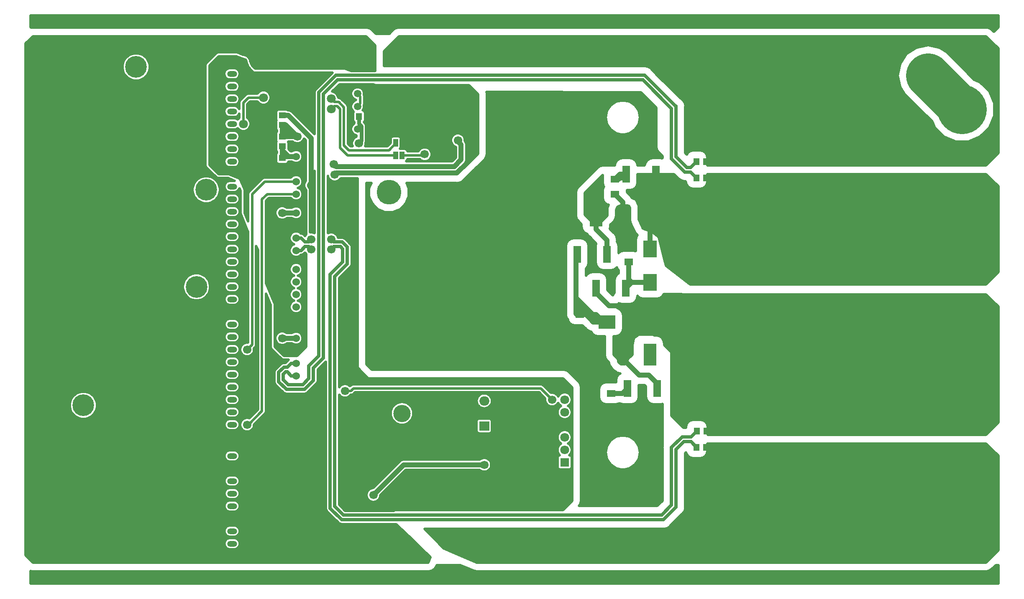
<source format=gbr>
G04 #@! TF.GenerationSoftware,KiCad,Pcbnew,(5.0.0-rc2-dev-586-g888c43477)*
G04 #@! TF.CreationDate,2018-06-04T00:08:36-03:00*
G04 #@! TF.ProjectId,Mcc18,4D636331382E6B696361645F70636200,rev?*
G04 #@! TF.SameCoordinates,Original*
G04 #@! TF.FileFunction,Copper,L1,Top,Signal*
G04 #@! TF.FilePolarity,Positive*
%FSLAX46Y46*%
G04 Gerber Fmt 4.6, Leading zero omitted, Abs format (unit mm)*
G04 Created by KiCad (PCBNEW (5.0.0-rc2-dev-586-g888c43477)) date 06/04/18 00:08:36*
%MOMM*%
%LPD*%
G01*
G04 APERTURE LIST*
%ADD10C,1.524000*%
%ADD11C,4.400000*%
%ADD12R,1.000000X1.500000*%
%ADD13R,1.295000X1.400000*%
%ADD14R,2.500000X4.500000*%
%ADD15O,2.500000X4.500000*%
%ADD16C,1.800000*%
%ADD17R,1.800000X1.800000*%
%ADD18C,5.000000*%
%ADD19O,2.000000X1.200000*%
%ADD20R,1.800000X1.395000*%
%ADD21O,2.000000X1.905000*%
%ADD22R,2.000000X1.905000*%
%ADD23O,3.500000X3.500000*%
%ADD24C,2.200000*%
%ADD25R,3.500000X2.700000*%
%ADD26R,2.700000X3.500000*%
%ADD27R,1.400000X1.295000*%
%ADD28R,1.495000X3.400000*%
%ADD29C,2.400000*%
%ADD30C,10.000000*%
%ADD31C,3.000000*%
%ADD32C,1.700000*%
%ADD33C,1.500000*%
%ADD34C,1.000000*%
%ADD35C,0.508000*%
%ADD36C,0.342900*%
%ADD37C,0.800000*%
%ADD38C,9.000000*%
%ADD39C,0.635000*%
G04 APERTURE END LIST*
D10*
X105410000Y-67056000D03*
X105410000Y-69596000D03*
X105410000Y-72136000D03*
X105410000Y-75946000D03*
X105410000Y-78486000D03*
X105410000Y-81026000D03*
X105410000Y-83566000D03*
X105410000Y-87376000D03*
X105410000Y-89916000D03*
X105410000Y-92456000D03*
X105410000Y-94996000D03*
X105410000Y-97536000D03*
X105410000Y-101346000D03*
X105410000Y-103886000D03*
X105410000Y-106426000D03*
X105410000Y-108966000D03*
X105410000Y-64516000D03*
D11*
X85267800Y-90932000D03*
D12*
X126888000Y-61722000D03*
X125588000Y-61722000D03*
X125588000Y-64262000D03*
X126888000Y-64262000D03*
D13*
X120093500Y-56388000D03*
X118158500Y-56388000D03*
X186484500Y-65532000D03*
X188419500Y-65532000D03*
D14*
X177016000Y-104648000D03*
D15*
X171566000Y-104648000D03*
X166116000Y-104648000D03*
X177016000Y-76454000D03*
X171566000Y-76454000D03*
D14*
X166116000Y-76454000D03*
D16*
X159766000Y-123952000D03*
D17*
X159766000Y-126492000D03*
D16*
X159766000Y-111252000D03*
X159766000Y-121412000D03*
X159766000Y-118872000D03*
X159766000Y-113792000D03*
X159766000Y-116332000D03*
D18*
X124206000Y-100838000D03*
X124206000Y-71755000D03*
X153289000Y-100838000D03*
X153289000Y-71755000D03*
D11*
X62357000Y-114934000D03*
X73025000Y-46355000D03*
X87225274Y-71247000D03*
D19*
X92456000Y-45212000D03*
X92456000Y-47752000D03*
X92456000Y-50292000D03*
X92456000Y-52832000D03*
X92456000Y-55372000D03*
X92456000Y-57912000D03*
X92456000Y-60452000D03*
X92456000Y-62992000D03*
X92456000Y-65532000D03*
X92456000Y-70612000D03*
X92456000Y-73152000D03*
X92456000Y-75692000D03*
X92456000Y-78232000D03*
X92456000Y-80772000D03*
X92456000Y-83312000D03*
X92456000Y-85852000D03*
X92456000Y-88392000D03*
X92456000Y-90932000D03*
X92456000Y-93472000D03*
X92456000Y-96012000D03*
X92456000Y-98552000D03*
X92456000Y-101092000D03*
X92456000Y-103632000D03*
X92456000Y-106172000D03*
X92456000Y-108712000D03*
X92456000Y-111252000D03*
X92456000Y-113792000D03*
X92456000Y-116332000D03*
X92456000Y-118872000D03*
X92456000Y-125222000D03*
X92456000Y-127762000D03*
X92456000Y-130302000D03*
X92456000Y-132842000D03*
X92456000Y-135382000D03*
X92456000Y-137922000D03*
X92456000Y-140462000D03*
X92456000Y-143002000D03*
D20*
X169164000Y-109480500D03*
X169164000Y-112515500D03*
X162814000Y-96526500D03*
X162814000Y-99561500D03*
X172720000Y-82810500D03*
X172720000Y-85845500D03*
X169926000Y-69094500D03*
X169926000Y-72129500D03*
D21*
X143510000Y-114046000D03*
X143510000Y-116586000D03*
D22*
X143510000Y-119126000D03*
D23*
X126850000Y-116586000D03*
D24*
X220218000Y-74182000D03*
X220218000Y-59182000D03*
X230378000Y-74182000D03*
X230378000Y-59182000D03*
X210058000Y-74182000D03*
X210058000Y-59182000D03*
D25*
X175104000Y-98044000D03*
X168304000Y-98044000D03*
D26*
X177038000Y-83214000D03*
X177038000Y-90014000D03*
D27*
X102616000Y-60500500D03*
X102616000Y-62435500D03*
D28*
X178531500Y-111506000D03*
X172496500Y-111506000D03*
X168371500Y-84328000D03*
X162336500Y-84328000D03*
X166146500Y-91186000D03*
X172181500Y-91186000D03*
X178277500Y-68072000D03*
X172242500Y-68072000D03*
D27*
X102616000Y-64818500D03*
X102616000Y-66753500D03*
X102616000Y-56182500D03*
X102616000Y-58117500D03*
D29*
X214630000Y-107628000D03*
X214630000Y-135128000D03*
X227330000Y-104648000D03*
X227330000Y-77148000D03*
X214630000Y-77148000D03*
X214630000Y-104648000D03*
X201930000Y-104648000D03*
X201930000Y-77148000D03*
X227330000Y-107628000D03*
X227330000Y-135128000D03*
X189230000Y-104648000D03*
X189230000Y-77148000D03*
X201930000Y-107628000D03*
X201930000Y-135128000D03*
D30*
X240202000Y-129972000D03*
X240202000Y-104972000D03*
X240202000Y-79972000D03*
X240202000Y-54972000D03*
D31*
X233273600Y-47371000D03*
X210820000Y-47371000D03*
D13*
X188419500Y-68834000D03*
X186484500Y-68834000D03*
X186484500Y-123444000D03*
X188419500Y-123444000D03*
X188468000Y-120142000D03*
X186533000Y-120142000D03*
D32*
X105664000Y-60452000D03*
X94716600Y-45283120D03*
X133096000Y-51816000D03*
D16*
X98806000Y-50292000D03*
D33*
X119888000Y-54356000D03*
X119888000Y-51816000D03*
D32*
X140970000Y-61468000D03*
X113226505Y-68202801D03*
X131445006Y-61468000D03*
D33*
X121666000Y-56642000D03*
D32*
X120314022Y-61837200D03*
D33*
X117856000Y-58928000D03*
D32*
X138176000Y-61214000D03*
X113030000Y-66040000D03*
X118110000Y-61837200D03*
X191262000Y-68834000D03*
X191262000Y-120142000D03*
X148747000Y-119888000D03*
X157226000Y-111252000D03*
X115316000Y-109982000D03*
X115316000Y-114554000D03*
X112522000Y-70866000D03*
X118364000Y-132842000D03*
X108458000Y-70358000D03*
X143510000Y-127000000D03*
X121057396Y-133125570D03*
X102616000Y-75946000D03*
X102616000Y-101346000D03*
D16*
X98806000Y-52578000D03*
X94742000Y-57912000D03*
D32*
X95504000Y-103632000D03*
X157226000Y-113792000D03*
X115316000Y-112014000D03*
X95504000Y-118872000D03*
X191262000Y-123444000D03*
X135382000Y-140970000D03*
X146050000Y-140970000D03*
X185674000Y-128778000D03*
X185674000Y-137414000D03*
X191262000Y-65532000D03*
X133350000Y-45466000D03*
X128778000Y-42926000D03*
X139446000Y-45466000D03*
X108458000Y-83298400D03*
X112522000Y-83298400D03*
X108458000Y-81293600D03*
X112522000Y-81293600D03*
D16*
X112522000Y-52795600D03*
X112522000Y-54900403D03*
D32*
X131445000Y-64071500D03*
D33*
X117856000Y-54356002D03*
X117854038Y-51759750D03*
D34*
X102616000Y-60500500D02*
X102616000Y-58117500D01*
X102664500Y-60452000D02*
X102616000Y-60500500D01*
X105664000Y-60452000D02*
X102664500Y-60452000D01*
X102616000Y-58117500D02*
X103329500Y-58117500D01*
X103303000Y-60452000D02*
X103124000Y-60273000D01*
X104140000Y-60452000D02*
X103303000Y-60452000D01*
X103124000Y-60273000D02*
X103124000Y-59182000D01*
X103124000Y-59182000D02*
X103886000Y-59944000D01*
X104140000Y-59944000D02*
X104648000Y-59436000D01*
X103886000Y-59944000D02*
X104140000Y-59944000D01*
X103329500Y-58117500D02*
X104648000Y-59436000D01*
X104648000Y-59436000D02*
X105664000Y-60452000D01*
X102918500Y-67056000D02*
X102616000Y-66753500D01*
X105410000Y-67056000D02*
X102918500Y-67056000D01*
D35*
X94716600Y-49250600D02*
X94716600Y-48260000D01*
X95758000Y-50292000D02*
X94716600Y-49250600D01*
X98806000Y-50292000D02*
X95758000Y-50292000D01*
X94716600Y-48488600D02*
X94716600Y-48260000D01*
X94716600Y-48260000D02*
X94716600Y-45283120D01*
D36*
X120093500Y-56388000D02*
X120093500Y-56436500D01*
X120093500Y-56436500D02*
X119888000Y-56642000D01*
X119138001Y-53606001D02*
X119888000Y-54356000D01*
D34*
X140120001Y-62317999D02*
X140120001Y-63920001D01*
X140970000Y-61468000D02*
X140120001Y-62317999D01*
X140120001Y-63920001D02*
X140120001Y-65687278D01*
X140120001Y-65687278D02*
X137954469Y-67852810D01*
X113576496Y-67852810D02*
X113226505Y-68202801D01*
X137954469Y-67852810D02*
X113576496Y-67852810D01*
D35*
X119220551Y-53688551D02*
X119220551Y-53606001D01*
X119888000Y-54356000D02*
X119220551Y-53688551D01*
D36*
X119138001Y-53606001D02*
X119220551Y-53606001D01*
X119220551Y-53606001D02*
X119138001Y-52410325D01*
D35*
X119220551Y-53606001D02*
X119220551Y-52410325D01*
D36*
X119138001Y-52410325D02*
X119220551Y-52410325D01*
X119220551Y-52410325D02*
X119212325Y-52336001D01*
D35*
X119220551Y-52327775D02*
X119220551Y-52336001D01*
X119732326Y-51816000D02*
X119220551Y-52327775D01*
X119888000Y-51816000D02*
X119732326Y-51816000D01*
D36*
X119888000Y-51816000D02*
X119220551Y-52336001D01*
X119220551Y-52336001D02*
X119212325Y-52336001D01*
D35*
X130556000Y-62230000D02*
X131318000Y-61468000D01*
X131191006Y-61722000D02*
X131445006Y-61468000D01*
X126888000Y-61722000D02*
X131191006Y-61722000D01*
X131318000Y-61468000D02*
X131445006Y-61468000D01*
X131953000Y-60960006D02*
X131445006Y-61468000D01*
X131953000Y-57340500D02*
X131953000Y-60960006D01*
X133159500Y-56134000D02*
X131953000Y-57340500D01*
X133096000Y-51816000D02*
X133159500Y-51879500D01*
X133159500Y-51879500D02*
X133159500Y-56134000D01*
X121659178Y-56388000D02*
X121661661Y-56390483D01*
D36*
X120095983Y-56390483D02*
X120093500Y-56388000D01*
X121661661Y-56390483D02*
X120095983Y-56390483D01*
D35*
X120093500Y-56388000D02*
X121659178Y-56388000D01*
D37*
X120093500Y-57888000D02*
X119722810Y-58258690D01*
X120093500Y-56388000D02*
X120093500Y-57888000D01*
X119722810Y-58258690D02*
X119722810Y-59232373D01*
X119722810Y-59232373D02*
X119722810Y-61245988D01*
X119722810Y-61245988D02*
X120314022Y-61837200D01*
D34*
X102918500Y-64516000D02*
X102616000Y-64818500D01*
X102616000Y-62435500D02*
X102616000Y-64818500D01*
X102616000Y-63246000D02*
X103886000Y-64516000D01*
X102616000Y-62435500D02*
X102616000Y-63246000D01*
X105410000Y-64516000D02*
X103886000Y-64516000D01*
X103886000Y-64516000D02*
X102918500Y-64516000D01*
D36*
X118158500Y-56388000D02*
X118158500Y-56436500D01*
X118158500Y-56388000D02*
X118158500Y-58625500D01*
X118158500Y-58625500D02*
X117856000Y-58928000D01*
D37*
X118158500Y-57888000D02*
X118618000Y-58347500D01*
X118158500Y-56388000D02*
X118158500Y-57888000D01*
X118618000Y-58347500D02*
X118618000Y-59690000D01*
D34*
X138815191Y-65146809D02*
X137414000Y-66548000D01*
X138815191Y-62107191D02*
X138815191Y-65146809D01*
X138176000Y-61214000D02*
X138176000Y-61468000D01*
X138176000Y-61468000D02*
X138815191Y-62107191D01*
X137414000Y-66548000D02*
X113538000Y-66548000D01*
X113538000Y-66548000D02*
X113030000Y-66040000D01*
D37*
X118618000Y-59690000D02*
X118618000Y-61329200D01*
X118618000Y-61329200D02*
X118110000Y-61837200D01*
D34*
X170948500Y-68072000D02*
X169926000Y-69094500D01*
X172242500Y-68072000D02*
X170948500Y-68072000D01*
X169926000Y-69094500D02*
X170681500Y-69094500D01*
X170681500Y-69094500D02*
X170942000Y-68834000D01*
X171450000Y-68834000D02*
X170942000Y-68834000D01*
X172720000Y-90647500D02*
X172181500Y-91186000D01*
X173353500Y-90014000D02*
X172181500Y-91186000D01*
X177038000Y-90014000D02*
X173353500Y-90014000D01*
X173326000Y-90014000D02*
X172720000Y-89408000D01*
X173353500Y-90014000D02*
X173326000Y-90014000D01*
X172720000Y-85845500D02*
X172720000Y-89408000D01*
X172720000Y-89408000D02*
X172720000Y-90647500D01*
X167379500Y-97790000D02*
X166116000Y-96526500D01*
X168304000Y-97790000D02*
X167379500Y-97790000D01*
X162336500Y-84328000D02*
X162336500Y-85313500D01*
X162067240Y-84597260D02*
X162336500Y-84328000D01*
X162814000Y-96526500D02*
X162202980Y-96526500D01*
X162202980Y-96526500D02*
X162067240Y-96390760D01*
X165554000Y-98044000D02*
X164837720Y-97327720D01*
X168304000Y-98044000D02*
X165554000Y-98044000D01*
X162814000Y-96526500D02*
X163099900Y-96526500D01*
X166917220Y-97327720D02*
X167069620Y-97480120D01*
X165928040Y-97327720D02*
X166917220Y-97327720D01*
X164837720Y-97327720D02*
X167069620Y-97480120D01*
X162067240Y-93178780D02*
X162067240Y-91678760D01*
X165414960Y-96526500D02*
X162067240Y-93178780D01*
X162067240Y-91678760D02*
X162067240Y-84597260D01*
X162067240Y-96390760D02*
X162067240Y-91678760D01*
X166116000Y-96526500D02*
X165414960Y-96526500D01*
X162814000Y-94829000D02*
X162626040Y-94641040D01*
X162814000Y-96526500D02*
X162814000Y-94829000D01*
X162626040Y-94641040D02*
X162626040Y-94736920D01*
X164084000Y-96194880D02*
X164084000Y-96526500D01*
X162626040Y-94736920D02*
X164084000Y-96194880D01*
X165414960Y-96526500D02*
X164084000Y-96526500D01*
X164837720Y-96650220D02*
X164714000Y-96526500D01*
X164714000Y-96526500D02*
X162814000Y-96526500D01*
X164837720Y-97327720D02*
X164837720Y-96650220D01*
X164837720Y-97280220D02*
X164084000Y-96526500D01*
X164837720Y-97327720D02*
X164837720Y-97280220D01*
X169164000Y-112515500D02*
X171487000Y-112515500D01*
X172496500Y-111506000D02*
X171487000Y-112515500D01*
D38*
X233318000Y-48088000D02*
X240094000Y-54864000D01*
D34*
X177016000Y-83192000D02*
X177038000Y-83214000D01*
X177016000Y-76454000D02*
X177016000Y-83192000D01*
X168371500Y-81503500D02*
X166116000Y-79248000D01*
X168371500Y-84328000D02*
X168371500Y-81503500D01*
X166116000Y-76454000D02*
X166116000Y-79248000D01*
X177016000Y-69333500D02*
X178277500Y-68072000D01*
X177016000Y-76454000D02*
X177016000Y-69333500D01*
X191262000Y-68834000D02*
X188902001Y-68834000D01*
X171566000Y-101328000D02*
X175104000Y-97790000D01*
X171566000Y-104648000D02*
X171566000Y-101328000D01*
X191262000Y-120142000D02*
X188950501Y-120142000D01*
X166146500Y-92138500D02*
X166146500Y-91186000D01*
X171656000Y-94742000D02*
X168750000Y-94742000D01*
X175104000Y-97790000D02*
X174704000Y-97790000D01*
X168750000Y-94742000D02*
X166146500Y-92138500D01*
X174704000Y-97790000D02*
X171656000Y-94742000D01*
X171566000Y-104648000D02*
X171566000Y-105780000D01*
X171566000Y-105780000D02*
X171820000Y-105780000D01*
X178531500Y-110553500D02*
X178531500Y-111506000D01*
X174846000Y-108806000D02*
X176784000Y-108806000D01*
X176784000Y-108806000D02*
X178531500Y-110553500D01*
X171820000Y-105780000D02*
X174846000Y-108806000D01*
X171566000Y-81656500D02*
X172720000Y-82810500D01*
X171566000Y-76454000D02*
X171566000Y-81656500D01*
X162814000Y-101346000D02*
X166116000Y-104648000D01*
X162814000Y-99561500D02*
X162814000Y-101346000D01*
X166116000Y-109226500D02*
X166116000Y-104648000D01*
X171566000Y-76454000D02*
X171566000Y-75554000D01*
X171566000Y-73769500D02*
X169926000Y-72129500D01*
X171566000Y-76454000D02*
X171566000Y-73769500D01*
D35*
X115824000Y-110490000D02*
X115316000Y-109982000D01*
X157226000Y-111252000D02*
X156464000Y-110490000D01*
X156464000Y-110490000D02*
X115824000Y-110490000D01*
D34*
X119213999Y-131992001D02*
X118364000Y-132842000D01*
X126238000Y-124968000D02*
X119213999Y-131992001D01*
X145542000Y-124968000D02*
X126238000Y-124968000D01*
X148747000Y-119888000D02*
X148747000Y-121763000D01*
X148747000Y-121763000D02*
X145542000Y-124968000D01*
D35*
X108458000Y-69155919D02*
X108458000Y-70358000D01*
X108458000Y-60816500D02*
X108458000Y-69155919D01*
X102616000Y-56182500D02*
X103824000Y-56182500D01*
X103824000Y-56182500D02*
X108458000Y-60816500D01*
D34*
X102616000Y-56182500D02*
X103843606Y-56182500D01*
X103843606Y-56182500D02*
X108458000Y-60796894D01*
D35*
X108458000Y-65532000D02*
X108458000Y-66548000D01*
D34*
X108458000Y-65532000D02*
X108458000Y-70358000D01*
X108458000Y-60816500D02*
X108458000Y-65532000D01*
X127182966Y-127000000D02*
X121057396Y-133125570D01*
X143510000Y-127000000D02*
X127182966Y-127000000D01*
X105410000Y-75946000D02*
X102616000Y-75946000D01*
X105410000Y-101346000D02*
X102616000Y-101346000D01*
D35*
X98552000Y-52578000D02*
X95758000Y-52578000D01*
X95758000Y-52578000D02*
X94742000Y-53594000D01*
X94742000Y-53594000D02*
X94742000Y-57912000D01*
X105410000Y-69596000D02*
X99060000Y-69596000D01*
X99060000Y-69596000D02*
X96520000Y-72136000D01*
X96520000Y-72136000D02*
X96520000Y-102616000D01*
X96520000Y-102616000D02*
X95504000Y-103632000D01*
X116518081Y-112014000D02*
X115316000Y-112014000D01*
X157226000Y-113792000D02*
X154940000Y-111506000D01*
X117026081Y-111506000D02*
X116518081Y-112014000D01*
X154940000Y-111506000D02*
X117026081Y-111506000D01*
X95758000Y-118872000D02*
X95504000Y-118872000D01*
X98500000Y-116130000D02*
X95758000Y-118872000D01*
X98500000Y-73204000D02*
X98500000Y-116130000D01*
X105410000Y-72136000D02*
X99568000Y-72136000D01*
X99568000Y-72136000D02*
X98500000Y-73204000D01*
D34*
X191262000Y-123444000D02*
X188902001Y-123444000D01*
X191262000Y-65532000D02*
X188902001Y-65532000D01*
D39*
X105810000Y-108966000D02*
X105410000Y-108966000D01*
X103609900Y-108165900D02*
X104410000Y-108966000D01*
X102831900Y-108652640D02*
X103318640Y-108165900D01*
X182333900Y-64575360D02*
X182333900Y-54317900D01*
X185250900Y-66713100D02*
X184471640Y-66713100D01*
X182333900Y-54317900D02*
X182236440Y-54317900D01*
X186484500Y-65532000D02*
X186432000Y-65532000D01*
X113499900Y-48044100D02*
X110020100Y-51523900D01*
X186432000Y-65532000D02*
X185250900Y-66713100D01*
X107988100Y-106993360D02*
X107988100Y-109533360D01*
X184471640Y-66713100D02*
X182333900Y-64575360D01*
X182236440Y-54317900D02*
X175962640Y-48044100D01*
X103318640Y-108165900D02*
X103609900Y-108165900D01*
X175962640Y-48044100D02*
X113499900Y-48044100D01*
X110020100Y-51523900D02*
X110020100Y-104961360D01*
X107988100Y-109533360D02*
X106739360Y-110782100D01*
X106739360Y-110782100D02*
X103826640Y-110782100D01*
X104410000Y-108966000D02*
X105410000Y-108966000D01*
X110020100Y-104961360D02*
X107988100Y-106993360D01*
X103826640Y-110782100D02*
X102831900Y-109787360D01*
X102831900Y-109787360D02*
X102831900Y-108652640D01*
X186484500Y-68834000D02*
X186484500Y-68781500D01*
X104410000Y-106426000D02*
X105410000Y-106426000D01*
X103609900Y-107226100D02*
X104410000Y-106426000D01*
X102929360Y-107226100D02*
X103609900Y-107226100D01*
X181394100Y-54804640D02*
X175573360Y-48983900D01*
X181394100Y-64964640D02*
X181394100Y-54804640D01*
X184082360Y-67652900D02*
X181394100Y-64964640D01*
X185250900Y-67652900D02*
X184082360Y-67652900D01*
X186432000Y-68834000D02*
X185250900Y-67652900D01*
X175573360Y-48983900D02*
X113830100Y-48983900D01*
X110959900Y-51854100D02*
X110959900Y-105350640D01*
X110959900Y-105350640D02*
X108927900Y-107382640D01*
X113830100Y-48983900D02*
X110959900Y-51854100D01*
X103437360Y-111721900D02*
X101892100Y-110176640D01*
X101892100Y-110176640D02*
X101892100Y-108263360D01*
X186484500Y-68834000D02*
X186432000Y-68834000D01*
X108927900Y-107382640D02*
X108927900Y-109922640D01*
X108927900Y-109922640D02*
X107128640Y-111721900D01*
X107128640Y-111721900D02*
X103437360Y-111721900D01*
X101892100Y-108263360D02*
X102929360Y-107226100D01*
X107925500Y-82765900D02*
X108458000Y-83298400D01*
X107210100Y-82765900D02*
X107925500Y-82765900D01*
X106410000Y-83566000D02*
X107210100Y-82765900D01*
X105410000Y-83566000D02*
X106410000Y-83566000D01*
X114359360Y-82765900D02*
X113054500Y-82765900D01*
X114846100Y-83252640D02*
X114359360Y-82765900D01*
X112306100Y-135830640D02*
X112306100Y-88451360D01*
X114613360Y-138137900D02*
X112306100Y-135830640D01*
X114846100Y-85911360D02*
X114846100Y-83252640D01*
X112306100Y-88451360D02*
X114846100Y-85911360D01*
X113054500Y-82765900D02*
X112522000Y-83298400D01*
X186484500Y-123444000D02*
X185327650Y-122287150D01*
X185327650Y-122287150D02*
X183939390Y-122287150D01*
X183939390Y-122287150D02*
X182333900Y-123892640D01*
X182333900Y-123892640D02*
X182333900Y-135576640D01*
X179772640Y-138137900D02*
X114613360Y-138137900D01*
X182333900Y-135576640D02*
X179772640Y-138137900D01*
X107210100Y-81826100D02*
X107925500Y-81826100D01*
X105410000Y-81026000D02*
X106410000Y-81026000D01*
X106410000Y-81026000D02*
X107210100Y-81826100D01*
X107925500Y-81826100D02*
X108458000Y-81293600D01*
X114748640Y-81826100D02*
X113054500Y-81826100D01*
X186533000Y-120142000D02*
X185327650Y-121347350D01*
X113245900Y-88840640D02*
X115785900Y-86300640D01*
X115002640Y-137198100D02*
X113245900Y-135441360D01*
X113245900Y-135441360D02*
X113245900Y-88840640D01*
X115785900Y-82863360D02*
X114748640Y-81826100D01*
X115785900Y-86300640D02*
X115785900Y-82863360D01*
X113054500Y-81826100D02*
X112522000Y-81293600D01*
X185327650Y-121347350D02*
X183550110Y-121347350D01*
X183550110Y-121347350D02*
X181394100Y-123503360D01*
X181394100Y-123503360D02*
X181394100Y-135187360D01*
X181394100Y-135187360D02*
X179383360Y-137198100D01*
X179383360Y-137198100D02*
X115002640Y-137198100D01*
D35*
X125588000Y-61722000D02*
X125588000Y-62076984D01*
X125588000Y-61722000D02*
X125588000Y-62076986D01*
X113436400Y-53441600D02*
X113436390Y-53441610D01*
X113436400Y-53441600D02*
X113168000Y-53441600D01*
X113168000Y-53441600D02*
X112522000Y-52795600D01*
X114027058Y-53441600D02*
X113436400Y-53441600D01*
X125588000Y-61864000D02*
X124206000Y-63246000D01*
X124206000Y-63246000D02*
X116078000Y-63246000D01*
X125588000Y-61722000D02*
X125588000Y-61864000D01*
X116078000Y-63246000D02*
X115112790Y-62280790D01*
X115112790Y-62280790D02*
X115112789Y-54527331D01*
X115112789Y-54527331D02*
X114027058Y-53441600D01*
X125588000Y-64262000D02*
X125588000Y-64012000D01*
X125588000Y-64262000D02*
X125588000Y-64120000D01*
X125649210Y-64262000D02*
X125791210Y-64120000D01*
X113168003Y-54254400D02*
X113690400Y-54254400D01*
X112522000Y-54900403D02*
X113168003Y-54254400D01*
X113690400Y-54254400D02*
X114300000Y-54864000D01*
X114300000Y-54864000D02*
X114300000Y-62738000D01*
X114300000Y-62738000D02*
X115824000Y-64262000D01*
X115824000Y-64262000D02*
X125649210Y-64262000D01*
X126888000Y-64262000D02*
X131254500Y-64262000D01*
X131254500Y-64262000D02*
X131445000Y-64071500D01*
D36*
X118490291Y-52396003D02*
X117854038Y-51759750D01*
X117856000Y-54356002D02*
X117856000Y-54356000D01*
X117856000Y-54356000D02*
X118490291Y-53721709D01*
D35*
X118407741Y-53804259D02*
X118407741Y-53721709D01*
X117856000Y-54356000D02*
X118407741Y-53804259D01*
D36*
X118490291Y-53721709D02*
X118407741Y-53721709D01*
X118407741Y-52396003D02*
X118490291Y-52396003D01*
X118407741Y-53721709D02*
X118407741Y-52396003D01*
D35*
X118407741Y-52313453D02*
X117854038Y-51759750D01*
X118407741Y-52396003D02*
X118407741Y-52313453D01*
X118407741Y-53804259D02*
X118407741Y-52396003D01*
G36*
X95106121Y-44919331D02*
X95168051Y-44981261D01*
X95777335Y-46452202D01*
X95832395Y-46534605D01*
X96721395Y-47423605D01*
X96803798Y-47478665D01*
X96901000Y-47498000D01*
X112806725Y-47498000D01*
X109461494Y-50843232D01*
X109388323Y-50892123D01*
X109194644Y-51181986D01*
X109146468Y-51424184D01*
X109126633Y-51523900D01*
X109143800Y-51610203D01*
X109143800Y-59985325D01*
X104666029Y-55507554D01*
X104606958Y-55419148D01*
X104256729Y-55185132D01*
X103947888Y-55123700D01*
X103947883Y-55123700D01*
X103843606Y-55102958D01*
X103739329Y-55123700D01*
X103706259Y-55123700D01*
X103534033Y-55008622D01*
X103316000Y-54965253D01*
X101916000Y-54965253D01*
X101697967Y-55008622D01*
X101513128Y-55132128D01*
X101389622Y-55316967D01*
X101346253Y-55535000D01*
X101346253Y-56830000D01*
X101389622Y-57048033D01*
X101457754Y-57150000D01*
X101389622Y-57251967D01*
X101346253Y-57470000D01*
X101346253Y-58765000D01*
X101389622Y-58983033D01*
X101513128Y-59167872D01*
X101557201Y-59197320D01*
X101557200Y-59420680D01*
X101513128Y-59450128D01*
X101389622Y-59634967D01*
X101346253Y-59853000D01*
X101346253Y-61148000D01*
X101389622Y-61366033D01*
X101457754Y-61468000D01*
X101389622Y-61569967D01*
X101346253Y-61788000D01*
X101346253Y-63083000D01*
X101389622Y-63301033D01*
X101513128Y-63485872D01*
X101557200Y-63515320D01*
X101557201Y-63738680D01*
X101513128Y-63768128D01*
X101389622Y-63952967D01*
X101346253Y-64171000D01*
X101346253Y-65466000D01*
X101389622Y-65684033D01*
X101513128Y-65868872D01*
X101697967Y-65992378D01*
X101916000Y-66035747D01*
X103316000Y-66035747D01*
X103534033Y-65992378D01*
X103718872Y-65868872D01*
X103842378Y-65684033D01*
X103860970Y-65590563D01*
X103885999Y-65595542D01*
X103990277Y-65574800D01*
X104600907Y-65574800D01*
X104661827Y-65635720D01*
X105147277Y-65836800D01*
X105672723Y-65836800D01*
X106158173Y-65635720D01*
X106529720Y-65264173D01*
X106730800Y-64778723D01*
X106730800Y-64253277D01*
X106529720Y-63767827D01*
X106158173Y-63396280D01*
X105672723Y-63195200D01*
X105147277Y-63195200D01*
X104661827Y-63396280D01*
X104600907Y-63457200D01*
X104324570Y-63457200D01*
X103885747Y-63018378D01*
X103885747Y-61788000D01*
X103842378Y-61569967D01*
X103802844Y-61510800D01*
X104730456Y-61510800D01*
X104865979Y-61646323D01*
X105383772Y-61860800D01*
X105944228Y-61860800D01*
X106462021Y-61646323D01*
X106858323Y-61250021D01*
X107021006Y-60857269D01*
X107399200Y-61235463D01*
X107399201Y-65427714D01*
X107399200Y-65427719D01*
X107399201Y-69424455D01*
X107263677Y-69559979D01*
X107049200Y-70077772D01*
X107049200Y-70638228D01*
X107263677Y-71156021D01*
X107442000Y-71334344D01*
X107442000Y-80317256D01*
X107263677Y-80495579D01*
X107221259Y-80597985D01*
X107090668Y-80467394D01*
X107041777Y-80394223D01*
X106751915Y-80200544D01*
X106496304Y-80149700D01*
X106496303Y-80149700D01*
X106410000Y-80132533D01*
X106388669Y-80136776D01*
X106158173Y-79906280D01*
X105672723Y-79705200D01*
X105147277Y-79705200D01*
X104661827Y-79906280D01*
X104290280Y-80277827D01*
X104089200Y-80763277D01*
X104089200Y-81288723D01*
X104290280Y-81774173D01*
X104661827Y-82145720D01*
X105024635Y-82296000D01*
X104661827Y-82446280D01*
X104290280Y-82817827D01*
X104089200Y-83303277D01*
X104089200Y-83828723D01*
X104290280Y-84314173D01*
X104661827Y-84685720D01*
X105147277Y-84886800D01*
X105672723Y-84886800D01*
X106158173Y-84685720D01*
X106388669Y-84455224D01*
X106410000Y-84459467D01*
X106496303Y-84442300D01*
X106496304Y-84442300D01*
X106751915Y-84391456D01*
X107041777Y-84197777D01*
X107090668Y-84124606D01*
X107221259Y-83994015D01*
X107263677Y-84096421D01*
X107442000Y-84274744D01*
X107442000Y-103050790D01*
X105590790Y-104902000D01*
X102943210Y-104902000D01*
X101092000Y-103050790D01*
X101092000Y-101065772D01*
X101207200Y-101065772D01*
X101207200Y-101626228D01*
X101421677Y-102144021D01*
X101817979Y-102540323D01*
X102335772Y-102754800D01*
X102896228Y-102754800D01*
X103414021Y-102540323D01*
X103549544Y-102404800D01*
X104600907Y-102404800D01*
X104661827Y-102465720D01*
X105147277Y-102666800D01*
X105672723Y-102666800D01*
X106158173Y-102465720D01*
X106529720Y-102094173D01*
X106730800Y-101608723D01*
X106730800Y-101083277D01*
X106529720Y-100597827D01*
X106158173Y-100226280D01*
X105672723Y-100025200D01*
X105147277Y-100025200D01*
X104661827Y-100226280D01*
X104600907Y-100287200D01*
X103549544Y-100287200D01*
X103414021Y-100151677D01*
X102896228Y-99937200D01*
X102335772Y-99937200D01*
X101817979Y-100151677D01*
X101421677Y-100547979D01*
X101207200Y-101065772D01*
X101092000Y-101065772D01*
X101092000Y-94506051D01*
X101072665Y-94408849D01*
X99312800Y-90160159D01*
X99312800Y-87113277D01*
X104089200Y-87113277D01*
X104089200Y-87638723D01*
X104290280Y-88124173D01*
X104661827Y-88495720D01*
X105024635Y-88646000D01*
X104661827Y-88796280D01*
X104290280Y-89167827D01*
X104089200Y-89653277D01*
X104089200Y-90178723D01*
X104290280Y-90664173D01*
X104661827Y-91035720D01*
X105024635Y-91186000D01*
X104661827Y-91336280D01*
X104290280Y-91707827D01*
X104089200Y-92193277D01*
X104089200Y-92718723D01*
X104290280Y-93204173D01*
X104661827Y-93575720D01*
X105024635Y-93726000D01*
X104661827Y-93876280D01*
X104290280Y-94247827D01*
X104089200Y-94733277D01*
X104089200Y-95258723D01*
X104290280Y-95744173D01*
X104661827Y-96115720D01*
X105147277Y-96316800D01*
X105672723Y-96316800D01*
X106158173Y-96115720D01*
X106529720Y-95744173D01*
X106730800Y-95258723D01*
X106730800Y-94733277D01*
X106529720Y-94247827D01*
X106158173Y-93876280D01*
X105795365Y-93726000D01*
X106158173Y-93575720D01*
X106529720Y-93204173D01*
X106730800Y-92718723D01*
X106730800Y-92193277D01*
X106529720Y-91707827D01*
X106158173Y-91336280D01*
X105795365Y-91186000D01*
X106158173Y-91035720D01*
X106529720Y-90664173D01*
X106730800Y-90178723D01*
X106730800Y-89653277D01*
X106529720Y-89167827D01*
X106158173Y-88796280D01*
X105795365Y-88646000D01*
X106158173Y-88495720D01*
X106529720Y-88124173D01*
X106730800Y-87638723D01*
X106730800Y-87113277D01*
X106529720Y-86627827D01*
X106158173Y-86256280D01*
X105672723Y-86055200D01*
X105147277Y-86055200D01*
X104661827Y-86256280D01*
X104290280Y-86627827D01*
X104089200Y-87113277D01*
X99312800Y-87113277D01*
X99312800Y-75665772D01*
X101207200Y-75665772D01*
X101207200Y-76226228D01*
X101421677Y-76744021D01*
X101817979Y-77140323D01*
X102335772Y-77354800D01*
X102896228Y-77354800D01*
X103414021Y-77140323D01*
X103549544Y-77004800D01*
X104600907Y-77004800D01*
X104661827Y-77065720D01*
X105147277Y-77266800D01*
X105672723Y-77266800D01*
X106158173Y-77065720D01*
X106529720Y-76694173D01*
X106730800Y-76208723D01*
X106730800Y-75683277D01*
X106529720Y-75197827D01*
X106158173Y-74826280D01*
X105672723Y-74625200D01*
X105147277Y-74625200D01*
X104661827Y-74826280D01*
X104600907Y-74887200D01*
X103549544Y-74887200D01*
X103414021Y-74751677D01*
X102896228Y-74537200D01*
X102335772Y-74537200D01*
X101817979Y-74751677D01*
X101421677Y-75147979D01*
X101207200Y-75665772D01*
X99312800Y-75665772D01*
X99312800Y-73540672D01*
X99904673Y-72948800D01*
X104354907Y-72948800D01*
X104661827Y-73255720D01*
X105147277Y-73456800D01*
X105672723Y-73456800D01*
X106158173Y-73255720D01*
X106529720Y-72884173D01*
X106730800Y-72398723D01*
X106730800Y-71873277D01*
X106529720Y-71387827D01*
X106158173Y-71016280D01*
X105795365Y-70866000D01*
X106158173Y-70715720D01*
X106529720Y-70344173D01*
X106730800Y-69858723D01*
X106730800Y-69333277D01*
X106529720Y-68847827D01*
X106158173Y-68476280D01*
X105672723Y-68275200D01*
X105147277Y-68275200D01*
X104661827Y-68476280D01*
X104354907Y-68783200D01*
X99140049Y-68783200D01*
X99059999Y-68767277D01*
X98742861Y-68830360D01*
X98474004Y-69010004D01*
X98428657Y-69077871D01*
X96001871Y-71504657D01*
X95934004Y-71550004D01*
X95786474Y-71770800D01*
X95754360Y-71818862D01*
X95691277Y-72136000D01*
X95707200Y-72216050D01*
X95707200Y-77644465D01*
X94996000Y-75927477D01*
X94996000Y-71361236D01*
X94976665Y-71264034D01*
X94087665Y-69117798D01*
X94032605Y-69035395D01*
X93950202Y-68980335D01*
X91803966Y-68091335D01*
X91706764Y-68072000D01*
X89735210Y-68072000D01*
X87884000Y-66220790D01*
X87884000Y-65532000D01*
X90874498Y-65532000D01*
X90964434Y-65984141D01*
X91220552Y-66367448D01*
X91603859Y-66623566D01*
X91941869Y-66690800D01*
X92970131Y-66690800D01*
X93308141Y-66623566D01*
X93691448Y-66367448D01*
X93947566Y-65984141D01*
X94037502Y-65532000D01*
X93947566Y-65079859D01*
X93691448Y-64696552D01*
X93308141Y-64440434D01*
X92970131Y-64373200D01*
X91941869Y-64373200D01*
X91603859Y-64440434D01*
X91220552Y-64696552D01*
X90964434Y-65079859D01*
X90874498Y-65532000D01*
X87884000Y-65532000D01*
X87884000Y-62992000D01*
X90874498Y-62992000D01*
X90964434Y-63444141D01*
X91220552Y-63827448D01*
X91603859Y-64083566D01*
X91941869Y-64150800D01*
X92970131Y-64150800D01*
X93308141Y-64083566D01*
X93691448Y-63827448D01*
X93947566Y-63444141D01*
X94037502Y-62992000D01*
X93947566Y-62539859D01*
X93691448Y-62156552D01*
X93308141Y-61900434D01*
X92970131Y-61833200D01*
X91941869Y-61833200D01*
X91603859Y-61900434D01*
X91220552Y-62156552D01*
X90964434Y-62539859D01*
X90874498Y-62992000D01*
X87884000Y-62992000D01*
X87884000Y-60452000D01*
X90874498Y-60452000D01*
X90964434Y-60904141D01*
X91220552Y-61287448D01*
X91603859Y-61543566D01*
X91941869Y-61610800D01*
X92970131Y-61610800D01*
X93308141Y-61543566D01*
X93691448Y-61287448D01*
X93947566Y-60904141D01*
X94037502Y-60452000D01*
X93947566Y-59999859D01*
X93691448Y-59616552D01*
X93308141Y-59360434D01*
X92970131Y-59293200D01*
X91941869Y-59293200D01*
X91603859Y-59360434D01*
X91220552Y-59616552D01*
X90964434Y-59999859D01*
X90874498Y-60452000D01*
X87884000Y-60452000D01*
X87884000Y-55372000D01*
X90874498Y-55372000D01*
X90964434Y-55824141D01*
X91220552Y-56207448D01*
X91603859Y-56463566D01*
X91941869Y-56530800D01*
X92970131Y-56530800D01*
X93308141Y-56463566D01*
X93691448Y-56207448D01*
X93929201Y-55851627D01*
X93929201Y-56669679D01*
X93915656Y-56675289D01*
X93585311Y-57005634D01*
X93308141Y-56820434D01*
X92970131Y-56753200D01*
X91941869Y-56753200D01*
X91603859Y-56820434D01*
X91220552Y-57076552D01*
X90964434Y-57459859D01*
X90874498Y-57912000D01*
X90964434Y-58364141D01*
X91220552Y-58747448D01*
X91603859Y-59003566D01*
X91941869Y-59070800D01*
X92970131Y-59070800D01*
X93308141Y-59003566D01*
X93585311Y-58818366D01*
X93915656Y-59148711D01*
X94451827Y-59370800D01*
X95032173Y-59370800D01*
X95568344Y-59148711D01*
X95978711Y-58738344D01*
X96200800Y-58202173D01*
X96200800Y-57621827D01*
X95978711Y-57085656D01*
X95568344Y-56675289D01*
X95554800Y-56669679D01*
X95554800Y-53930672D01*
X96094673Y-53390800D01*
X97563679Y-53390800D01*
X97569289Y-53404344D01*
X97979656Y-53814711D01*
X98515827Y-54036800D01*
X99096173Y-54036800D01*
X99632344Y-53814711D01*
X100042711Y-53404344D01*
X100264800Y-52868173D01*
X100264800Y-52287827D01*
X100042711Y-51751656D01*
X99632344Y-51341289D01*
X99096173Y-51119200D01*
X98515827Y-51119200D01*
X97979656Y-51341289D01*
X97569289Y-51751656D01*
X97563679Y-51765200D01*
X95838050Y-51765200D01*
X95758000Y-51749277D01*
X95677950Y-51765200D01*
X95440861Y-51812360D01*
X95172004Y-51992004D01*
X95126658Y-52059869D01*
X94223871Y-52962657D01*
X94156004Y-53008004D01*
X94030906Y-53195228D01*
X93976360Y-53276862D01*
X93913277Y-53594000D01*
X93929200Y-53674050D01*
X93929200Y-54892373D01*
X93691448Y-54536552D01*
X93308141Y-54280434D01*
X92970131Y-54213200D01*
X91941869Y-54213200D01*
X91603859Y-54280434D01*
X91220552Y-54536552D01*
X90964434Y-54919859D01*
X90874498Y-55372000D01*
X87884000Y-55372000D01*
X87884000Y-52832000D01*
X90874498Y-52832000D01*
X90964434Y-53284141D01*
X91220552Y-53667448D01*
X91603859Y-53923566D01*
X91941869Y-53990800D01*
X92970131Y-53990800D01*
X93308141Y-53923566D01*
X93691448Y-53667448D01*
X93947566Y-53284141D01*
X94037502Y-52832000D01*
X93947566Y-52379859D01*
X93691448Y-51996552D01*
X93308141Y-51740434D01*
X92970131Y-51673200D01*
X91941869Y-51673200D01*
X91603859Y-51740434D01*
X91220552Y-51996552D01*
X90964434Y-52379859D01*
X90874498Y-52832000D01*
X87884000Y-52832000D01*
X87884000Y-50292000D01*
X90874498Y-50292000D01*
X90964434Y-50744141D01*
X91220552Y-51127448D01*
X91603859Y-51383566D01*
X91941869Y-51450800D01*
X92970131Y-51450800D01*
X93308141Y-51383566D01*
X93691448Y-51127448D01*
X93947566Y-50744141D01*
X94037502Y-50292000D01*
X93947566Y-49839859D01*
X93691448Y-49456552D01*
X93308141Y-49200434D01*
X92970131Y-49133200D01*
X91941869Y-49133200D01*
X91603859Y-49200434D01*
X91220552Y-49456552D01*
X90964434Y-49839859D01*
X90874498Y-50292000D01*
X87884000Y-50292000D01*
X87884000Y-47752000D01*
X90874498Y-47752000D01*
X90964434Y-48204141D01*
X91220552Y-48587448D01*
X91603859Y-48843566D01*
X91941869Y-48910800D01*
X92970131Y-48910800D01*
X93308141Y-48843566D01*
X93691448Y-48587448D01*
X93947566Y-48204141D01*
X94037502Y-47752000D01*
X93947566Y-47299859D01*
X93691448Y-46916552D01*
X93308141Y-46660434D01*
X92970131Y-46593200D01*
X91941869Y-46593200D01*
X91603859Y-46660434D01*
X91220552Y-46916552D01*
X90964434Y-47299859D01*
X90874498Y-47752000D01*
X87884000Y-47752000D01*
X87884000Y-46047210D01*
X89735210Y-44196000D01*
X93359846Y-44196000D01*
X95106121Y-44919331D01*
X95106121Y-44919331D01*
G37*
X95106121Y-44919331D02*
X95168051Y-44981261D01*
X95777335Y-46452202D01*
X95832395Y-46534605D01*
X96721395Y-47423605D01*
X96803798Y-47478665D01*
X96901000Y-47498000D01*
X112806725Y-47498000D01*
X109461494Y-50843232D01*
X109388323Y-50892123D01*
X109194644Y-51181986D01*
X109146468Y-51424184D01*
X109126633Y-51523900D01*
X109143800Y-51610203D01*
X109143800Y-59985325D01*
X104666029Y-55507554D01*
X104606958Y-55419148D01*
X104256729Y-55185132D01*
X103947888Y-55123700D01*
X103947883Y-55123700D01*
X103843606Y-55102958D01*
X103739329Y-55123700D01*
X103706259Y-55123700D01*
X103534033Y-55008622D01*
X103316000Y-54965253D01*
X101916000Y-54965253D01*
X101697967Y-55008622D01*
X101513128Y-55132128D01*
X101389622Y-55316967D01*
X101346253Y-55535000D01*
X101346253Y-56830000D01*
X101389622Y-57048033D01*
X101457754Y-57150000D01*
X101389622Y-57251967D01*
X101346253Y-57470000D01*
X101346253Y-58765000D01*
X101389622Y-58983033D01*
X101513128Y-59167872D01*
X101557201Y-59197320D01*
X101557200Y-59420680D01*
X101513128Y-59450128D01*
X101389622Y-59634967D01*
X101346253Y-59853000D01*
X101346253Y-61148000D01*
X101389622Y-61366033D01*
X101457754Y-61468000D01*
X101389622Y-61569967D01*
X101346253Y-61788000D01*
X101346253Y-63083000D01*
X101389622Y-63301033D01*
X101513128Y-63485872D01*
X101557200Y-63515320D01*
X101557201Y-63738680D01*
X101513128Y-63768128D01*
X101389622Y-63952967D01*
X101346253Y-64171000D01*
X101346253Y-65466000D01*
X101389622Y-65684033D01*
X101513128Y-65868872D01*
X101697967Y-65992378D01*
X101916000Y-66035747D01*
X103316000Y-66035747D01*
X103534033Y-65992378D01*
X103718872Y-65868872D01*
X103842378Y-65684033D01*
X103860970Y-65590563D01*
X103885999Y-65595542D01*
X103990277Y-65574800D01*
X104600907Y-65574800D01*
X104661827Y-65635720D01*
X105147277Y-65836800D01*
X105672723Y-65836800D01*
X106158173Y-65635720D01*
X106529720Y-65264173D01*
X106730800Y-64778723D01*
X106730800Y-64253277D01*
X106529720Y-63767827D01*
X106158173Y-63396280D01*
X105672723Y-63195200D01*
X105147277Y-63195200D01*
X104661827Y-63396280D01*
X104600907Y-63457200D01*
X104324570Y-63457200D01*
X103885747Y-63018378D01*
X103885747Y-61788000D01*
X103842378Y-61569967D01*
X103802844Y-61510800D01*
X104730456Y-61510800D01*
X104865979Y-61646323D01*
X105383772Y-61860800D01*
X105944228Y-61860800D01*
X106462021Y-61646323D01*
X106858323Y-61250021D01*
X107021006Y-60857269D01*
X107399200Y-61235463D01*
X107399201Y-65427714D01*
X107399200Y-65427719D01*
X107399201Y-69424455D01*
X107263677Y-69559979D01*
X107049200Y-70077772D01*
X107049200Y-70638228D01*
X107263677Y-71156021D01*
X107442000Y-71334344D01*
X107442000Y-80317256D01*
X107263677Y-80495579D01*
X107221259Y-80597985D01*
X107090668Y-80467394D01*
X107041777Y-80394223D01*
X106751915Y-80200544D01*
X106496304Y-80149700D01*
X106496303Y-80149700D01*
X106410000Y-80132533D01*
X106388669Y-80136776D01*
X106158173Y-79906280D01*
X105672723Y-79705200D01*
X105147277Y-79705200D01*
X104661827Y-79906280D01*
X104290280Y-80277827D01*
X104089200Y-80763277D01*
X104089200Y-81288723D01*
X104290280Y-81774173D01*
X104661827Y-82145720D01*
X105024635Y-82296000D01*
X104661827Y-82446280D01*
X104290280Y-82817827D01*
X104089200Y-83303277D01*
X104089200Y-83828723D01*
X104290280Y-84314173D01*
X104661827Y-84685720D01*
X105147277Y-84886800D01*
X105672723Y-84886800D01*
X106158173Y-84685720D01*
X106388669Y-84455224D01*
X106410000Y-84459467D01*
X106496303Y-84442300D01*
X106496304Y-84442300D01*
X106751915Y-84391456D01*
X107041777Y-84197777D01*
X107090668Y-84124606D01*
X107221259Y-83994015D01*
X107263677Y-84096421D01*
X107442000Y-84274744D01*
X107442000Y-103050790D01*
X105590790Y-104902000D01*
X102943210Y-104902000D01*
X101092000Y-103050790D01*
X101092000Y-101065772D01*
X101207200Y-101065772D01*
X101207200Y-101626228D01*
X101421677Y-102144021D01*
X101817979Y-102540323D01*
X102335772Y-102754800D01*
X102896228Y-102754800D01*
X103414021Y-102540323D01*
X103549544Y-102404800D01*
X104600907Y-102404800D01*
X104661827Y-102465720D01*
X105147277Y-102666800D01*
X105672723Y-102666800D01*
X106158173Y-102465720D01*
X106529720Y-102094173D01*
X106730800Y-101608723D01*
X106730800Y-101083277D01*
X106529720Y-100597827D01*
X106158173Y-100226280D01*
X105672723Y-100025200D01*
X105147277Y-100025200D01*
X104661827Y-100226280D01*
X104600907Y-100287200D01*
X103549544Y-100287200D01*
X103414021Y-100151677D01*
X102896228Y-99937200D01*
X102335772Y-99937200D01*
X101817979Y-100151677D01*
X101421677Y-100547979D01*
X101207200Y-101065772D01*
X101092000Y-101065772D01*
X101092000Y-94506051D01*
X101072665Y-94408849D01*
X99312800Y-90160159D01*
X99312800Y-87113277D01*
X104089200Y-87113277D01*
X104089200Y-87638723D01*
X104290280Y-88124173D01*
X104661827Y-88495720D01*
X105024635Y-88646000D01*
X104661827Y-88796280D01*
X104290280Y-89167827D01*
X104089200Y-89653277D01*
X104089200Y-90178723D01*
X104290280Y-90664173D01*
X104661827Y-91035720D01*
X105024635Y-91186000D01*
X104661827Y-91336280D01*
X104290280Y-91707827D01*
X104089200Y-92193277D01*
X104089200Y-92718723D01*
X104290280Y-93204173D01*
X104661827Y-93575720D01*
X105024635Y-93726000D01*
X104661827Y-93876280D01*
X104290280Y-94247827D01*
X104089200Y-94733277D01*
X104089200Y-95258723D01*
X104290280Y-95744173D01*
X104661827Y-96115720D01*
X105147277Y-96316800D01*
X105672723Y-96316800D01*
X106158173Y-96115720D01*
X106529720Y-95744173D01*
X106730800Y-95258723D01*
X106730800Y-94733277D01*
X106529720Y-94247827D01*
X106158173Y-93876280D01*
X105795365Y-93726000D01*
X106158173Y-93575720D01*
X106529720Y-93204173D01*
X106730800Y-92718723D01*
X106730800Y-92193277D01*
X106529720Y-91707827D01*
X106158173Y-91336280D01*
X105795365Y-91186000D01*
X106158173Y-91035720D01*
X106529720Y-90664173D01*
X106730800Y-90178723D01*
X106730800Y-89653277D01*
X106529720Y-89167827D01*
X106158173Y-88796280D01*
X105795365Y-88646000D01*
X106158173Y-88495720D01*
X106529720Y-88124173D01*
X106730800Y-87638723D01*
X106730800Y-87113277D01*
X106529720Y-86627827D01*
X106158173Y-86256280D01*
X105672723Y-86055200D01*
X105147277Y-86055200D01*
X104661827Y-86256280D01*
X104290280Y-86627827D01*
X104089200Y-87113277D01*
X99312800Y-87113277D01*
X99312800Y-75665772D01*
X101207200Y-75665772D01*
X101207200Y-76226228D01*
X101421677Y-76744021D01*
X101817979Y-77140323D01*
X102335772Y-77354800D01*
X102896228Y-77354800D01*
X103414021Y-77140323D01*
X103549544Y-77004800D01*
X104600907Y-77004800D01*
X104661827Y-77065720D01*
X105147277Y-77266800D01*
X105672723Y-77266800D01*
X106158173Y-77065720D01*
X106529720Y-76694173D01*
X106730800Y-76208723D01*
X106730800Y-75683277D01*
X106529720Y-75197827D01*
X106158173Y-74826280D01*
X105672723Y-74625200D01*
X105147277Y-74625200D01*
X104661827Y-74826280D01*
X104600907Y-74887200D01*
X103549544Y-74887200D01*
X103414021Y-74751677D01*
X102896228Y-74537200D01*
X102335772Y-74537200D01*
X101817979Y-74751677D01*
X101421677Y-75147979D01*
X101207200Y-75665772D01*
X99312800Y-75665772D01*
X99312800Y-73540672D01*
X99904673Y-72948800D01*
X104354907Y-72948800D01*
X104661827Y-73255720D01*
X105147277Y-73456800D01*
X105672723Y-73456800D01*
X106158173Y-73255720D01*
X106529720Y-72884173D01*
X106730800Y-72398723D01*
X106730800Y-71873277D01*
X106529720Y-71387827D01*
X106158173Y-71016280D01*
X105795365Y-70866000D01*
X106158173Y-70715720D01*
X106529720Y-70344173D01*
X106730800Y-69858723D01*
X106730800Y-69333277D01*
X106529720Y-68847827D01*
X106158173Y-68476280D01*
X105672723Y-68275200D01*
X105147277Y-68275200D01*
X104661827Y-68476280D01*
X104354907Y-68783200D01*
X99140049Y-68783200D01*
X99059999Y-68767277D01*
X98742861Y-68830360D01*
X98474004Y-69010004D01*
X98428657Y-69077871D01*
X96001871Y-71504657D01*
X95934004Y-71550004D01*
X95786474Y-71770800D01*
X95754360Y-71818862D01*
X95691277Y-72136000D01*
X95707200Y-72216050D01*
X95707200Y-77644465D01*
X94996000Y-75927477D01*
X94996000Y-71361236D01*
X94976665Y-71264034D01*
X94087665Y-69117798D01*
X94032605Y-69035395D01*
X93950202Y-68980335D01*
X91803966Y-68091335D01*
X91706764Y-68072000D01*
X89735210Y-68072000D01*
X87884000Y-66220790D01*
X87884000Y-65532000D01*
X90874498Y-65532000D01*
X90964434Y-65984141D01*
X91220552Y-66367448D01*
X91603859Y-66623566D01*
X91941869Y-66690800D01*
X92970131Y-66690800D01*
X93308141Y-66623566D01*
X93691448Y-66367448D01*
X93947566Y-65984141D01*
X94037502Y-65532000D01*
X93947566Y-65079859D01*
X93691448Y-64696552D01*
X93308141Y-64440434D01*
X92970131Y-64373200D01*
X91941869Y-64373200D01*
X91603859Y-64440434D01*
X91220552Y-64696552D01*
X90964434Y-65079859D01*
X90874498Y-65532000D01*
X87884000Y-65532000D01*
X87884000Y-62992000D01*
X90874498Y-62992000D01*
X90964434Y-63444141D01*
X91220552Y-63827448D01*
X91603859Y-64083566D01*
X91941869Y-64150800D01*
X92970131Y-64150800D01*
X93308141Y-64083566D01*
X93691448Y-63827448D01*
X93947566Y-63444141D01*
X94037502Y-62992000D01*
X93947566Y-62539859D01*
X93691448Y-62156552D01*
X93308141Y-61900434D01*
X92970131Y-61833200D01*
X91941869Y-61833200D01*
X91603859Y-61900434D01*
X91220552Y-62156552D01*
X90964434Y-62539859D01*
X90874498Y-62992000D01*
X87884000Y-62992000D01*
X87884000Y-60452000D01*
X90874498Y-60452000D01*
X90964434Y-60904141D01*
X91220552Y-61287448D01*
X91603859Y-61543566D01*
X91941869Y-61610800D01*
X92970131Y-61610800D01*
X93308141Y-61543566D01*
X93691448Y-61287448D01*
X93947566Y-60904141D01*
X94037502Y-60452000D01*
X93947566Y-59999859D01*
X93691448Y-59616552D01*
X93308141Y-59360434D01*
X92970131Y-59293200D01*
X91941869Y-59293200D01*
X91603859Y-59360434D01*
X91220552Y-59616552D01*
X90964434Y-59999859D01*
X90874498Y-60452000D01*
X87884000Y-60452000D01*
X87884000Y-55372000D01*
X90874498Y-55372000D01*
X90964434Y-55824141D01*
X91220552Y-56207448D01*
X91603859Y-56463566D01*
X91941869Y-56530800D01*
X92970131Y-56530800D01*
X93308141Y-56463566D01*
X93691448Y-56207448D01*
X93929201Y-55851627D01*
X93929201Y-56669679D01*
X93915656Y-56675289D01*
X93585311Y-57005634D01*
X93308141Y-56820434D01*
X92970131Y-56753200D01*
X91941869Y-56753200D01*
X91603859Y-56820434D01*
X91220552Y-57076552D01*
X90964434Y-57459859D01*
X90874498Y-57912000D01*
X90964434Y-58364141D01*
X91220552Y-58747448D01*
X91603859Y-59003566D01*
X91941869Y-59070800D01*
X92970131Y-59070800D01*
X93308141Y-59003566D01*
X93585311Y-58818366D01*
X93915656Y-59148711D01*
X94451827Y-59370800D01*
X95032173Y-59370800D01*
X95568344Y-59148711D01*
X95978711Y-58738344D01*
X96200800Y-58202173D01*
X96200800Y-57621827D01*
X95978711Y-57085656D01*
X95568344Y-56675289D01*
X95554800Y-56669679D01*
X95554800Y-53930672D01*
X96094673Y-53390800D01*
X97563679Y-53390800D01*
X97569289Y-53404344D01*
X97979656Y-53814711D01*
X98515827Y-54036800D01*
X99096173Y-54036800D01*
X99632344Y-53814711D01*
X100042711Y-53404344D01*
X100264800Y-52868173D01*
X100264800Y-52287827D01*
X100042711Y-51751656D01*
X99632344Y-51341289D01*
X99096173Y-51119200D01*
X98515827Y-51119200D01*
X97979656Y-51341289D01*
X97569289Y-51751656D01*
X97563679Y-51765200D01*
X95838050Y-51765200D01*
X95758000Y-51749277D01*
X95677950Y-51765200D01*
X95440861Y-51812360D01*
X95172004Y-51992004D01*
X95126658Y-52059869D01*
X94223871Y-52962657D01*
X94156004Y-53008004D01*
X94030906Y-53195228D01*
X93976360Y-53276862D01*
X93913277Y-53594000D01*
X93929200Y-53674050D01*
X93929200Y-54892373D01*
X93691448Y-54536552D01*
X93308141Y-54280434D01*
X92970131Y-54213200D01*
X91941869Y-54213200D01*
X91603859Y-54280434D01*
X91220552Y-54536552D01*
X90964434Y-54919859D01*
X90874498Y-55372000D01*
X87884000Y-55372000D01*
X87884000Y-52832000D01*
X90874498Y-52832000D01*
X90964434Y-53284141D01*
X91220552Y-53667448D01*
X91603859Y-53923566D01*
X91941869Y-53990800D01*
X92970131Y-53990800D01*
X93308141Y-53923566D01*
X93691448Y-53667448D01*
X93947566Y-53284141D01*
X94037502Y-52832000D01*
X93947566Y-52379859D01*
X93691448Y-51996552D01*
X93308141Y-51740434D01*
X92970131Y-51673200D01*
X91941869Y-51673200D01*
X91603859Y-51740434D01*
X91220552Y-51996552D01*
X90964434Y-52379859D01*
X90874498Y-52832000D01*
X87884000Y-52832000D01*
X87884000Y-50292000D01*
X90874498Y-50292000D01*
X90964434Y-50744141D01*
X91220552Y-51127448D01*
X91603859Y-51383566D01*
X91941869Y-51450800D01*
X92970131Y-51450800D01*
X93308141Y-51383566D01*
X93691448Y-51127448D01*
X93947566Y-50744141D01*
X94037502Y-50292000D01*
X93947566Y-49839859D01*
X93691448Y-49456552D01*
X93308141Y-49200434D01*
X92970131Y-49133200D01*
X91941869Y-49133200D01*
X91603859Y-49200434D01*
X91220552Y-49456552D01*
X90964434Y-49839859D01*
X90874498Y-50292000D01*
X87884000Y-50292000D01*
X87884000Y-47752000D01*
X90874498Y-47752000D01*
X90964434Y-48204141D01*
X91220552Y-48587448D01*
X91603859Y-48843566D01*
X91941869Y-48910800D01*
X92970131Y-48910800D01*
X93308141Y-48843566D01*
X93691448Y-48587448D01*
X93947566Y-48204141D01*
X94037502Y-47752000D01*
X93947566Y-47299859D01*
X93691448Y-46916552D01*
X93308141Y-46660434D01*
X92970131Y-46593200D01*
X91941869Y-46593200D01*
X91603859Y-46660434D01*
X91220552Y-46916552D01*
X90964434Y-47299859D01*
X90874498Y-47752000D01*
X87884000Y-47752000D01*
X87884000Y-46047210D01*
X89735210Y-44196000D01*
X93359846Y-44196000D01*
X95106121Y-44919331D01*
G36*
X121332849Y-50018665D02*
X121430051Y-50038000D01*
X140388790Y-50038000D01*
X142240000Y-51889210D01*
X142240000Y-63934790D01*
X140388790Y-65786000D01*
X139661505Y-65786000D01*
X139812559Y-65559932D01*
X139873991Y-65251091D01*
X139873991Y-65251087D01*
X139894733Y-65146810D01*
X139873991Y-65042532D01*
X139873991Y-62211473D01*
X139894734Y-62107191D01*
X139812559Y-61694067D01*
X139716878Y-61550872D01*
X139584800Y-61353203D01*
X139584800Y-60933772D01*
X139370323Y-60415979D01*
X138974021Y-60019677D01*
X138456228Y-59805200D01*
X137895772Y-59805200D01*
X137377979Y-60019677D01*
X136981677Y-60415979D01*
X136767200Y-60933772D01*
X136767200Y-61494228D01*
X136981677Y-62012021D01*
X137377979Y-62408323D01*
X137756391Y-62565067D01*
X137756392Y-64708239D01*
X136975431Y-65489200D01*
X127679633Y-65489200D01*
X127790872Y-65414872D01*
X127914378Y-65230033D01*
X127945255Y-65074800D01*
X130455956Y-65074800D01*
X130646979Y-65265823D01*
X131164772Y-65480300D01*
X131725228Y-65480300D01*
X132243021Y-65265823D01*
X132639323Y-64869521D01*
X132853800Y-64351728D01*
X132853800Y-63791272D01*
X132639323Y-63273479D01*
X132243021Y-62877177D01*
X131725228Y-62662700D01*
X131164772Y-62662700D01*
X130646979Y-62877177D01*
X130250677Y-63273479D01*
X130177891Y-63449200D01*
X127945255Y-63449200D01*
X127914378Y-63293967D01*
X127790872Y-63109128D01*
X127606033Y-62985622D01*
X127388000Y-62942253D01*
X126390030Y-62942253D01*
X126490872Y-62874872D01*
X126614378Y-62690033D01*
X126657747Y-62472000D01*
X126657747Y-60972000D01*
X126614378Y-60753967D01*
X126490872Y-60569128D01*
X126306033Y-60445622D01*
X126088000Y-60402253D01*
X125088000Y-60402253D01*
X124869967Y-60445622D01*
X124685128Y-60569128D01*
X124561622Y-60753967D01*
X124518253Y-60972000D01*
X124518253Y-61784274D01*
X123869328Y-62433200D01*
X119388003Y-62433200D01*
X119518800Y-62117428D01*
X119518800Y-61706852D01*
X119521170Y-61703305D01*
X119576800Y-61423634D01*
X119576800Y-61423630D01*
X119595583Y-61329201D01*
X119576800Y-61234772D01*
X119576800Y-58441928D01*
X119595583Y-58347499D01*
X119576800Y-58253070D01*
X119576800Y-58253066D01*
X119521170Y-57973395D01*
X119309256Y-57656244D01*
X119229198Y-57602751D01*
X119153990Y-57527543D01*
X119208872Y-57490872D01*
X119332378Y-57306033D01*
X119375747Y-57088000D01*
X119375747Y-55688000D01*
X119332378Y-55469967D01*
X119208872Y-55285128D01*
X119024033Y-55161622D01*
X118921665Y-55141260D01*
X118965547Y-55097378D01*
X119164800Y-54616339D01*
X119164800Y-54134240D01*
X119173381Y-54121398D01*
X119220541Y-53884309D01*
X119220541Y-53884308D01*
X119236464Y-53804259D01*
X119227445Y-53758919D01*
X119234847Y-53721709D01*
X119220541Y-53649788D01*
X119220541Y-52467924D01*
X119234847Y-52396003D01*
X119227445Y-52358792D01*
X119236464Y-52313452D01*
X119173381Y-51996314D01*
X119162838Y-51980535D01*
X119162838Y-51499413D01*
X118963585Y-51018374D01*
X118595414Y-50650203D01*
X118114375Y-50450950D01*
X117593701Y-50450950D01*
X117112662Y-50650203D01*
X116744491Y-51018374D01*
X116545238Y-51499413D01*
X116545238Y-52020087D01*
X116744491Y-52501126D01*
X117112662Y-52869297D01*
X117568913Y-53058282D01*
X117114624Y-53246455D01*
X116746453Y-53614626D01*
X116547200Y-54095665D01*
X116547200Y-54616339D01*
X116746453Y-55097378D01*
X117038463Y-55389388D01*
X116984622Y-55469967D01*
X116941253Y-55688000D01*
X116941253Y-57088000D01*
X116984622Y-57306033D01*
X117108128Y-57490872D01*
X117199701Y-57552059D01*
X117199701Y-57783213D01*
X117114624Y-57818453D01*
X116746453Y-58186624D01*
X116547200Y-58667663D01*
X116547200Y-59188337D01*
X116746453Y-59669376D01*
X117114624Y-60037547D01*
X117595663Y-60236800D01*
X117659200Y-60236800D01*
X117659200Y-60499053D01*
X117311979Y-60642877D01*
X116915677Y-61039179D01*
X116701200Y-61556972D01*
X116701200Y-62117428D01*
X116831997Y-62433200D01*
X116414673Y-62433200D01*
X115925590Y-61944118D01*
X115925588Y-54607386D01*
X115941512Y-54527331D01*
X115878429Y-54210193D01*
X115744129Y-54009198D01*
X115744127Y-54009196D01*
X115698784Y-53941335D01*
X115630922Y-53895991D01*
X114658401Y-52923471D01*
X114613054Y-52855604D01*
X114344197Y-52675960D01*
X114107108Y-52628800D01*
X114027058Y-52612877D01*
X113980800Y-52622078D01*
X113980800Y-52505427D01*
X113758711Y-51969256D01*
X113348344Y-51558889D01*
X112812173Y-51336800D01*
X112716474Y-51336800D01*
X114193075Y-49860200D01*
X120950281Y-49860200D01*
X121332849Y-50018665D01*
X121332849Y-50018665D01*
G37*
X121332849Y-50018665D02*
X121430051Y-50038000D01*
X140388790Y-50038000D01*
X142240000Y-51889210D01*
X142240000Y-63934790D01*
X140388790Y-65786000D01*
X139661505Y-65786000D01*
X139812559Y-65559932D01*
X139873991Y-65251091D01*
X139873991Y-65251087D01*
X139894733Y-65146810D01*
X139873991Y-65042532D01*
X139873991Y-62211473D01*
X139894734Y-62107191D01*
X139812559Y-61694067D01*
X139716878Y-61550872D01*
X139584800Y-61353203D01*
X139584800Y-60933772D01*
X139370323Y-60415979D01*
X138974021Y-60019677D01*
X138456228Y-59805200D01*
X137895772Y-59805200D01*
X137377979Y-60019677D01*
X136981677Y-60415979D01*
X136767200Y-60933772D01*
X136767200Y-61494228D01*
X136981677Y-62012021D01*
X137377979Y-62408323D01*
X137756391Y-62565067D01*
X137756392Y-64708239D01*
X136975431Y-65489200D01*
X127679633Y-65489200D01*
X127790872Y-65414872D01*
X127914378Y-65230033D01*
X127945255Y-65074800D01*
X130455956Y-65074800D01*
X130646979Y-65265823D01*
X131164772Y-65480300D01*
X131725228Y-65480300D01*
X132243021Y-65265823D01*
X132639323Y-64869521D01*
X132853800Y-64351728D01*
X132853800Y-63791272D01*
X132639323Y-63273479D01*
X132243021Y-62877177D01*
X131725228Y-62662700D01*
X131164772Y-62662700D01*
X130646979Y-62877177D01*
X130250677Y-63273479D01*
X130177891Y-63449200D01*
X127945255Y-63449200D01*
X127914378Y-63293967D01*
X127790872Y-63109128D01*
X127606033Y-62985622D01*
X127388000Y-62942253D01*
X126390030Y-62942253D01*
X126490872Y-62874872D01*
X126614378Y-62690033D01*
X126657747Y-62472000D01*
X126657747Y-60972000D01*
X126614378Y-60753967D01*
X126490872Y-60569128D01*
X126306033Y-60445622D01*
X126088000Y-60402253D01*
X125088000Y-60402253D01*
X124869967Y-60445622D01*
X124685128Y-60569128D01*
X124561622Y-60753967D01*
X124518253Y-60972000D01*
X124518253Y-61784274D01*
X123869328Y-62433200D01*
X119388003Y-62433200D01*
X119518800Y-62117428D01*
X119518800Y-61706852D01*
X119521170Y-61703305D01*
X119576800Y-61423634D01*
X119576800Y-61423630D01*
X119595583Y-61329201D01*
X119576800Y-61234772D01*
X119576800Y-58441928D01*
X119595583Y-58347499D01*
X119576800Y-58253070D01*
X119576800Y-58253066D01*
X119521170Y-57973395D01*
X119309256Y-57656244D01*
X119229198Y-57602751D01*
X119153990Y-57527543D01*
X119208872Y-57490872D01*
X119332378Y-57306033D01*
X119375747Y-57088000D01*
X119375747Y-55688000D01*
X119332378Y-55469967D01*
X119208872Y-55285128D01*
X119024033Y-55161622D01*
X118921665Y-55141260D01*
X118965547Y-55097378D01*
X119164800Y-54616339D01*
X119164800Y-54134240D01*
X119173381Y-54121398D01*
X119220541Y-53884309D01*
X119220541Y-53884308D01*
X119236464Y-53804259D01*
X119227445Y-53758919D01*
X119234847Y-53721709D01*
X119220541Y-53649788D01*
X119220541Y-52467924D01*
X119234847Y-52396003D01*
X119227445Y-52358792D01*
X119236464Y-52313452D01*
X119173381Y-51996314D01*
X119162838Y-51980535D01*
X119162838Y-51499413D01*
X118963585Y-51018374D01*
X118595414Y-50650203D01*
X118114375Y-50450950D01*
X117593701Y-50450950D01*
X117112662Y-50650203D01*
X116744491Y-51018374D01*
X116545238Y-51499413D01*
X116545238Y-52020087D01*
X116744491Y-52501126D01*
X117112662Y-52869297D01*
X117568913Y-53058282D01*
X117114624Y-53246455D01*
X116746453Y-53614626D01*
X116547200Y-54095665D01*
X116547200Y-54616339D01*
X116746453Y-55097378D01*
X117038463Y-55389388D01*
X116984622Y-55469967D01*
X116941253Y-55688000D01*
X116941253Y-57088000D01*
X116984622Y-57306033D01*
X117108128Y-57490872D01*
X117199701Y-57552059D01*
X117199701Y-57783213D01*
X117114624Y-57818453D01*
X116746453Y-58186624D01*
X116547200Y-58667663D01*
X116547200Y-59188337D01*
X116746453Y-59669376D01*
X117114624Y-60037547D01*
X117595663Y-60236800D01*
X117659200Y-60236800D01*
X117659200Y-60499053D01*
X117311979Y-60642877D01*
X116915677Y-61039179D01*
X116701200Y-61556972D01*
X116701200Y-62117428D01*
X116831997Y-62433200D01*
X116414673Y-62433200D01*
X115925590Y-61944118D01*
X115925588Y-54607386D01*
X115941512Y-54527331D01*
X115878429Y-54210193D01*
X115744129Y-54009198D01*
X115744127Y-54009196D01*
X115698784Y-53941335D01*
X115630922Y-53895991D01*
X114658401Y-52923471D01*
X114613054Y-52855604D01*
X114344197Y-52675960D01*
X114107108Y-52628800D01*
X114027058Y-52612877D01*
X113980800Y-52622078D01*
X113980800Y-52505427D01*
X113758711Y-51969256D01*
X113348344Y-51558889D01*
X112812173Y-51336800D01*
X112716474Y-51336800D01*
X114193075Y-49860200D01*
X120950281Y-49860200D01*
X121332849Y-50018665D01*
G36*
X247575000Y-42638210D02*
X247575000Y-63787790D01*
X245068790Y-66294000D01*
X188673523Y-66294000D01*
X188685856Y-66232000D01*
X188685856Y-64832000D01*
X188567576Y-64237365D01*
X188230742Y-63733258D01*
X187726635Y-63396424D01*
X187132000Y-63278144D01*
X185837000Y-63278144D01*
X185242365Y-63396424D01*
X184738258Y-63733258D01*
X184481034Y-64118221D01*
X184175400Y-63812587D01*
X184175400Y-54499271D01*
X184211477Y-54317900D01*
X184068555Y-53599382D01*
X183661547Y-52990253D01*
X183214075Y-52691261D01*
X178610814Y-48088000D01*
X227175983Y-48088000D01*
X227643517Y-50438448D01*
X228638854Y-51928076D01*
X234171220Y-57460443D01*
X234671220Y-58667549D01*
X236506451Y-60502780D01*
X238904296Y-61496000D01*
X241499704Y-61496000D01*
X243897549Y-60502780D01*
X245732780Y-58667549D01*
X246726000Y-56269704D01*
X246726000Y-53674296D01*
X245732780Y-51276451D01*
X243897549Y-49441220D01*
X242690443Y-48941220D01*
X237158076Y-43408854D01*
X235668448Y-42413517D01*
X233318000Y-41945983D01*
X230967552Y-42413517D01*
X228974939Y-43744939D01*
X227643517Y-45737552D01*
X227175983Y-48088000D01*
X178610814Y-48088000D01*
X177393027Y-46870214D01*
X177290287Y-46716453D01*
X176681158Y-46309445D01*
X176144011Y-46202600D01*
X176144007Y-46202600D01*
X175962640Y-46166524D01*
X175781273Y-46202600D01*
X123190000Y-46202600D01*
X123190000Y-43221210D01*
X126279210Y-40132000D01*
X245068790Y-40132000D01*
X247575000Y-42638210D01*
X247575000Y-42638210D01*
G37*
X247575000Y-42638210D02*
X247575000Y-63787790D01*
X245068790Y-66294000D01*
X188673523Y-66294000D01*
X188685856Y-66232000D01*
X188685856Y-64832000D01*
X188567576Y-64237365D01*
X188230742Y-63733258D01*
X187726635Y-63396424D01*
X187132000Y-63278144D01*
X185837000Y-63278144D01*
X185242365Y-63396424D01*
X184738258Y-63733258D01*
X184481034Y-64118221D01*
X184175400Y-63812587D01*
X184175400Y-54499271D01*
X184211477Y-54317900D01*
X184068555Y-53599382D01*
X183661547Y-52990253D01*
X183214075Y-52691261D01*
X178610814Y-48088000D01*
X227175983Y-48088000D01*
X227643517Y-50438448D01*
X228638854Y-51928076D01*
X234171220Y-57460443D01*
X234671220Y-58667549D01*
X236506451Y-60502780D01*
X238904296Y-61496000D01*
X241499704Y-61496000D01*
X243897549Y-60502780D01*
X245732780Y-58667549D01*
X246726000Y-56269704D01*
X246726000Y-53674296D01*
X245732780Y-51276451D01*
X243897549Y-49441220D01*
X242690443Y-48941220D01*
X237158076Y-43408854D01*
X235668448Y-42413517D01*
X233318000Y-41945983D01*
X230967552Y-42413517D01*
X228974939Y-43744939D01*
X227643517Y-45737552D01*
X227175983Y-48088000D01*
X178610814Y-48088000D01*
X177393027Y-46870214D01*
X177290287Y-46716453D01*
X176681158Y-46309445D01*
X176144011Y-46202600D01*
X176144007Y-46202600D01*
X175962640Y-46166524D01*
X175781273Y-46202600D01*
X123190000Y-46202600D01*
X123190000Y-43221210D01*
X126279210Y-40132000D01*
X245068790Y-40132000D01*
X247575000Y-42638210D01*
G36*
X182651974Y-68826788D02*
X182754713Y-68980547D01*
X183363842Y-69387555D01*
X183900989Y-69494400D01*
X183900992Y-69494400D01*
X184082360Y-69530476D01*
X184263727Y-69494400D01*
X184283144Y-69494400D01*
X184283144Y-69534000D01*
X184401424Y-70128635D01*
X184738258Y-70632742D01*
X185242365Y-70969576D01*
X185837000Y-71087856D01*
X187132000Y-71087856D01*
X187726635Y-70969576D01*
X188230742Y-70632742D01*
X188567576Y-70128635D01*
X188685856Y-69534000D01*
X188685856Y-68134000D01*
X188673523Y-68072000D01*
X245068790Y-68072000D01*
X247575000Y-70578210D01*
X247575000Y-87917790D01*
X245068790Y-90424000D01*
X185188621Y-90424000D01*
X180312329Y-86660363D01*
X178811126Y-80928497D01*
X178767795Y-80839365D01*
X178720607Y-80791776D01*
X177447194Y-79808926D01*
X177380124Y-79771777D01*
X175635369Y-79126350D01*
X175594525Y-79091341D01*
X174752000Y-77259507D01*
X174752000Y-74632420D01*
X174732665Y-74535218D01*
X174224665Y-73308798D01*
X174169605Y-73226395D01*
X174087202Y-73171335D01*
X173414333Y-72892623D01*
X173025222Y-72310278D01*
X172856227Y-72197359D01*
X172379856Y-71720988D01*
X172379856Y-71432000D01*
X172358743Y-71325856D01*
X172990000Y-71325856D01*
X173584635Y-71207576D01*
X174088742Y-70870742D01*
X174425576Y-70366635D01*
X174543856Y-69772000D01*
X174543856Y-68072000D01*
X181897186Y-68072000D01*
X182651974Y-68826788D01*
X182651974Y-68826788D01*
G37*
X182651974Y-68826788D02*
X182754713Y-68980547D01*
X183363842Y-69387555D01*
X183900989Y-69494400D01*
X183900992Y-69494400D01*
X184082360Y-69530476D01*
X184263727Y-69494400D01*
X184283144Y-69494400D01*
X184283144Y-69534000D01*
X184401424Y-70128635D01*
X184738258Y-70632742D01*
X185242365Y-70969576D01*
X185837000Y-71087856D01*
X187132000Y-71087856D01*
X187726635Y-70969576D01*
X188230742Y-70632742D01*
X188567576Y-70128635D01*
X188685856Y-69534000D01*
X188685856Y-68134000D01*
X188673523Y-68072000D01*
X245068790Y-68072000D01*
X247575000Y-70578210D01*
X247575000Y-87917790D01*
X245068790Y-90424000D01*
X185188621Y-90424000D01*
X180312329Y-86660363D01*
X178811126Y-80928497D01*
X178767795Y-80839365D01*
X178720607Y-80791776D01*
X177447194Y-79808926D01*
X177380124Y-79771777D01*
X175635369Y-79126350D01*
X175594525Y-79091341D01*
X174752000Y-77259507D01*
X174752000Y-74632420D01*
X174732665Y-74535218D01*
X174224665Y-73308798D01*
X174169605Y-73226395D01*
X174087202Y-73171335D01*
X173414333Y-72892623D01*
X173025222Y-72310278D01*
X172856227Y-72197359D01*
X172379856Y-71720988D01*
X172379856Y-71432000D01*
X172358743Y-71325856D01*
X172990000Y-71325856D01*
X173584635Y-71207576D01*
X174088742Y-70870742D01*
X174425576Y-70366635D01*
X174543856Y-69772000D01*
X174543856Y-68072000D01*
X181897186Y-68072000D01*
X182651974Y-68826788D01*
G36*
X167472144Y-68397000D02*
X167472144Y-69792000D01*
X167590424Y-70386635D01*
X167741008Y-70612000D01*
X167590424Y-70837365D01*
X167472144Y-71432000D01*
X167472144Y-72827000D01*
X167590424Y-73421635D01*
X167927258Y-73925742D01*
X168431365Y-74262576D01*
X168692368Y-74314492D01*
X168421335Y-74968824D01*
X168402000Y-75066026D01*
X168402000Y-76475790D01*
X166179500Y-78698290D01*
X163830000Y-76348790D01*
X163830000Y-71923210D01*
X167500931Y-68252279D01*
X167472144Y-68397000D01*
X167472144Y-68397000D01*
G37*
X167472144Y-68397000D02*
X167472144Y-69792000D01*
X167590424Y-70386635D01*
X167741008Y-70612000D01*
X167590424Y-70837365D01*
X167472144Y-71432000D01*
X167472144Y-72827000D01*
X167590424Y-73421635D01*
X167927258Y-73925742D01*
X168431365Y-74262576D01*
X168692368Y-74314492D01*
X168421335Y-74968824D01*
X168402000Y-75066026D01*
X168402000Y-76475790D01*
X166179500Y-78698290D01*
X163830000Y-76348790D01*
X163830000Y-71923210D01*
X167500931Y-68252279D01*
X167472144Y-68397000D01*
G36*
X187385114Y-92455984D02*
X187388000Y-92456000D01*
X245068790Y-92456000D01*
X247575001Y-94962211D01*
X247575001Y-118397789D01*
X245068790Y-120904000D01*
X188722023Y-120904000D01*
X188734356Y-120842000D01*
X188734356Y-119442000D01*
X188616076Y-118847365D01*
X188279242Y-118343258D01*
X187775135Y-118006424D01*
X187180500Y-117888144D01*
X185885500Y-117888144D01*
X185290865Y-118006424D01*
X184786758Y-118343258D01*
X184449924Y-118847365D01*
X184331644Y-119442000D01*
X184331644Y-119505850D01*
X183809060Y-119505850D01*
X181356000Y-117052790D01*
X181356000Y-104267000D01*
X181336665Y-104169798D01*
X181281605Y-104087395D01*
X179923447Y-102729237D01*
X179923447Y-102398000D01*
X179797281Y-101763722D01*
X179437992Y-101226008D01*
X178900278Y-100866719D01*
X178266000Y-100740553D01*
X177934763Y-100740553D01*
X177852605Y-100658395D01*
X177770202Y-100603335D01*
X177673000Y-100584000D01*
X174927916Y-100584000D01*
X174830714Y-100603335D01*
X174785516Y-100627671D01*
X173847600Y-101262671D01*
X173777950Y-101333175D01*
X173740583Y-101424967D01*
X173486583Y-102743883D01*
X173482000Y-102791916D01*
X173482000Y-104669790D01*
X171577000Y-106574790D01*
X169672000Y-104669790D01*
X169672000Y-100947856D01*
X170054000Y-100947856D01*
X170648635Y-100829576D01*
X171152742Y-100492742D01*
X171489576Y-99988635D01*
X171607856Y-99394000D01*
X171607856Y-96694000D01*
X171489576Y-96099365D01*
X171152742Y-95595258D01*
X170648635Y-95258424D01*
X170324100Y-95193870D01*
X170718788Y-94241009D01*
X170839365Y-94321576D01*
X171434000Y-94439856D01*
X172929000Y-94439856D01*
X173523635Y-94321576D01*
X174027742Y-93984742D01*
X174364576Y-93480635D01*
X174482856Y-92886000D01*
X174482856Y-92703500D01*
X174589258Y-92862742D01*
X175093365Y-93199576D01*
X175688000Y-93317856D01*
X178388000Y-93317856D01*
X178982635Y-93199576D01*
X179486742Y-92862742D01*
X179815994Y-92369982D01*
X187385114Y-92455984D01*
X187385114Y-92455984D01*
G37*
X187385114Y-92455984D02*
X187388000Y-92456000D01*
X245068790Y-92456000D01*
X247575001Y-94962211D01*
X247575001Y-118397789D01*
X245068790Y-120904000D01*
X188722023Y-120904000D01*
X188734356Y-120842000D01*
X188734356Y-119442000D01*
X188616076Y-118847365D01*
X188279242Y-118343258D01*
X187775135Y-118006424D01*
X187180500Y-117888144D01*
X185885500Y-117888144D01*
X185290865Y-118006424D01*
X184786758Y-118343258D01*
X184449924Y-118847365D01*
X184331644Y-119442000D01*
X184331644Y-119505850D01*
X183809060Y-119505850D01*
X181356000Y-117052790D01*
X181356000Y-104267000D01*
X181336665Y-104169798D01*
X181281605Y-104087395D01*
X179923447Y-102729237D01*
X179923447Y-102398000D01*
X179797281Y-101763722D01*
X179437992Y-101226008D01*
X178900278Y-100866719D01*
X178266000Y-100740553D01*
X177934763Y-100740553D01*
X177852605Y-100658395D01*
X177770202Y-100603335D01*
X177673000Y-100584000D01*
X174927916Y-100584000D01*
X174830714Y-100603335D01*
X174785516Y-100627671D01*
X173847600Y-101262671D01*
X173777950Y-101333175D01*
X173740583Y-101424967D01*
X173486583Y-102743883D01*
X173482000Y-102791916D01*
X173482000Y-104669790D01*
X171577000Y-106574790D01*
X169672000Y-104669790D01*
X169672000Y-100947856D01*
X170054000Y-100947856D01*
X170648635Y-100829576D01*
X171152742Y-100492742D01*
X171489576Y-99988635D01*
X171607856Y-99394000D01*
X171607856Y-96694000D01*
X171489576Y-96099365D01*
X171152742Y-95595258D01*
X170648635Y-95258424D01*
X170324100Y-95193870D01*
X170718788Y-94241009D01*
X170839365Y-94321576D01*
X171434000Y-94439856D01*
X172929000Y-94439856D01*
X173523635Y-94321576D01*
X174027742Y-93984742D01*
X174364576Y-93480635D01*
X174482856Y-92886000D01*
X174482856Y-92703500D01*
X174589258Y-92862742D01*
X175093365Y-93199576D01*
X175688000Y-93317856D01*
X178388000Y-93317856D01*
X178982635Y-93199576D01*
X179486742Y-92862742D01*
X179815994Y-92369982D01*
X187385114Y-92455984D01*
G36*
X247575001Y-125188211D02*
X247575001Y-144305789D01*
X245068790Y-146812000D01*
X141973416Y-146812000D01*
X135278205Y-143985607D01*
X131378830Y-139979400D01*
X179591273Y-139979400D01*
X179772640Y-140015476D01*
X179954007Y-139979400D01*
X179954011Y-139979400D01*
X180491158Y-139872555D01*
X181100287Y-139465547D01*
X181203027Y-139311786D01*
X183507791Y-137007024D01*
X183661547Y-136904287D01*
X183764283Y-136750532D01*
X183764286Y-136750529D01*
X184068555Y-136295158D01*
X184145987Y-135905878D01*
X184175400Y-135758011D01*
X184175400Y-135758008D01*
X184211476Y-135576640D01*
X184175400Y-135395273D01*
X184175400Y-124655413D01*
X184350117Y-124480696D01*
X184401424Y-124738635D01*
X184738258Y-125242742D01*
X185242365Y-125579576D01*
X185837000Y-125697856D01*
X187132000Y-125697856D01*
X187726635Y-125579576D01*
X188230742Y-125242742D01*
X188567576Y-124738635D01*
X188685856Y-124144000D01*
X188685856Y-122744000D01*
X188673523Y-122682000D01*
X245068790Y-122682000D01*
X247575001Y-125188211D01*
X247575001Y-125188211D01*
G37*
X247575001Y-125188211D02*
X247575001Y-144305789D01*
X245068790Y-146812000D01*
X141973416Y-146812000D01*
X135278205Y-143985607D01*
X131378830Y-139979400D01*
X179591273Y-139979400D01*
X179772640Y-140015476D01*
X179954007Y-139979400D01*
X179954011Y-139979400D01*
X180491158Y-139872555D01*
X181100287Y-139465547D01*
X181203027Y-139311786D01*
X183507791Y-137007024D01*
X183661547Y-136904287D01*
X183764283Y-136750532D01*
X183764286Y-136750529D01*
X184068555Y-136295158D01*
X184145987Y-135905878D01*
X184175400Y-135758011D01*
X184175400Y-135758008D01*
X184211476Y-135576640D01*
X184175400Y-135395273D01*
X184175400Y-124655413D01*
X184350117Y-124480696D01*
X184401424Y-124738635D01*
X184738258Y-125242742D01*
X185242365Y-125579576D01*
X185837000Y-125697856D01*
X187132000Y-125697856D01*
X187726635Y-125579576D01*
X188230742Y-125242742D01*
X188567576Y-124738635D01*
X188685856Y-124144000D01*
X188685856Y-122744000D01*
X188673523Y-122682000D01*
X245068790Y-122682000D01*
X247575001Y-125188211D01*
G36*
X130302000Y-97196210D02*
X130302000Y-107696000D01*
X120741262Y-107696000D01*
X119634000Y-106588738D01*
X119634000Y-97196210D01*
X123485210Y-93345000D01*
X126450790Y-93345000D01*
X130302000Y-97196210D01*
X130302000Y-97196210D01*
G37*
X130302000Y-97196210D02*
X130302000Y-107696000D01*
X120741262Y-107696000D01*
X119634000Y-106588738D01*
X119634000Y-97196210D01*
X123485210Y-93345000D01*
X126450790Y-93345000D01*
X130302000Y-97196210D01*
G36*
X175196036Y-51541592D02*
X178308000Y-54667296D01*
X178308000Y-62548000D01*
X178424008Y-63131210D01*
X178754369Y-63625631D01*
X179552600Y-64423862D01*
X179552600Y-64783272D01*
X179525847Y-64917768D01*
X179025000Y-64818144D01*
X177530000Y-64818144D01*
X176935365Y-64936424D01*
X176431258Y-65273258D01*
X176094424Y-65777365D01*
X175991659Y-66294000D01*
X174528341Y-66294000D01*
X174425576Y-65777365D01*
X174088742Y-65273258D01*
X173584635Y-64936424D01*
X172990000Y-64818144D01*
X171495000Y-64818144D01*
X170900365Y-64936424D01*
X170396258Y-65273258D01*
X170059424Y-65777365D01*
X169956659Y-66294000D01*
X167576000Y-66294000D01*
X166992790Y-66410008D01*
X166498369Y-66740369D01*
X162498369Y-70740369D01*
X162168008Y-71234790D01*
X162052000Y-71818000D01*
X162052000Y-76454000D01*
X162168008Y-77037210D01*
X162498369Y-77531631D01*
X163208553Y-78241815D01*
X163208553Y-78704000D01*
X163334719Y-79338278D01*
X163694008Y-79875992D01*
X164231722Y-80235281D01*
X164358255Y-80260450D01*
X164530345Y-80518000D01*
X164656779Y-80707222D01*
X164825774Y-80820141D01*
X166163633Y-82158000D01*
X166070144Y-82628000D01*
X166070144Y-86028000D01*
X166188424Y-86622635D01*
X166525258Y-87126742D01*
X167029365Y-87463576D01*
X167624000Y-87581856D01*
X169119000Y-87581856D01*
X169713635Y-87463576D01*
X170217742Y-87126742D01*
X170344517Y-86937010D01*
X170384424Y-87137635D01*
X170696000Y-87603942D01*
X170696001Y-88146217D01*
X170335258Y-88387258D01*
X169998424Y-88891365D01*
X169880144Y-89486000D01*
X169880144Y-92173139D01*
X169737369Y-92267369D01*
X169497190Y-92626823D01*
X168447856Y-91577489D01*
X168447856Y-89486000D01*
X168329576Y-88891365D01*
X167992742Y-88387258D01*
X167488635Y-88050424D01*
X166894000Y-87932144D01*
X165399000Y-87932144D01*
X164804365Y-88050424D01*
X164300258Y-88387258D01*
X164091240Y-88700075D01*
X164091240Y-87187882D01*
X164182742Y-87126742D01*
X164519576Y-86622635D01*
X164637856Y-86028000D01*
X164637856Y-82628000D01*
X164519576Y-82033365D01*
X164182742Y-81529258D01*
X163678635Y-81192424D01*
X163084000Y-81074144D01*
X161589000Y-81074144D01*
X160994365Y-81192424D01*
X160490258Y-81529258D01*
X160153424Y-82033365D01*
X160035144Y-82628000D01*
X160035144Y-84438622D01*
X160003589Y-84597260D01*
X160035144Y-84755898D01*
X160035144Y-86028000D01*
X160043241Y-86068705D01*
X160043240Y-91479416D01*
X160043240Y-92979441D01*
X160003589Y-93178780D01*
X160043240Y-93378119D01*
X160043240Y-93378123D01*
X160043241Y-93378126D01*
X160043240Y-96191420D01*
X160003589Y-96390760D01*
X160043240Y-96590099D01*
X160043240Y-96590103D01*
X160160674Y-97180484D01*
X160432370Y-97587106D01*
X160478424Y-97818635D01*
X160815258Y-98322742D01*
X161319365Y-98659576D01*
X161914000Y-98777856D01*
X163372427Y-98777856D01*
X163378498Y-98786942D01*
X163547496Y-98899863D01*
X163981857Y-99334224D01*
X164094778Y-99503222D01*
X164764275Y-99950566D01*
X165143373Y-100025973D01*
X165455258Y-100492742D01*
X165959365Y-100829576D01*
X166554000Y-100947856D01*
X167894000Y-100947856D01*
X167894000Y-104775000D01*
X168010008Y-105358210D01*
X168340369Y-105852631D01*
X168757800Y-106270062D01*
X168857244Y-106770002D01*
X169492808Y-107721191D01*
X170443997Y-108356756D01*
X171007169Y-108468778D01*
X170650258Y-108707258D01*
X170313424Y-109211365D01*
X170195144Y-109806000D01*
X170195144Y-110290230D01*
X170064000Y-110264144D01*
X168264000Y-110264144D01*
X167669365Y-110382424D01*
X167165258Y-110719258D01*
X166828424Y-111223365D01*
X166710144Y-111818000D01*
X166710144Y-113213000D01*
X166828424Y-113807635D01*
X167165258Y-114311742D01*
X167669365Y-114648576D01*
X168264000Y-114766856D01*
X170064000Y-114766856D01*
X170658635Y-114648576D01*
X170821879Y-114539500D01*
X171001598Y-114539500D01*
X171154365Y-114641576D01*
X171749000Y-114759856D01*
X173244000Y-114759856D01*
X173838635Y-114641576D01*
X174342742Y-114304742D01*
X174679576Y-113800635D01*
X174797856Y-113206000D01*
X174797856Y-110860075D01*
X174845999Y-110869651D01*
X175045338Y-110830000D01*
X175945633Y-110830000D01*
X176230144Y-111114512D01*
X176230144Y-113206000D01*
X176348424Y-113800635D01*
X176685258Y-114304742D01*
X177189365Y-114641576D01*
X177784000Y-114759856D01*
X179279000Y-114759856D01*
X179578000Y-114700381D01*
X179578000Y-123194295D01*
X179552600Y-123321990D01*
X179552600Y-123321993D01*
X179516524Y-123503360D01*
X179552600Y-123684728D01*
X179552601Y-134318189D01*
X178514190Y-135356600D01*
X162701165Y-135356600D01*
X162951992Y-134981210D01*
X163068000Y-134398000D01*
X163068000Y-124508000D01*
X168073289Y-124508000D01*
X168339156Y-125844603D01*
X169096280Y-126977720D01*
X170229397Y-127734844D01*
X171228610Y-127933600D01*
X171903390Y-127933600D01*
X172902603Y-127734844D01*
X174035720Y-126977720D01*
X174792844Y-125844603D01*
X175058711Y-124508000D01*
X174792844Y-123171397D01*
X174035720Y-122038280D01*
X172902603Y-121281156D01*
X171903390Y-121082400D01*
X171228610Y-121082400D01*
X170229397Y-121281156D01*
X169096280Y-122038280D01*
X168339156Y-123171397D01*
X168073289Y-124508000D01*
X163068000Y-124508000D01*
X163068000Y-111220000D01*
X162951992Y-110636790D01*
X162621631Y-110142369D01*
X160621631Y-108142369D01*
X160127210Y-107812008D01*
X159544000Y-107696000D01*
X120741262Y-107696000D01*
X119634000Y-106588738D01*
X119634000Y-100037577D01*
X120182000Y-100037577D01*
X120182000Y-101638423D01*
X120794617Y-103117413D01*
X121926587Y-104249383D01*
X123405577Y-104862000D01*
X125006423Y-104862000D01*
X126485413Y-104249383D01*
X127617383Y-103117413D01*
X128230000Y-101638423D01*
X128230000Y-100037577D01*
X127617383Y-98558587D01*
X126485413Y-97426617D01*
X125006423Y-96814000D01*
X123405577Y-96814000D01*
X121926587Y-97426617D01*
X120794617Y-98558587D01*
X120182000Y-100037577D01*
X119634000Y-100037577D01*
X119634000Y-69876810D01*
X120628425Y-69876810D01*
X120182000Y-70954577D01*
X120182000Y-72555423D01*
X120794617Y-74034413D01*
X121926587Y-75166383D01*
X123405577Y-75779000D01*
X125006423Y-75779000D01*
X126485413Y-75166383D01*
X127617383Y-74034413D01*
X128230000Y-72555423D01*
X128230000Y-70954577D01*
X127783575Y-69876810D01*
X137755130Y-69876810D01*
X137954469Y-69916461D01*
X138153808Y-69876810D01*
X138153813Y-69876810D01*
X138744194Y-69759376D01*
X139413691Y-69312032D01*
X139526612Y-69143034D01*
X141410228Y-67259419D01*
X141579223Y-67146500D01*
X141652644Y-67036618D01*
X143571631Y-65117631D01*
X143901992Y-64623210D01*
X144018000Y-64040000D01*
X144018000Y-56594000D01*
X168073289Y-56594000D01*
X168339156Y-57930603D01*
X169096280Y-59063720D01*
X170229397Y-59820844D01*
X171228610Y-60019600D01*
X171903390Y-60019600D01*
X172902603Y-59820844D01*
X174035720Y-59063720D01*
X174792844Y-57930603D01*
X175058711Y-56594000D01*
X174792844Y-55257397D01*
X174035720Y-54124280D01*
X172902603Y-53367156D01*
X171903390Y-53168400D01*
X171228610Y-53168400D01*
X170229397Y-53367156D01*
X169096280Y-54124280D01*
X168339156Y-55257397D01*
X168073289Y-56594000D01*
X144018000Y-56594000D01*
X144018000Y-51784000D01*
X143942395Y-51403911D01*
X175196036Y-51541592D01*
X175196036Y-51541592D01*
G37*
X175196036Y-51541592D02*
X178308000Y-54667296D01*
X178308000Y-62548000D01*
X178424008Y-63131210D01*
X178754369Y-63625631D01*
X179552600Y-64423862D01*
X179552600Y-64783272D01*
X179525847Y-64917768D01*
X179025000Y-64818144D01*
X177530000Y-64818144D01*
X176935365Y-64936424D01*
X176431258Y-65273258D01*
X176094424Y-65777365D01*
X175991659Y-66294000D01*
X174528341Y-66294000D01*
X174425576Y-65777365D01*
X174088742Y-65273258D01*
X173584635Y-64936424D01*
X172990000Y-64818144D01*
X171495000Y-64818144D01*
X170900365Y-64936424D01*
X170396258Y-65273258D01*
X170059424Y-65777365D01*
X169956659Y-66294000D01*
X167576000Y-66294000D01*
X166992790Y-66410008D01*
X166498369Y-66740369D01*
X162498369Y-70740369D01*
X162168008Y-71234790D01*
X162052000Y-71818000D01*
X162052000Y-76454000D01*
X162168008Y-77037210D01*
X162498369Y-77531631D01*
X163208553Y-78241815D01*
X163208553Y-78704000D01*
X163334719Y-79338278D01*
X163694008Y-79875992D01*
X164231722Y-80235281D01*
X164358255Y-80260450D01*
X164530345Y-80518000D01*
X164656779Y-80707222D01*
X164825774Y-80820141D01*
X166163633Y-82158000D01*
X166070144Y-82628000D01*
X166070144Y-86028000D01*
X166188424Y-86622635D01*
X166525258Y-87126742D01*
X167029365Y-87463576D01*
X167624000Y-87581856D01*
X169119000Y-87581856D01*
X169713635Y-87463576D01*
X170217742Y-87126742D01*
X170344517Y-86937010D01*
X170384424Y-87137635D01*
X170696000Y-87603942D01*
X170696001Y-88146217D01*
X170335258Y-88387258D01*
X169998424Y-88891365D01*
X169880144Y-89486000D01*
X169880144Y-92173139D01*
X169737369Y-92267369D01*
X169497190Y-92626823D01*
X168447856Y-91577489D01*
X168447856Y-89486000D01*
X168329576Y-88891365D01*
X167992742Y-88387258D01*
X167488635Y-88050424D01*
X166894000Y-87932144D01*
X165399000Y-87932144D01*
X164804365Y-88050424D01*
X164300258Y-88387258D01*
X164091240Y-88700075D01*
X164091240Y-87187882D01*
X164182742Y-87126742D01*
X164519576Y-86622635D01*
X164637856Y-86028000D01*
X164637856Y-82628000D01*
X164519576Y-82033365D01*
X164182742Y-81529258D01*
X163678635Y-81192424D01*
X163084000Y-81074144D01*
X161589000Y-81074144D01*
X160994365Y-81192424D01*
X160490258Y-81529258D01*
X160153424Y-82033365D01*
X160035144Y-82628000D01*
X160035144Y-84438622D01*
X160003589Y-84597260D01*
X160035144Y-84755898D01*
X160035144Y-86028000D01*
X160043241Y-86068705D01*
X160043240Y-91479416D01*
X160043240Y-92979441D01*
X160003589Y-93178780D01*
X160043240Y-93378119D01*
X160043240Y-93378123D01*
X160043241Y-93378126D01*
X160043240Y-96191420D01*
X160003589Y-96390760D01*
X160043240Y-96590099D01*
X160043240Y-96590103D01*
X160160674Y-97180484D01*
X160432370Y-97587106D01*
X160478424Y-97818635D01*
X160815258Y-98322742D01*
X161319365Y-98659576D01*
X161914000Y-98777856D01*
X163372427Y-98777856D01*
X163378498Y-98786942D01*
X163547496Y-98899863D01*
X163981857Y-99334224D01*
X164094778Y-99503222D01*
X164764275Y-99950566D01*
X165143373Y-100025973D01*
X165455258Y-100492742D01*
X165959365Y-100829576D01*
X166554000Y-100947856D01*
X167894000Y-100947856D01*
X167894000Y-104775000D01*
X168010008Y-105358210D01*
X168340369Y-105852631D01*
X168757800Y-106270062D01*
X168857244Y-106770002D01*
X169492808Y-107721191D01*
X170443997Y-108356756D01*
X171007169Y-108468778D01*
X170650258Y-108707258D01*
X170313424Y-109211365D01*
X170195144Y-109806000D01*
X170195144Y-110290230D01*
X170064000Y-110264144D01*
X168264000Y-110264144D01*
X167669365Y-110382424D01*
X167165258Y-110719258D01*
X166828424Y-111223365D01*
X166710144Y-111818000D01*
X166710144Y-113213000D01*
X166828424Y-113807635D01*
X167165258Y-114311742D01*
X167669365Y-114648576D01*
X168264000Y-114766856D01*
X170064000Y-114766856D01*
X170658635Y-114648576D01*
X170821879Y-114539500D01*
X171001598Y-114539500D01*
X171154365Y-114641576D01*
X171749000Y-114759856D01*
X173244000Y-114759856D01*
X173838635Y-114641576D01*
X174342742Y-114304742D01*
X174679576Y-113800635D01*
X174797856Y-113206000D01*
X174797856Y-110860075D01*
X174845999Y-110869651D01*
X175045338Y-110830000D01*
X175945633Y-110830000D01*
X176230144Y-111114512D01*
X176230144Y-113206000D01*
X176348424Y-113800635D01*
X176685258Y-114304742D01*
X177189365Y-114641576D01*
X177784000Y-114759856D01*
X179279000Y-114759856D01*
X179578000Y-114700381D01*
X179578000Y-123194295D01*
X179552600Y-123321990D01*
X179552600Y-123321993D01*
X179516524Y-123503360D01*
X179552600Y-123684728D01*
X179552601Y-134318189D01*
X178514190Y-135356600D01*
X162701165Y-135356600D01*
X162951992Y-134981210D01*
X163068000Y-134398000D01*
X163068000Y-124508000D01*
X168073289Y-124508000D01*
X168339156Y-125844603D01*
X169096280Y-126977720D01*
X170229397Y-127734844D01*
X171228610Y-127933600D01*
X171903390Y-127933600D01*
X172902603Y-127734844D01*
X174035720Y-126977720D01*
X174792844Y-125844603D01*
X175058711Y-124508000D01*
X174792844Y-123171397D01*
X174035720Y-122038280D01*
X172902603Y-121281156D01*
X171903390Y-121082400D01*
X171228610Y-121082400D01*
X170229397Y-121281156D01*
X169096280Y-122038280D01*
X168339156Y-123171397D01*
X168073289Y-124508000D01*
X163068000Y-124508000D01*
X163068000Y-111220000D01*
X162951992Y-110636790D01*
X162621631Y-110142369D01*
X160621631Y-108142369D01*
X160127210Y-107812008D01*
X159544000Y-107696000D01*
X120741262Y-107696000D01*
X119634000Y-106588738D01*
X119634000Y-100037577D01*
X120182000Y-100037577D01*
X120182000Y-101638423D01*
X120794617Y-103117413D01*
X121926587Y-104249383D01*
X123405577Y-104862000D01*
X125006423Y-104862000D01*
X126485413Y-104249383D01*
X127617383Y-103117413D01*
X128230000Y-101638423D01*
X128230000Y-100037577D01*
X127617383Y-98558587D01*
X126485413Y-97426617D01*
X125006423Y-96814000D01*
X123405577Y-96814000D01*
X121926587Y-97426617D01*
X120794617Y-98558587D01*
X120182000Y-100037577D01*
X119634000Y-100037577D01*
X119634000Y-69876810D01*
X120628425Y-69876810D01*
X120182000Y-70954577D01*
X120182000Y-72555423D01*
X120794617Y-74034413D01*
X121926587Y-75166383D01*
X123405577Y-75779000D01*
X125006423Y-75779000D01*
X126485413Y-75166383D01*
X127617383Y-74034413D01*
X128230000Y-72555423D01*
X128230000Y-70954577D01*
X127783575Y-69876810D01*
X137755130Y-69876810D01*
X137954469Y-69916461D01*
X138153808Y-69876810D01*
X138153813Y-69876810D01*
X138744194Y-69759376D01*
X139413691Y-69312032D01*
X139526612Y-69143034D01*
X141410228Y-67259419D01*
X141579223Y-67146500D01*
X141652644Y-67036618D01*
X143571631Y-65117631D01*
X143901992Y-64623210D01*
X144018000Y-64040000D01*
X144018000Y-56594000D01*
X168073289Y-56594000D01*
X168339156Y-57930603D01*
X169096280Y-59063720D01*
X170229397Y-59820844D01*
X171228610Y-60019600D01*
X171903390Y-60019600D01*
X172902603Y-59820844D01*
X174035720Y-59063720D01*
X174792844Y-57930603D01*
X175058711Y-56594000D01*
X174792844Y-55257397D01*
X174035720Y-54124280D01*
X172902603Y-53367156D01*
X171903390Y-53168400D01*
X171228610Y-53168400D01*
X170229397Y-53367156D01*
X169096280Y-54124280D01*
X168339156Y-55257397D01*
X168073289Y-56594000D01*
X144018000Y-56594000D01*
X144018000Y-51784000D01*
X143942395Y-51403911D01*
X175196036Y-51541592D01*
G36*
X172823581Y-74572419D02*
X172974000Y-74935562D01*
X172974000Y-77315118D01*
X173113426Y-77951932D01*
X174002426Y-79884814D01*
X174395192Y-80405106D01*
X174501657Y-80496362D01*
X174252424Y-80869365D01*
X174134144Y-81464000D01*
X174134144Y-83696413D01*
X173620000Y-83594144D01*
X171820000Y-83594144D01*
X171225365Y-83712424D01*
X170721258Y-84049258D01*
X170672856Y-84121697D01*
X170672856Y-82628000D01*
X170554576Y-82033365D01*
X170395500Y-81795291D01*
X170395500Y-81702839D01*
X170435151Y-81503500D01*
X170395500Y-81304161D01*
X170395500Y-81304156D01*
X170278066Y-80713775D01*
X169830722Y-80044278D01*
X169661727Y-79931359D01*
X168925712Y-79195345D01*
X169023447Y-78704000D01*
X169023447Y-78368815D01*
X169733631Y-77658631D01*
X170063992Y-77164210D01*
X170180000Y-76581000D01*
X170180000Y-75369167D01*
X170457419Y-74699419D01*
X171127167Y-74422000D01*
X172460438Y-74422000D01*
X172823581Y-74572419D01*
X172823581Y-74572419D01*
G37*
X172823581Y-74572419D02*
X172974000Y-74935562D01*
X172974000Y-77315118D01*
X173113426Y-77951932D01*
X174002426Y-79884814D01*
X174395192Y-80405106D01*
X174501657Y-80496362D01*
X174252424Y-80869365D01*
X174134144Y-81464000D01*
X174134144Y-83696413D01*
X173620000Y-83594144D01*
X171820000Y-83594144D01*
X171225365Y-83712424D01*
X170721258Y-84049258D01*
X170672856Y-84121697D01*
X170672856Y-82628000D01*
X170554576Y-82033365D01*
X170395500Y-81795291D01*
X170395500Y-81702839D01*
X170435151Y-81503500D01*
X170395500Y-81304161D01*
X170395500Y-81304156D01*
X170278066Y-80713775D01*
X169830722Y-80044278D01*
X169661727Y-79931359D01*
X168925712Y-79195345D01*
X169023447Y-78704000D01*
X169023447Y-78368815D01*
X169733631Y-77658631D01*
X170063992Y-77164210D01*
X170180000Y-76581000D01*
X170180000Y-75369167D01*
X170457419Y-74699419D01*
X171127167Y-74422000D01*
X172460438Y-74422000D01*
X172823581Y-74572419D01*
G36*
X121412000Y-41983210D02*
X121412000Y-47167800D01*
X116574201Y-47167800D01*
X115511793Y-46727736D01*
X115297949Y-46685200D01*
X97132462Y-46685200D01*
X96485729Y-46038467D01*
X96125400Y-45168556D01*
X96125400Y-45144365D01*
X96071261Y-44872188D01*
X95965063Y-44615803D01*
X95810887Y-44385062D01*
X95614658Y-44188833D01*
X95383917Y-44034657D01*
X95127532Y-43928459D01*
X94855355Y-43874320D01*
X94707190Y-43874320D01*
X93624212Y-43425736D01*
X93410369Y-43383200D01*
X89630000Y-43383200D01*
X89416156Y-43425736D01*
X89234869Y-43546869D01*
X87234869Y-45546869D01*
X87113736Y-45728156D01*
X87071200Y-45942000D01*
X87071200Y-66326000D01*
X87113736Y-66539844D01*
X87234869Y-66721131D01*
X89234869Y-68721131D01*
X89416156Y-68842264D01*
X89630000Y-68884800D01*
X91595612Y-68884800D01*
X92984988Y-69460298D01*
X92912918Y-69453200D01*
X91999082Y-69453200D01*
X91828836Y-69469968D01*
X91610401Y-69536229D01*
X91409091Y-69643832D01*
X91232641Y-69788641D01*
X91087832Y-69965091D01*
X90980229Y-70166401D01*
X90913968Y-70384836D01*
X90891594Y-70612000D01*
X90913968Y-70839164D01*
X90980229Y-71057599D01*
X91087832Y-71258909D01*
X91232641Y-71435359D01*
X91409091Y-71580168D01*
X91610401Y-71687771D01*
X91828836Y-71754032D01*
X91999082Y-71770800D01*
X92912918Y-71770800D01*
X93083164Y-71754032D01*
X93301599Y-71687771D01*
X93502909Y-71580168D01*
X93679359Y-71435359D01*
X93824168Y-71258909D01*
X93931771Y-71057599D01*
X93965429Y-70946642D01*
X94183200Y-71472388D01*
X94183200Y-75978000D01*
X94225736Y-76191844D01*
X95639950Y-79606058D01*
X95707200Y-79706704D01*
X95707201Y-102236019D01*
X95642755Y-102223200D01*
X95365245Y-102223200D01*
X95093068Y-102277339D01*
X94836683Y-102383537D01*
X94605942Y-102537713D01*
X94409713Y-102733942D01*
X94255537Y-102964683D01*
X94149339Y-103221068D01*
X94095200Y-103493245D01*
X94095200Y-103770755D01*
X94149339Y-104042932D01*
X94255537Y-104299317D01*
X94409713Y-104530058D01*
X94605942Y-104726287D01*
X94836683Y-104880463D01*
X95093068Y-104986661D01*
X95365245Y-105040800D01*
X95642755Y-105040800D01*
X95914932Y-104986661D01*
X96171317Y-104880463D01*
X96402058Y-104726287D01*
X96598287Y-104530058D01*
X96752463Y-104299317D01*
X96858661Y-104042932D01*
X96912800Y-103770755D01*
X96912800Y-103493245D01*
X96892796Y-103392677D01*
X97066506Y-103218967D01*
X97097517Y-103193517D01*
X97199088Y-103069752D01*
X97274562Y-102928550D01*
X97321039Y-102775337D01*
X97332800Y-102655923D01*
X97332800Y-102655921D01*
X97336732Y-102616000D01*
X97332800Y-102576080D01*
X97332800Y-82664017D01*
X97687200Y-83519615D01*
X97687201Y-115793326D01*
X95949055Y-117531473D01*
X95914932Y-117517339D01*
X95642755Y-117463200D01*
X95365245Y-117463200D01*
X95093068Y-117517339D01*
X94836683Y-117623537D01*
X94605942Y-117777713D01*
X94409713Y-117973942D01*
X94255537Y-118204683D01*
X94149339Y-118461068D01*
X94095200Y-118733245D01*
X94095200Y-119010755D01*
X94149339Y-119282932D01*
X94255537Y-119539317D01*
X94409713Y-119770058D01*
X94605942Y-119966287D01*
X94836683Y-120120463D01*
X95093068Y-120226661D01*
X95365245Y-120280800D01*
X95642755Y-120280800D01*
X95914932Y-120226661D01*
X96171317Y-120120463D01*
X96402058Y-119966287D01*
X96598287Y-119770058D01*
X96752463Y-119539317D01*
X96858661Y-119282932D01*
X96912800Y-119010755D01*
X96912800Y-118866672D01*
X99046506Y-116732967D01*
X99077517Y-116707517D01*
X99179088Y-116583752D01*
X99254562Y-116442550D01*
X99301039Y-116289337D01*
X99312800Y-116169923D01*
X99316732Y-116130000D01*
X99312800Y-116090077D01*
X99312800Y-92284108D01*
X100279200Y-94617204D01*
X100279200Y-103156000D01*
X100321736Y-103369844D01*
X100442869Y-103551131D01*
X102442869Y-105551131D01*
X102624156Y-105672264D01*
X102838000Y-105714800D01*
X103895279Y-105714800D01*
X103881144Y-105726401D01*
X103787364Y-105803364D01*
X103759919Y-105836807D01*
X103246926Y-106349800D01*
X102972407Y-106349800D01*
X102929359Y-106345560D01*
X102886311Y-106349800D01*
X102886310Y-106349800D01*
X102757575Y-106362479D01*
X102592392Y-106412587D01*
X102521528Y-106450465D01*
X102440157Y-106493958D01*
X102380908Y-106542583D01*
X102306724Y-106603464D01*
X102279281Y-106636904D01*
X101302907Y-107613279D01*
X101269465Y-107640724D01*
X101208261Y-107715302D01*
X101159958Y-107774159D01*
X101105428Y-107876178D01*
X101078588Y-107926392D01*
X101029043Y-108089721D01*
X101028480Y-108091576D01*
X101011560Y-108263360D01*
X101015801Y-108306417D01*
X101015800Y-110133592D01*
X101011560Y-110176640D01*
X101015800Y-110219688D01*
X101015800Y-110219689D01*
X101028479Y-110348424D01*
X101078587Y-110513607D01*
X101159958Y-110665841D01*
X101269464Y-110799276D01*
X101302912Y-110826726D01*
X102787279Y-112311094D01*
X102814724Y-112344536D01*
X102948158Y-112454042D01*
X103100392Y-112535413D01*
X103265575Y-112585521D01*
X103394310Y-112598200D01*
X103394312Y-112598200D01*
X103437360Y-112602440D01*
X103480408Y-112598200D01*
X107085592Y-112598200D01*
X107128640Y-112602440D01*
X107171688Y-112598200D01*
X107171690Y-112598200D01*
X107300425Y-112585521D01*
X107465608Y-112535413D01*
X107617842Y-112454042D01*
X107751276Y-112344536D01*
X107778726Y-112311088D01*
X109517094Y-110572721D01*
X109550536Y-110545276D01*
X109660042Y-110411842D01*
X109741413Y-110259608D01*
X109791521Y-110094425D01*
X109804200Y-109965690D01*
X109804200Y-109965688D01*
X109808440Y-109922640D01*
X109804200Y-109879592D01*
X109804200Y-107745614D01*
X111429801Y-106120014D01*
X111429800Y-135787592D01*
X111425560Y-135830640D01*
X111429800Y-135873688D01*
X111429800Y-135873689D01*
X111442479Y-136002424D01*
X111492587Y-136167607D01*
X111573958Y-136319841D01*
X111683464Y-136453276D01*
X111716912Y-136480726D01*
X113963279Y-138727094D01*
X113990724Y-138760536D01*
X114064908Y-138821417D01*
X114124157Y-138870042D01*
X114205528Y-138913535D01*
X114276392Y-138951413D01*
X114441575Y-139001521D01*
X114570310Y-139014200D01*
X114570311Y-139014200D01*
X114613359Y-139018440D01*
X114656407Y-139014200D01*
X125701724Y-139014200D01*
X128515724Y-141777501D01*
X128517379Y-141779111D01*
X132626625Y-145741600D01*
X132194608Y-146812000D01*
X52143210Y-146812000D01*
X50671800Y-145340590D01*
X50671800Y-143002000D01*
X90891594Y-143002000D01*
X90913968Y-143229164D01*
X90980229Y-143447599D01*
X91087832Y-143648909D01*
X91232641Y-143825359D01*
X91409091Y-143970168D01*
X91610401Y-144077771D01*
X91828836Y-144144032D01*
X91999082Y-144160800D01*
X92912918Y-144160800D01*
X93083164Y-144144032D01*
X93301599Y-144077771D01*
X93502909Y-143970168D01*
X93679359Y-143825359D01*
X93824168Y-143648909D01*
X93931771Y-143447599D01*
X93998032Y-143229164D01*
X94020406Y-143002000D01*
X93998032Y-142774836D01*
X93931771Y-142556401D01*
X93824168Y-142355091D01*
X93679359Y-142178641D01*
X93502909Y-142033832D01*
X93301599Y-141926229D01*
X93083164Y-141859968D01*
X92912918Y-141843200D01*
X91999082Y-141843200D01*
X91828836Y-141859968D01*
X91610401Y-141926229D01*
X91409091Y-142033832D01*
X91232641Y-142178641D01*
X91087832Y-142355091D01*
X90980229Y-142556401D01*
X90913968Y-142774836D01*
X90891594Y-143002000D01*
X50671800Y-143002000D01*
X50671800Y-140462000D01*
X90891594Y-140462000D01*
X90913968Y-140689164D01*
X90980229Y-140907599D01*
X91087832Y-141108909D01*
X91232641Y-141285359D01*
X91409091Y-141430168D01*
X91610401Y-141537771D01*
X91828836Y-141604032D01*
X91999082Y-141620800D01*
X92912918Y-141620800D01*
X93083164Y-141604032D01*
X93301599Y-141537771D01*
X93502909Y-141430168D01*
X93679359Y-141285359D01*
X93824168Y-141108909D01*
X93931771Y-140907599D01*
X93998032Y-140689164D01*
X94020406Y-140462000D01*
X93998032Y-140234836D01*
X93931771Y-140016401D01*
X93824168Y-139815091D01*
X93679359Y-139638641D01*
X93502909Y-139493832D01*
X93301599Y-139386229D01*
X93083164Y-139319968D01*
X92912918Y-139303200D01*
X91999082Y-139303200D01*
X91828836Y-139319968D01*
X91610401Y-139386229D01*
X91409091Y-139493832D01*
X91232641Y-139638641D01*
X91087832Y-139815091D01*
X90980229Y-140016401D01*
X90913968Y-140234836D01*
X90891594Y-140462000D01*
X50671800Y-140462000D01*
X50671800Y-135382000D01*
X90891594Y-135382000D01*
X90913968Y-135609164D01*
X90980229Y-135827599D01*
X91087832Y-136028909D01*
X91232641Y-136205359D01*
X91409091Y-136350168D01*
X91610401Y-136457771D01*
X91828836Y-136524032D01*
X91999082Y-136540800D01*
X92912918Y-136540800D01*
X93083164Y-136524032D01*
X93301599Y-136457771D01*
X93502909Y-136350168D01*
X93679359Y-136205359D01*
X93824168Y-136028909D01*
X93931771Y-135827599D01*
X93998032Y-135609164D01*
X94020406Y-135382000D01*
X93998032Y-135154836D01*
X93931771Y-134936401D01*
X93824168Y-134735091D01*
X93679359Y-134558641D01*
X93502909Y-134413832D01*
X93301599Y-134306229D01*
X93083164Y-134239968D01*
X92912918Y-134223200D01*
X91999082Y-134223200D01*
X91828836Y-134239968D01*
X91610401Y-134306229D01*
X91409091Y-134413832D01*
X91232641Y-134558641D01*
X91087832Y-134735091D01*
X90980229Y-134936401D01*
X90913968Y-135154836D01*
X90891594Y-135382000D01*
X50671800Y-135382000D01*
X50671800Y-132842000D01*
X90891594Y-132842000D01*
X90913968Y-133069164D01*
X90980229Y-133287599D01*
X91087832Y-133488909D01*
X91232641Y-133665359D01*
X91409091Y-133810168D01*
X91610401Y-133917771D01*
X91828836Y-133984032D01*
X91999082Y-134000800D01*
X92912918Y-134000800D01*
X93083164Y-133984032D01*
X93301599Y-133917771D01*
X93502909Y-133810168D01*
X93679359Y-133665359D01*
X93824168Y-133488909D01*
X93931771Y-133287599D01*
X93998032Y-133069164D01*
X94020406Y-132842000D01*
X93998032Y-132614836D01*
X93931771Y-132396401D01*
X93824168Y-132195091D01*
X93679359Y-132018641D01*
X93502909Y-131873832D01*
X93301599Y-131766229D01*
X93083164Y-131699968D01*
X92912918Y-131683200D01*
X91999082Y-131683200D01*
X91828836Y-131699968D01*
X91610401Y-131766229D01*
X91409091Y-131873832D01*
X91232641Y-132018641D01*
X91087832Y-132195091D01*
X90980229Y-132396401D01*
X90913968Y-132614836D01*
X90891594Y-132842000D01*
X50671800Y-132842000D01*
X50671800Y-130302000D01*
X90891594Y-130302000D01*
X90913968Y-130529164D01*
X90980229Y-130747599D01*
X91087832Y-130948909D01*
X91232641Y-131125359D01*
X91409091Y-131270168D01*
X91610401Y-131377771D01*
X91828836Y-131444032D01*
X91999082Y-131460800D01*
X92912918Y-131460800D01*
X93083164Y-131444032D01*
X93301599Y-131377771D01*
X93502909Y-131270168D01*
X93679359Y-131125359D01*
X93824168Y-130948909D01*
X93931771Y-130747599D01*
X93998032Y-130529164D01*
X94020406Y-130302000D01*
X93998032Y-130074836D01*
X93931771Y-129856401D01*
X93824168Y-129655091D01*
X93679359Y-129478641D01*
X93502909Y-129333832D01*
X93301599Y-129226229D01*
X93083164Y-129159968D01*
X92912918Y-129143200D01*
X91999082Y-129143200D01*
X91828836Y-129159968D01*
X91610401Y-129226229D01*
X91409091Y-129333832D01*
X91232641Y-129478641D01*
X91087832Y-129655091D01*
X90980229Y-129856401D01*
X90913968Y-130074836D01*
X90891594Y-130302000D01*
X50671800Y-130302000D01*
X50671800Y-125222000D01*
X90891594Y-125222000D01*
X90913968Y-125449164D01*
X90980229Y-125667599D01*
X91087832Y-125868909D01*
X91232641Y-126045359D01*
X91409091Y-126190168D01*
X91610401Y-126297771D01*
X91828836Y-126364032D01*
X91999082Y-126380800D01*
X92912918Y-126380800D01*
X93083164Y-126364032D01*
X93301599Y-126297771D01*
X93502909Y-126190168D01*
X93679359Y-126045359D01*
X93824168Y-125868909D01*
X93931771Y-125667599D01*
X93998032Y-125449164D01*
X94020406Y-125222000D01*
X93998032Y-124994836D01*
X93931771Y-124776401D01*
X93824168Y-124575091D01*
X93679359Y-124398641D01*
X93502909Y-124253832D01*
X93301599Y-124146229D01*
X93083164Y-124079968D01*
X92912918Y-124063200D01*
X91999082Y-124063200D01*
X91828836Y-124079968D01*
X91610401Y-124146229D01*
X91409091Y-124253832D01*
X91232641Y-124398641D01*
X91087832Y-124575091D01*
X90980229Y-124776401D01*
X90913968Y-124994836D01*
X90891594Y-125222000D01*
X50671800Y-125222000D01*
X50671800Y-118872000D01*
X90891594Y-118872000D01*
X90913968Y-119099164D01*
X90980229Y-119317599D01*
X91087832Y-119518909D01*
X91232641Y-119695359D01*
X91409091Y-119840168D01*
X91610401Y-119947771D01*
X91828836Y-120014032D01*
X91999082Y-120030800D01*
X92912918Y-120030800D01*
X93083164Y-120014032D01*
X93301599Y-119947771D01*
X93502909Y-119840168D01*
X93679359Y-119695359D01*
X93824168Y-119518909D01*
X93931771Y-119317599D01*
X93998032Y-119099164D01*
X94020406Y-118872000D01*
X93998032Y-118644836D01*
X93931771Y-118426401D01*
X93824168Y-118225091D01*
X93679359Y-118048641D01*
X93502909Y-117903832D01*
X93301599Y-117796229D01*
X93083164Y-117729968D01*
X92912918Y-117713200D01*
X91999082Y-117713200D01*
X91828836Y-117729968D01*
X91610401Y-117796229D01*
X91409091Y-117903832D01*
X91232641Y-118048641D01*
X91087832Y-118225091D01*
X90980229Y-118426401D01*
X90913968Y-118644836D01*
X90891594Y-118872000D01*
X50671800Y-118872000D01*
X50671800Y-114662282D01*
X59598200Y-114662282D01*
X59598200Y-115205718D01*
X59704219Y-115738712D01*
X59912183Y-116240782D01*
X60214100Y-116692633D01*
X60598367Y-117076900D01*
X61050218Y-117378817D01*
X61552288Y-117586781D01*
X62085282Y-117692800D01*
X62628718Y-117692800D01*
X63161712Y-117586781D01*
X63663782Y-117378817D01*
X64115633Y-117076900D01*
X64499900Y-116692633D01*
X64740867Y-116332000D01*
X90891594Y-116332000D01*
X90913968Y-116559164D01*
X90980229Y-116777599D01*
X91087832Y-116978909D01*
X91232641Y-117155359D01*
X91409091Y-117300168D01*
X91610401Y-117407771D01*
X91828836Y-117474032D01*
X91999082Y-117490800D01*
X92912918Y-117490800D01*
X93083164Y-117474032D01*
X93301599Y-117407771D01*
X93502909Y-117300168D01*
X93679359Y-117155359D01*
X93824168Y-116978909D01*
X93931771Y-116777599D01*
X93998032Y-116559164D01*
X94020406Y-116332000D01*
X93998032Y-116104836D01*
X93931771Y-115886401D01*
X93824168Y-115685091D01*
X93679359Y-115508641D01*
X93502909Y-115363832D01*
X93301599Y-115256229D01*
X93083164Y-115189968D01*
X92912918Y-115173200D01*
X91999082Y-115173200D01*
X91828836Y-115189968D01*
X91610401Y-115256229D01*
X91409091Y-115363832D01*
X91232641Y-115508641D01*
X91087832Y-115685091D01*
X90980229Y-115886401D01*
X90913968Y-116104836D01*
X90891594Y-116332000D01*
X64740867Y-116332000D01*
X64801817Y-116240782D01*
X65009781Y-115738712D01*
X65115800Y-115205718D01*
X65115800Y-114662282D01*
X65009781Y-114129288D01*
X64870072Y-113792000D01*
X90891594Y-113792000D01*
X90913968Y-114019164D01*
X90980229Y-114237599D01*
X91087832Y-114438909D01*
X91232641Y-114615359D01*
X91409091Y-114760168D01*
X91610401Y-114867771D01*
X91828836Y-114934032D01*
X91999082Y-114950800D01*
X92912918Y-114950800D01*
X93083164Y-114934032D01*
X93301599Y-114867771D01*
X93502909Y-114760168D01*
X93679359Y-114615359D01*
X93824168Y-114438909D01*
X93931771Y-114237599D01*
X93998032Y-114019164D01*
X94020406Y-113792000D01*
X93998032Y-113564836D01*
X93931771Y-113346401D01*
X93824168Y-113145091D01*
X93679359Y-112968641D01*
X93502909Y-112823832D01*
X93301599Y-112716229D01*
X93083164Y-112649968D01*
X92912918Y-112633200D01*
X91999082Y-112633200D01*
X91828836Y-112649968D01*
X91610401Y-112716229D01*
X91409091Y-112823832D01*
X91232641Y-112968641D01*
X91087832Y-113145091D01*
X90980229Y-113346401D01*
X90913968Y-113564836D01*
X90891594Y-113792000D01*
X64870072Y-113792000D01*
X64801817Y-113627218D01*
X64499900Y-113175367D01*
X64115633Y-112791100D01*
X63663782Y-112489183D01*
X63161712Y-112281219D01*
X62628718Y-112175200D01*
X62085282Y-112175200D01*
X61552288Y-112281219D01*
X61050218Y-112489183D01*
X60598367Y-112791100D01*
X60214100Y-113175367D01*
X59912183Y-113627218D01*
X59704219Y-114129288D01*
X59598200Y-114662282D01*
X50671800Y-114662282D01*
X50671800Y-111252000D01*
X90891594Y-111252000D01*
X90913968Y-111479164D01*
X90980229Y-111697599D01*
X91087832Y-111898909D01*
X91232641Y-112075359D01*
X91409091Y-112220168D01*
X91610401Y-112327771D01*
X91828836Y-112394032D01*
X91999082Y-112410800D01*
X92912918Y-112410800D01*
X93083164Y-112394032D01*
X93301599Y-112327771D01*
X93502909Y-112220168D01*
X93679359Y-112075359D01*
X93824168Y-111898909D01*
X93931771Y-111697599D01*
X93998032Y-111479164D01*
X94020406Y-111252000D01*
X93998032Y-111024836D01*
X93931771Y-110806401D01*
X93824168Y-110605091D01*
X93679359Y-110428641D01*
X93502909Y-110283832D01*
X93301599Y-110176229D01*
X93083164Y-110109968D01*
X92912918Y-110093200D01*
X91999082Y-110093200D01*
X91828836Y-110109968D01*
X91610401Y-110176229D01*
X91409091Y-110283832D01*
X91232641Y-110428641D01*
X91087832Y-110605091D01*
X90980229Y-110806401D01*
X90913968Y-111024836D01*
X90891594Y-111252000D01*
X50671800Y-111252000D01*
X50671800Y-108712000D01*
X90891594Y-108712000D01*
X90913968Y-108939164D01*
X90980229Y-109157599D01*
X91087832Y-109358909D01*
X91232641Y-109535359D01*
X91409091Y-109680168D01*
X91610401Y-109787771D01*
X91828836Y-109854032D01*
X91999082Y-109870800D01*
X92912918Y-109870800D01*
X93083164Y-109854032D01*
X93301599Y-109787771D01*
X93502909Y-109680168D01*
X93679359Y-109535359D01*
X93824168Y-109358909D01*
X93931771Y-109157599D01*
X93998032Y-108939164D01*
X94020406Y-108712000D01*
X93998032Y-108484836D01*
X93931771Y-108266401D01*
X93824168Y-108065091D01*
X93679359Y-107888641D01*
X93502909Y-107743832D01*
X93301599Y-107636229D01*
X93083164Y-107569968D01*
X92912918Y-107553200D01*
X91999082Y-107553200D01*
X91828836Y-107569968D01*
X91610401Y-107636229D01*
X91409091Y-107743832D01*
X91232641Y-107888641D01*
X91087832Y-108065091D01*
X90980229Y-108266401D01*
X90913968Y-108484836D01*
X90891594Y-108712000D01*
X50671800Y-108712000D01*
X50671800Y-106172000D01*
X90891594Y-106172000D01*
X90913968Y-106399164D01*
X90980229Y-106617599D01*
X91087832Y-106818909D01*
X91232641Y-106995359D01*
X91409091Y-107140168D01*
X91610401Y-107247771D01*
X91828836Y-107314032D01*
X91999082Y-107330800D01*
X92912918Y-107330800D01*
X93083164Y-107314032D01*
X93301599Y-107247771D01*
X93502909Y-107140168D01*
X93679359Y-106995359D01*
X93824168Y-106818909D01*
X93931771Y-106617599D01*
X93998032Y-106399164D01*
X94020406Y-106172000D01*
X93998032Y-105944836D01*
X93931771Y-105726401D01*
X93824168Y-105525091D01*
X93679359Y-105348641D01*
X93502909Y-105203832D01*
X93301599Y-105096229D01*
X93083164Y-105029968D01*
X92912918Y-105013200D01*
X91999082Y-105013200D01*
X91828836Y-105029968D01*
X91610401Y-105096229D01*
X91409091Y-105203832D01*
X91232641Y-105348641D01*
X91087832Y-105525091D01*
X90980229Y-105726401D01*
X90913968Y-105944836D01*
X90891594Y-106172000D01*
X50671800Y-106172000D01*
X50671800Y-103632000D01*
X90891594Y-103632000D01*
X90913968Y-103859164D01*
X90980229Y-104077599D01*
X91087832Y-104278909D01*
X91232641Y-104455359D01*
X91409091Y-104600168D01*
X91610401Y-104707771D01*
X91828836Y-104774032D01*
X91999082Y-104790800D01*
X92912918Y-104790800D01*
X93083164Y-104774032D01*
X93301599Y-104707771D01*
X93502909Y-104600168D01*
X93679359Y-104455359D01*
X93824168Y-104278909D01*
X93931771Y-104077599D01*
X93998032Y-103859164D01*
X94020406Y-103632000D01*
X93998032Y-103404836D01*
X93931771Y-103186401D01*
X93824168Y-102985091D01*
X93679359Y-102808641D01*
X93502909Y-102663832D01*
X93301599Y-102556229D01*
X93083164Y-102489968D01*
X92912918Y-102473200D01*
X91999082Y-102473200D01*
X91828836Y-102489968D01*
X91610401Y-102556229D01*
X91409091Y-102663832D01*
X91232641Y-102808641D01*
X91087832Y-102985091D01*
X90980229Y-103186401D01*
X90913968Y-103404836D01*
X90891594Y-103632000D01*
X50671800Y-103632000D01*
X50671800Y-101092000D01*
X90891594Y-101092000D01*
X90913968Y-101319164D01*
X90980229Y-101537599D01*
X91087832Y-101738909D01*
X91232641Y-101915359D01*
X91409091Y-102060168D01*
X91610401Y-102167771D01*
X91828836Y-102234032D01*
X91999082Y-102250800D01*
X92912918Y-102250800D01*
X93083164Y-102234032D01*
X93301599Y-102167771D01*
X93502909Y-102060168D01*
X93679359Y-101915359D01*
X93824168Y-101738909D01*
X93931771Y-101537599D01*
X93998032Y-101319164D01*
X94020406Y-101092000D01*
X93998032Y-100864836D01*
X93931771Y-100646401D01*
X93824168Y-100445091D01*
X93679359Y-100268641D01*
X93502909Y-100123832D01*
X93301599Y-100016229D01*
X93083164Y-99949968D01*
X92912918Y-99933200D01*
X91999082Y-99933200D01*
X91828836Y-99949968D01*
X91610401Y-100016229D01*
X91409091Y-100123832D01*
X91232641Y-100268641D01*
X91087832Y-100445091D01*
X90980229Y-100646401D01*
X90913968Y-100864836D01*
X90891594Y-101092000D01*
X50671800Y-101092000D01*
X50671800Y-98552000D01*
X90891594Y-98552000D01*
X90913968Y-98779164D01*
X90980229Y-98997599D01*
X91087832Y-99198909D01*
X91232641Y-99375359D01*
X91409091Y-99520168D01*
X91610401Y-99627771D01*
X91828836Y-99694032D01*
X91999082Y-99710800D01*
X92912918Y-99710800D01*
X93083164Y-99694032D01*
X93301599Y-99627771D01*
X93502909Y-99520168D01*
X93679359Y-99375359D01*
X93824168Y-99198909D01*
X93931771Y-98997599D01*
X93998032Y-98779164D01*
X94020406Y-98552000D01*
X93998032Y-98324836D01*
X93931771Y-98106401D01*
X93824168Y-97905091D01*
X93679359Y-97728641D01*
X93502909Y-97583832D01*
X93301599Y-97476229D01*
X93083164Y-97409968D01*
X92912918Y-97393200D01*
X91999082Y-97393200D01*
X91828836Y-97409968D01*
X91610401Y-97476229D01*
X91409091Y-97583832D01*
X91232641Y-97728641D01*
X91087832Y-97905091D01*
X90980229Y-98106401D01*
X90913968Y-98324836D01*
X90891594Y-98552000D01*
X50671800Y-98552000D01*
X50671800Y-90660282D01*
X82509000Y-90660282D01*
X82509000Y-91203718D01*
X82615019Y-91736712D01*
X82822983Y-92238782D01*
X83124900Y-92690633D01*
X83509167Y-93074900D01*
X83961018Y-93376817D01*
X84463088Y-93584781D01*
X84996082Y-93690800D01*
X85539518Y-93690800D01*
X86072512Y-93584781D01*
X86344789Y-93472000D01*
X90891594Y-93472000D01*
X90913968Y-93699164D01*
X90980229Y-93917599D01*
X91087832Y-94118909D01*
X91232641Y-94295359D01*
X91409091Y-94440168D01*
X91610401Y-94547771D01*
X91828836Y-94614032D01*
X91999082Y-94630800D01*
X92912918Y-94630800D01*
X93083164Y-94614032D01*
X93301599Y-94547771D01*
X93502909Y-94440168D01*
X93679359Y-94295359D01*
X93824168Y-94118909D01*
X93931771Y-93917599D01*
X93998032Y-93699164D01*
X94020406Y-93472000D01*
X93998032Y-93244836D01*
X93931771Y-93026401D01*
X93824168Y-92825091D01*
X93679359Y-92648641D01*
X93502909Y-92503832D01*
X93301599Y-92396229D01*
X93083164Y-92329968D01*
X92912918Y-92313200D01*
X91999082Y-92313200D01*
X91828836Y-92329968D01*
X91610401Y-92396229D01*
X91409091Y-92503832D01*
X91232641Y-92648641D01*
X91087832Y-92825091D01*
X90980229Y-93026401D01*
X90913968Y-93244836D01*
X90891594Y-93472000D01*
X86344789Y-93472000D01*
X86574582Y-93376817D01*
X87026433Y-93074900D01*
X87410700Y-92690633D01*
X87712617Y-92238782D01*
X87920581Y-91736712D01*
X88026600Y-91203718D01*
X88026600Y-90932000D01*
X90891594Y-90932000D01*
X90913968Y-91159164D01*
X90980229Y-91377599D01*
X91087832Y-91578909D01*
X91232641Y-91755359D01*
X91409091Y-91900168D01*
X91610401Y-92007771D01*
X91828836Y-92074032D01*
X91999082Y-92090800D01*
X92912918Y-92090800D01*
X93083164Y-92074032D01*
X93301599Y-92007771D01*
X93502909Y-91900168D01*
X93679359Y-91755359D01*
X93824168Y-91578909D01*
X93931771Y-91377599D01*
X93998032Y-91159164D01*
X94020406Y-90932000D01*
X93998032Y-90704836D01*
X93931771Y-90486401D01*
X93824168Y-90285091D01*
X93679359Y-90108641D01*
X93502909Y-89963832D01*
X93301599Y-89856229D01*
X93083164Y-89789968D01*
X92912918Y-89773200D01*
X91999082Y-89773200D01*
X91828836Y-89789968D01*
X91610401Y-89856229D01*
X91409091Y-89963832D01*
X91232641Y-90108641D01*
X91087832Y-90285091D01*
X90980229Y-90486401D01*
X90913968Y-90704836D01*
X90891594Y-90932000D01*
X88026600Y-90932000D01*
X88026600Y-90660282D01*
X87920581Y-90127288D01*
X87712617Y-89625218D01*
X87410700Y-89173367D01*
X87026433Y-88789100D01*
X86574582Y-88487183D01*
X86344790Y-88392000D01*
X90891594Y-88392000D01*
X90913968Y-88619164D01*
X90980229Y-88837599D01*
X91087832Y-89038909D01*
X91232641Y-89215359D01*
X91409091Y-89360168D01*
X91610401Y-89467771D01*
X91828836Y-89534032D01*
X91999082Y-89550800D01*
X92912918Y-89550800D01*
X93083164Y-89534032D01*
X93301599Y-89467771D01*
X93502909Y-89360168D01*
X93679359Y-89215359D01*
X93824168Y-89038909D01*
X93931771Y-88837599D01*
X93998032Y-88619164D01*
X94020406Y-88392000D01*
X93998032Y-88164836D01*
X93931771Y-87946401D01*
X93824168Y-87745091D01*
X93679359Y-87568641D01*
X93502909Y-87423832D01*
X93301599Y-87316229D01*
X93083164Y-87249968D01*
X92912918Y-87233200D01*
X91999082Y-87233200D01*
X91828836Y-87249968D01*
X91610401Y-87316229D01*
X91409091Y-87423832D01*
X91232641Y-87568641D01*
X91087832Y-87745091D01*
X90980229Y-87946401D01*
X90913968Y-88164836D01*
X90891594Y-88392000D01*
X86344790Y-88392000D01*
X86072512Y-88279219D01*
X85539518Y-88173200D01*
X84996082Y-88173200D01*
X84463088Y-88279219D01*
X83961018Y-88487183D01*
X83509167Y-88789100D01*
X83124900Y-89173367D01*
X82822983Y-89625218D01*
X82615019Y-90127288D01*
X82509000Y-90660282D01*
X50671800Y-90660282D01*
X50671800Y-85852000D01*
X90891594Y-85852000D01*
X90913968Y-86079164D01*
X90980229Y-86297599D01*
X91087832Y-86498909D01*
X91232641Y-86675359D01*
X91409091Y-86820168D01*
X91610401Y-86927771D01*
X91828836Y-86994032D01*
X91999082Y-87010800D01*
X92912918Y-87010800D01*
X93083164Y-86994032D01*
X93301599Y-86927771D01*
X93502909Y-86820168D01*
X93679359Y-86675359D01*
X93824168Y-86498909D01*
X93931771Y-86297599D01*
X93998032Y-86079164D01*
X94020406Y-85852000D01*
X93998032Y-85624836D01*
X93931771Y-85406401D01*
X93824168Y-85205091D01*
X93679359Y-85028641D01*
X93502909Y-84883832D01*
X93301599Y-84776229D01*
X93083164Y-84709968D01*
X92912918Y-84693200D01*
X91999082Y-84693200D01*
X91828836Y-84709968D01*
X91610401Y-84776229D01*
X91409091Y-84883832D01*
X91232641Y-85028641D01*
X91087832Y-85205091D01*
X90980229Y-85406401D01*
X90913968Y-85624836D01*
X90891594Y-85852000D01*
X50671800Y-85852000D01*
X50671800Y-83312000D01*
X90891594Y-83312000D01*
X90913968Y-83539164D01*
X90980229Y-83757599D01*
X91087832Y-83958909D01*
X91232641Y-84135359D01*
X91409091Y-84280168D01*
X91610401Y-84387771D01*
X91828836Y-84454032D01*
X91999082Y-84470800D01*
X92912918Y-84470800D01*
X93083164Y-84454032D01*
X93301599Y-84387771D01*
X93502909Y-84280168D01*
X93679359Y-84135359D01*
X93824168Y-83958909D01*
X93931771Y-83757599D01*
X93998032Y-83539164D01*
X94020406Y-83312000D01*
X93998032Y-83084836D01*
X93931771Y-82866401D01*
X93824168Y-82665091D01*
X93679359Y-82488641D01*
X93502909Y-82343832D01*
X93301599Y-82236229D01*
X93083164Y-82169968D01*
X92912918Y-82153200D01*
X91999082Y-82153200D01*
X91828836Y-82169968D01*
X91610401Y-82236229D01*
X91409091Y-82343832D01*
X91232641Y-82488641D01*
X91087832Y-82665091D01*
X90980229Y-82866401D01*
X90913968Y-83084836D01*
X90891594Y-83312000D01*
X50671800Y-83312000D01*
X50671800Y-80772000D01*
X90891594Y-80772000D01*
X90913968Y-80999164D01*
X90980229Y-81217599D01*
X91087832Y-81418909D01*
X91232641Y-81595359D01*
X91409091Y-81740168D01*
X91610401Y-81847771D01*
X91828836Y-81914032D01*
X91999082Y-81930800D01*
X92912918Y-81930800D01*
X93083164Y-81914032D01*
X93301599Y-81847771D01*
X93502909Y-81740168D01*
X93679359Y-81595359D01*
X93824168Y-81418909D01*
X93931771Y-81217599D01*
X93998032Y-80999164D01*
X94020406Y-80772000D01*
X93998032Y-80544836D01*
X93931771Y-80326401D01*
X93824168Y-80125091D01*
X93679359Y-79948641D01*
X93502909Y-79803832D01*
X93301599Y-79696229D01*
X93083164Y-79629968D01*
X92912918Y-79613200D01*
X91999082Y-79613200D01*
X91828836Y-79629968D01*
X91610401Y-79696229D01*
X91409091Y-79803832D01*
X91232641Y-79948641D01*
X91087832Y-80125091D01*
X90980229Y-80326401D01*
X90913968Y-80544836D01*
X90891594Y-80772000D01*
X50671800Y-80772000D01*
X50671800Y-78232000D01*
X90891594Y-78232000D01*
X90913968Y-78459164D01*
X90980229Y-78677599D01*
X91087832Y-78878909D01*
X91232641Y-79055359D01*
X91409091Y-79200168D01*
X91610401Y-79307771D01*
X91828836Y-79374032D01*
X91999082Y-79390800D01*
X92912918Y-79390800D01*
X93083164Y-79374032D01*
X93301599Y-79307771D01*
X93502909Y-79200168D01*
X93679359Y-79055359D01*
X93824168Y-78878909D01*
X93931771Y-78677599D01*
X93998032Y-78459164D01*
X94020406Y-78232000D01*
X93998032Y-78004836D01*
X93931771Y-77786401D01*
X93824168Y-77585091D01*
X93679359Y-77408641D01*
X93502909Y-77263832D01*
X93301599Y-77156229D01*
X93083164Y-77089968D01*
X92912918Y-77073200D01*
X91999082Y-77073200D01*
X91828836Y-77089968D01*
X91610401Y-77156229D01*
X91409091Y-77263832D01*
X91232641Y-77408641D01*
X91087832Y-77585091D01*
X90980229Y-77786401D01*
X90913968Y-78004836D01*
X90891594Y-78232000D01*
X50671800Y-78232000D01*
X50671800Y-75692000D01*
X90891594Y-75692000D01*
X90913968Y-75919164D01*
X90980229Y-76137599D01*
X91087832Y-76338909D01*
X91232641Y-76515359D01*
X91409091Y-76660168D01*
X91610401Y-76767771D01*
X91828836Y-76834032D01*
X91999082Y-76850800D01*
X92912918Y-76850800D01*
X93083164Y-76834032D01*
X93301599Y-76767771D01*
X93502909Y-76660168D01*
X93679359Y-76515359D01*
X93824168Y-76338909D01*
X93931771Y-76137599D01*
X93998032Y-75919164D01*
X94020406Y-75692000D01*
X93998032Y-75464836D01*
X93931771Y-75246401D01*
X93824168Y-75045091D01*
X93679359Y-74868641D01*
X93502909Y-74723832D01*
X93301599Y-74616229D01*
X93083164Y-74549968D01*
X92912918Y-74533200D01*
X91999082Y-74533200D01*
X91828836Y-74549968D01*
X91610401Y-74616229D01*
X91409091Y-74723832D01*
X91232641Y-74868641D01*
X91087832Y-75045091D01*
X90980229Y-75246401D01*
X90913968Y-75464836D01*
X90891594Y-75692000D01*
X50671800Y-75692000D01*
X50671800Y-70975282D01*
X84466474Y-70975282D01*
X84466474Y-71518718D01*
X84572493Y-72051712D01*
X84780457Y-72553782D01*
X85082374Y-73005633D01*
X85466641Y-73389900D01*
X85918492Y-73691817D01*
X86420562Y-73899781D01*
X86953556Y-74005800D01*
X87496992Y-74005800D01*
X88029986Y-73899781D01*
X88532056Y-73691817D01*
X88983907Y-73389900D01*
X89221807Y-73152000D01*
X90891594Y-73152000D01*
X90913968Y-73379164D01*
X90980229Y-73597599D01*
X91087832Y-73798909D01*
X91232641Y-73975359D01*
X91409091Y-74120168D01*
X91610401Y-74227771D01*
X91828836Y-74294032D01*
X91999082Y-74310800D01*
X92912918Y-74310800D01*
X93083164Y-74294032D01*
X93301599Y-74227771D01*
X93502909Y-74120168D01*
X93679359Y-73975359D01*
X93824168Y-73798909D01*
X93931771Y-73597599D01*
X93998032Y-73379164D01*
X94020406Y-73152000D01*
X93998032Y-72924836D01*
X93931771Y-72706401D01*
X93824168Y-72505091D01*
X93679359Y-72328641D01*
X93502909Y-72183832D01*
X93301599Y-72076229D01*
X93083164Y-72009968D01*
X92912918Y-71993200D01*
X91999082Y-71993200D01*
X91828836Y-72009968D01*
X91610401Y-72076229D01*
X91409091Y-72183832D01*
X91232641Y-72328641D01*
X91087832Y-72505091D01*
X90980229Y-72706401D01*
X90913968Y-72924836D01*
X90891594Y-73152000D01*
X89221807Y-73152000D01*
X89368174Y-73005633D01*
X89670091Y-72553782D01*
X89878055Y-72051712D01*
X89984074Y-71518718D01*
X89984074Y-70975282D01*
X89878055Y-70442288D01*
X89670091Y-69940218D01*
X89368174Y-69488367D01*
X88983907Y-69104100D01*
X88532056Y-68802183D01*
X88029986Y-68594219D01*
X87496992Y-68488200D01*
X86953556Y-68488200D01*
X86420562Y-68594219D01*
X85918492Y-68802183D01*
X85466641Y-69104100D01*
X85082374Y-69488367D01*
X84780457Y-69940218D01*
X84572493Y-70442288D01*
X84466474Y-70975282D01*
X50671800Y-70975282D01*
X50671800Y-46083282D01*
X70266200Y-46083282D01*
X70266200Y-46626718D01*
X70372219Y-47159712D01*
X70580183Y-47661782D01*
X70882100Y-48113633D01*
X71266367Y-48497900D01*
X71718218Y-48799817D01*
X72220288Y-49007781D01*
X72753282Y-49113800D01*
X73296718Y-49113800D01*
X73829712Y-49007781D01*
X74331782Y-48799817D01*
X74783633Y-48497900D01*
X75167900Y-48113633D01*
X75469817Y-47661782D01*
X75677781Y-47159712D01*
X75783800Y-46626718D01*
X75783800Y-46083282D01*
X75677781Y-45550288D01*
X75469817Y-45048218D01*
X75167900Y-44596367D01*
X74783633Y-44212100D01*
X74331782Y-43910183D01*
X73829712Y-43702219D01*
X73296718Y-43596200D01*
X72753282Y-43596200D01*
X72220288Y-43702219D01*
X71718218Y-43910183D01*
X71266367Y-44212100D01*
X70882100Y-44596367D01*
X70580183Y-45048218D01*
X70372219Y-45550288D01*
X70266200Y-46083282D01*
X50671800Y-46083282D01*
X50671800Y-41603410D01*
X52143210Y-40132000D01*
X119560790Y-40132000D01*
X121412000Y-41983210D01*
X121412000Y-41983210D01*
G37*
X121412000Y-41983210D02*
X121412000Y-47167800D01*
X116574201Y-47167800D01*
X115511793Y-46727736D01*
X115297949Y-46685200D01*
X97132462Y-46685200D01*
X96485729Y-46038467D01*
X96125400Y-45168556D01*
X96125400Y-45144365D01*
X96071261Y-44872188D01*
X95965063Y-44615803D01*
X95810887Y-44385062D01*
X95614658Y-44188833D01*
X95383917Y-44034657D01*
X95127532Y-43928459D01*
X94855355Y-43874320D01*
X94707190Y-43874320D01*
X93624212Y-43425736D01*
X93410369Y-43383200D01*
X89630000Y-43383200D01*
X89416156Y-43425736D01*
X89234869Y-43546869D01*
X87234869Y-45546869D01*
X87113736Y-45728156D01*
X87071200Y-45942000D01*
X87071200Y-66326000D01*
X87113736Y-66539844D01*
X87234869Y-66721131D01*
X89234869Y-68721131D01*
X89416156Y-68842264D01*
X89630000Y-68884800D01*
X91595612Y-68884800D01*
X92984988Y-69460298D01*
X92912918Y-69453200D01*
X91999082Y-69453200D01*
X91828836Y-69469968D01*
X91610401Y-69536229D01*
X91409091Y-69643832D01*
X91232641Y-69788641D01*
X91087832Y-69965091D01*
X90980229Y-70166401D01*
X90913968Y-70384836D01*
X90891594Y-70612000D01*
X90913968Y-70839164D01*
X90980229Y-71057599D01*
X91087832Y-71258909D01*
X91232641Y-71435359D01*
X91409091Y-71580168D01*
X91610401Y-71687771D01*
X91828836Y-71754032D01*
X91999082Y-71770800D01*
X92912918Y-71770800D01*
X93083164Y-71754032D01*
X93301599Y-71687771D01*
X93502909Y-71580168D01*
X93679359Y-71435359D01*
X93824168Y-71258909D01*
X93931771Y-71057599D01*
X93965429Y-70946642D01*
X94183200Y-71472388D01*
X94183200Y-75978000D01*
X94225736Y-76191844D01*
X95639950Y-79606058D01*
X95707200Y-79706704D01*
X95707201Y-102236019D01*
X95642755Y-102223200D01*
X95365245Y-102223200D01*
X95093068Y-102277339D01*
X94836683Y-102383537D01*
X94605942Y-102537713D01*
X94409713Y-102733942D01*
X94255537Y-102964683D01*
X94149339Y-103221068D01*
X94095200Y-103493245D01*
X94095200Y-103770755D01*
X94149339Y-104042932D01*
X94255537Y-104299317D01*
X94409713Y-104530058D01*
X94605942Y-104726287D01*
X94836683Y-104880463D01*
X95093068Y-104986661D01*
X95365245Y-105040800D01*
X95642755Y-105040800D01*
X95914932Y-104986661D01*
X96171317Y-104880463D01*
X96402058Y-104726287D01*
X96598287Y-104530058D01*
X96752463Y-104299317D01*
X96858661Y-104042932D01*
X96912800Y-103770755D01*
X96912800Y-103493245D01*
X96892796Y-103392677D01*
X97066506Y-103218967D01*
X97097517Y-103193517D01*
X97199088Y-103069752D01*
X97274562Y-102928550D01*
X97321039Y-102775337D01*
X97332800Y-102655923D01*
X97332800Y-102655921D01*
X97336732Y-102616000D01*
X97332800Y-102576080D01*
X97332800Y-82664017D01*
X97687200Y-83519615D01*
X97687201Y-115793326D01*
X95949055Y-117531473D01*
X95914932Y-117517339D01*
X95642755Y-117463200D01*
X95365245Y-117463200D01*
X95093068Y-117517339D01*
X94836683Y-117623537D01*
X94605942Y-117777713D01*
X94409713Y-117973942D01*
X94255537Y-118204683D01*
X94149339Y-118461068D01*
X94095200Y-118733245D01*
X94095200Y-119010755D01*
X94149339Y-119282932D01*
X94255537Y-119539317D01*
X94409713Y-119770058D01*
X94605942Y-119966287D01*
X94836683Y-120120463D01*
X95093068Y-120226661D01*
X95365245Y-120280800D01*
X95642755Y-120280800D01*
X95914932Y-120226661D01*
X96171317Y-120120463D01*
X96402058Y-119966287D01*
X96598287Y-119770058D01*
X96752463Y-119539317D01*
X96858661Y-119282932D01*
X96912800Y-119010755D01*
X96912800Y-118866672D01*
X99046506Y-116732967D01*
X99077517Y-116707517D01*
X99179088Y-116583752D01*
X99254562Y-116442550D01*
X99301039Y-116289337D01*
X99312800Y-116169923D01*
X99316732Y-116130000D01*
X99312800Y-116090077D01*
X99312800Y-92284108D01*
X100279200Y-94617204D01*
X100279200Y-103156000D01*
X100321736Y-103369844D01*
X100442869Y-103551131D01*
X102442869Y-105551131D01*
X102624156Y-105672264D01*
X102838000Y-105714800D01*
X103895279Y-105714800D01*
X103881144Y-105726401D01*
X103787364Y-105803364D01*
X103759919Y-105836807D01*
X103246926Y-106349800D01*
X102972407Y-106349800D01*
X102929359Y-106345560D01*
X102886311Y-106349800D01*
X102886310Y-106349800D01*
X102757575Y-106362479D01*
X102592392Y-106412587D01*
X102521528Y-106450465D01*
X102440157Y-106493958D01*
X102380908Y-106542583D01*
X102306724Y-106603464D01*
X102279281Y-106636904D01*
X101302907Y-107613279D01*
X101269465Y-107640724D01*
X101208261Y-107715302D01*
X101159958Y-107774159D01*
X101105428Y-107876178D01*
X101078588Y-107926392D01*
X101029043Y-108089721D01*
X101028480Y-108091576D01*
X101011560Y-108263360D01*
X101015801Y-108306417D01*
X101015800Y-110133592D01*
X101011560Y-110176640D01*
X101015800Y-110219688D01*
X101015800Y-110219689D01*
X101028479Y-110348424D01*
X101078587Y-110513607D01*
X101159958Y-110665841D01*
X101269464Y-110799276D01*
X101302912Y-110826726D01*
X102787279Y-112311094D01*
X102814724Y-112344536D01*
X102948158Y-112454042D01*
X103100392Y-112535413D01*
X103265575Y-112585521D01*
X103394310Y-112598200D01*
X103394312Y-112598200D01*
X103437360Y-112602440D01*
X103480408Y-112598200D01*
X107085592Y-112598200D01*
X107128640Y-112602440D01*
X107171688Y-112598200D01*
X107171690Y-112598200D01*
X107300425Y-112585521D01*
X107465608Y-112535413D01*
X107617842Y-112454042D01*
X107751276Y-112344536D01*
X107778726Y-112311088D01*
X109517094Y-110572721D01*
X109550536Y-110545276D01*
X109660042Y-110411842D01*
X109741413Y-110259608D01*
X109791521Y-110094425D01*
X109804200Y-109965690D01*
X109804200Y-109965688D01*
X109808440Y-109922640D01*
X109804200Y-109879592D01*
X109804200Y-107745614D01*
X111429801Y-106120014D01*
X111429800Y-135787592D01*
X111425560Y-135830640D01*
X111429800Y-135873688D01*
X111429800Y-135873689D01*
X111442479Y-136002424D01*
X111492587Y-136167607D01*
X111573958Y-136319841D01*
X111683464Y-136453276D01*
X111716912Y-136480726D01*
X113963279Y-138727094D01*
X113990724Y-138760536D01*
X114064908Y-138821417D01*
X114124157Y-138870042D01*
X114205528Y-138913535D01*
X114276392Y-138951413D01*
X114441575Y-139001521D01*
X114570310Y-139014200D01*
X114570311Y-139014200D01*
X114613359Y-139018440D01*
X114656407Y-139014200D01*
X125701724Y-139014200D01*
X128515724Y-141777501D01*
X128517379Y-141779111D01*
X132626625Y-145741600D01*
X132194608Y-146812000D01*
X52143210Y-146812000D01*
X50671800Y-145340590D01*
X50671800Y-143002000D01*
X90891594Y-143002000D01*
X90913968Y-143229164D01*
X90980229Y-143447599D01*
X91087832Y-143648909D01*
X91232641Y-143825359D01*
X91409091Y-143970168D01*
X91610401Y-144077771D01*
X91828836Y-144144032D01*
X91999082Y-144160800D01*
X92912918Y-144160800D01*
X93083164Y-144144032D01*
X93301599Y-144077771D01*
X93502909Y-143970168D01*
X93679359Y-143825359D01*
X93824168Y-143648909D01*
X93931771Y-143447599D01*
X93998032Y-143229164D01*
X94020406Y-143002000D01*
X93998032Y-142774836D01*
X93931771Y-142556401D01*
X93824168Y-142355091D01*
X93679359Y-142178641D01*
X93502909Y-142033832D01*
X93301599Y-141926229D01*
X93083164Y-141859968D01*
X92912918Y-141843200D01*
X91999082Y-141843200D01*
X91828836Y-141859968D01*
X91610401Y-141926229D01*
X91409091Y-142033832D01*
X91232641Y-142178641D01*
X91087832Y-142355091D01*
X90980229Y-142556401D01*
X90913968Y-142774836D01*
X90891594Y-143002000D01*
X50671800Y-143002000D01*
X50671800Y-140462000D01*
X90891594Y-140462000D01*
X90913968Y-140689164D01*
X90980229Y-140907599D01*
X91087832Y-141108909D01*
X91232641Y-141285359D01*
X91409091Y-141430168D01*
X91610401Y-141537771D01*
X91828836Y-141604032D01*
X91999082Y-141620800D01*
X92912918Y-141620800D01*
X93083164Y-141604032D01*
X93301599Y-141537771D01*
X93502909Y-141430168D01*
X93679359Y-141285359D01*
X93824168Y-141108909D01*
X93931771Y-140907599D01*
X93998032Y-140689164D01*
X94020406Y-140462000D01*
X93998032Y-140234836D01*
X93931771Y-140016401D01*
X93824168Y-139815091D01*
X93679359Y-139638641D01*
X93502909Y-139493832D01*
X93301599Y-139386229D01*
X93083164Y-139319968D01*
X92912918Y-139303200D01*
X91999082Y-139303200D01*
X91828836Y-139319968D01*
X91610401Y-139386229D01*
X91409091Y-139493832D01*
X91232641Y-139638641D01*
X91087832Y-139815091D01*
X90980229Y-140016401D01*
X90913968Y-140234836D01*
X90891594Y-140462000D01*
X50671800Y-140462000D01*
X50671800Y-135382000D01*
X90891594Y-135382000D01*
X90913968Y-135609164D01*
X90980229Y-135827599D01*
X91087832Y-136028909D01*
X91232641Y-136205359D01*
X91409091Y-136350168D01*
X91610401Y-136457771D01*
X91828836Y-136524032D01*
X91999082Y-136540800D01*
X92912918Y-136540800D01*
X93083164Y-136524032D01*
X93301599Y-136457771D01*
X93502909Y-136350168D01*
X93679359Y-136205359D01*
X93824168Y-136028909D01*
X93931771Y-135827599D01*
X93998032Y-135609164D01*
X94020406Y-135382000D01*
X93998032Y-135154836D01*
X93931771Y-134936401D01*
X93824168Y-134735091D01*
X93679359Y-134558641D01*
X93502909Y-134413832D01*
X93301599Y-134306229D01*
X93083164Y-134239968D01*
X92912918Y-134223200D01*
X91999082Y-134223200D01*
X91828836Y-134239968D01*
X91610401Y-134306229D01*
X91409091Y-134413832D01*
X91232641Y-134558641D01*
X91087832Y-134735091D01*
X90980229Y-134936401D01*
X90913968Y-135154836D01*
X90891594Y-135382000D01*
X50671800Y-135382000D01*
X50671800Y-132842000D01*
X90891594Y-132842000D01*
X90913968Y-133069164D01*
X90980229Y-133287599D01*
X91087832Y-133488909D01*
X91232641Y-133665359D01*
X91409091Y-133810168D01*
X91610401Y-133917771D01*
X91828836Y-133984032D01*
X91999082Y-134000800D01*
X92912918Y-134000800D01*
X93083164Y-133984032D01*
X93301599Y-133917771D01*
X93502909Y-133810168D01*
X93679359Y-133665359D01*
X93824168Y-133488909D01*
X93931771Y-133287599D01*
X93998032Y-133069164D01*
X94020406Y-132842000D01*
X93998032Y-132614836D01*
X93931771Y-132396401D01*
X93824168Y-132195091D01*
X93679359Y-132018641D01*
X93502909Y-131873832D01*
X93301599Y-131766229D01*
X93083164Y-131699968D01*
X92912918Y-131683200D01*
X91999082Y-131683200D01*
X91828836Y-131699968D01*
X91610401Y-131766229D01*
X91409091Y-131873832D01*
X91232641Y-132018641D01*
X91087832Y-132195091D01*
X90980229Y-132396401D01*
X90913968Y-132614836D01*
X90891594Y-132842000D01*
X50671800Y-132842000D01*
X50671800Y-130302000D01*
X90891594Y-130302000D01*
X90913968Y-130529164D01*
X90980229Y-130747599D01*
X91087832Y-130948909D01*
X91232641Y-131125359D01*
X91409091Y-131270168D01*
X91610401Y-131377771D01*
X91828836Y-131444032D01*
X91999082Y-131460800D01*
X92912918Y-131460800D01*
X93083164Y-131444032D01*
X93301599Y-131377771D01*
X93502909Y-131270168D01*
X93679359Y-131125359D01*
X93824168Y-130948909D01*
X93931771Y-130747599D01*
X93998032Y-130529164D01*
X94020406Y-130302000D01*
X93998032Y-130074836D01*
X93931771Y-129856401D01*
X93824168Y-129655091D01*
X93679359Y-129478641D01*
X93502909Y-129333832D01*
X93301599Y-129226229D01*
X93083164Y-129159968D01*
X92912918Y-129143200D01*
X91999082Y-129143200D01*
X91828836Y-129159968D01*
X91610401Y-129226229D01*
X91409091Y-129333832D01*
X91232641Y-129478641D01*
X91087832Y-129655091D01*
X90980229Y-129856401D01*
X90913968Y-130074836D01*
X90891594Y-130302000D01*
X50671800Y-130302000D01*
X50671800Y-125222000D01*
X90891594Y-125222000D01*
X90913968Y-125449164D01*
X90980229Y-125667599D01*
X91087832Y-125868909D01*
X91232641Y-126045359D01*
X91409091Y-126190168D01*
X91610401Y-126297771D01*
X91828836Y-126364032D01*
X91999082Y-126380800D01*
X92912918Y-126380800D01*
X93083164Y-126364032D01*
X93301599Y-126297771D01*
X93502909Y-126190168D01*
X93679359Y-126045359D01*
X93824168Y-125868909D01*
X93931771Y-125667599D01*
X93998032Y-125449164D01*
X94020406Y-125222000D01*
X93998032Y-124994836D01*
X93931771Y-124776401D01*
X93824168Y-124575091D01*
X93679359Y-124398641D01*
X93502909Y-124253832D01*
X93301599Y-124146229D01*
X93083164Y-124079968D01*
X92912918Y-124063200D01*
X91999082Y-124063200D01*
X91828836Y-124079968D01*
X91610401Y-124146229D01*
X91409091Y-124253832D01*
X91232641Y-124398641D01*
X91087832Y-124575091D01*
X90980229Y-124776401D01*
X90913968Y-124994836D01*
X90891594Y-125222000D01*
X50671800Y-125222000D01*
X50671800Y-118872000D01*
X90891594Y-118872000D01*
X90913968Y-119099164D01*
X90980229Y-119317599D01*
X91087832Y-119518909D01*
X91232641Y-119695359D01*
X91409091Y-119840168D01*
X91610401Y-119947771D01*
X91828836Y-120014032D01*
X91999082Y-120030800D01*
X92912918Y-120030800D01*
X93083164Y-120014032D01*
X93301599Y-119947771D01*
X93502909Y-119840168D01*
X93679359Y-119695359D01*
X93824168Y-119518909D01*
X93931771Y-119317599D01*
X93998032Y-119099164D01*
X94020406Y-118872000D01*
X93998032Y-118644836D01*
X93931771Y-118426401D01*
X93824168Y-118225091D01*
X93679359Y-118048641D01*
X93502909Y-117903832D01*
X93301599Y-117796229D01*
X93083164Y-117729968D01*
X92912918Y-117713200D01*
X91999082Y-117713200D01*
X91828836Y-117729968D01*
X91610401Y-117796229D01*
X91409091Y-117903832D01*
X91232641Y-118048641D01*
X91087832Y-118225091D01*
X90980229Y-118426401D01*
X90913968Y-118644836D01*
X90891594Y-118872000D01*
X50671800Y-118872000D01*
X50671800Y-114662282D01*
X59598200Y-114662282D01*
X59598200Y-115205718D01*
X59704219Y-115738712D01*
X59912183Y-116240782D01*
X60214100Y-116692633D01*
X60598367Y-117076900D01*
X61050218Y-117378817D01*
X61552288Y-117586781D01*
X62085282Y-117692800D01*
X62628718Y-117692800D01*
X63161712Y-117586781D01*
X63663782Y-117378817D01*
X64115633Y-117076900D01*
X64499900Y-116692633D01*
X64740867Y-116332000D01*
X90891594Y-116332000D01*
X90913968Y-116559164D01*
X90980229Y-116777599D01*
X91087832Y-116978909D01*
X91232641Y-117155359D01*
X91409091Y-117300168D01*
X91610401Y-117407771D01*
X91828836Y-117474032D01*
X91999082Y-117490800D01*
X92912918Y-117490800D01*
X93083164Y-117474032D01*
X93301599Y-117407771D01*
X93502909Y-117300168D01*
X93679359Y-117155359D01*
X93824168Y-116978909D01*
X93931771Y-116777599D01*
X93998032Y-116559164D01*
X94020406Y-116332000D01*
X93998032Y-116104836D01*
X93931771Y-115886401D01*
X93824168Y-115685091D01*
X93679359Y-115508641D01*
X93502909Y-115363832D01*
X93301599Y-115256229D01*
X93083164Y-115189968D01*
X92912918Y-115173200D01*
X91999082Y-115173200D01*
X91828836Y-115189968D01*
X91610401Y-115256229D01*
X91409091Y-115363832D01*
X91232641Y-115508641D01*
X91087832Y-115685091D01*
X90980229Y-115886401D01*
X90913968Y-116104836D01*
X90891594Y-116332000D01*
X64740867Y-116332000D01*
X64801817Y-116240782D01*
X65009781Y-115738712D01*
X65115800Y-115205718D01*
X65115800Y-114662282D01*
X65009781Y-114129288D01*
X64870072Y-113792000D01*
X90891594Y-113792000D01*
X90913968Y-114019164D01*
X90980229Y-114237599D01*
X91087832Y-114438909D01*
X91232641Y-114615359D01*
X91409091Y-114760168D01*
X91610401Y-114867771D01*
X91828836Y-114934032D01*
X91999082Y-114950800D01*
X92912918Y-114950800D01*
X93083164Y-114934032D01*
X93301599Y-114867771D01*
X93502909Y-114760168D01*
X93679359Y-114615359D01*
X93824168Y-114438909D01*
X93931771Y-114237599D01*
X93998032Y-114019164D01*
X94020406Y-113792000D01*
X93998032Y-113564836D01*
X93931771Y-113346401D01*
X93824168Y-113145091D01*
X93679359Y-112968641D01*
X93502909Y-112823832D01*
X93301599Y-112716229D01*
X93083164Y-112649968D01*
X92912918Y-112633200D01*
X91999082Y-112633200D01*
X91828836Y-112649968D01*
X91610401Y-112716229D01*
X91409091Y-112823832D01*
X91232641Y-112968641D01*
X91087832Y-113145091D01*
X90980229Y-113346401D01*
X90913968Y-113564836D01*
X90891594Y-113792000D01*
X64870072Y-113792000D01*
X64801817Y-113627218D01*
X64499900Y-113175367D01*
X64115633Y-112791100D01*
X63663782Y-112489183D01*
X63161712Y-112281219D01*
X62628718Y-112175200D01*
X62085282Y-112175200D01*
X61552288Y-112281219D01*
X61050218Y-112489183D01*
X60598367Y-112791100D01*
X60214100Y-113175367D01*
X59912183Y-113627218D01*
X59704219Y-114129288D01*
X59598200Y-114662282D01*
X50671800Y-114662282D01*
X50671800Y-111252000D01*
X90891594Y-111252000D01*
X90913968Y-111479164D01*
X90980229Y-111697599D01*
X91087832Y-111898909D01*
X91232641Y-112075359D01*
X91409091Y-112220168D01*
X91610401Y-112327771D01*
X91828836Y-112394032D01*
X91999082Y-112410800D01*
X92912918Y-112410800D01*
X93083164Y-112394032D01*
X93301599Y-112327771D01*
X93502909Y-112220168D01*
X93679359Y-112075359D01*
X93824168Y-111898909D01*
X93931771Y-111697599D01*
X93998032Y-111479164D01*
X94020406Y-111252000D01*
X93998032Y-111024836D01*
X93931771Y-110806401D01*
X93824168Y-110605091D01*
X93679359Y-110428641D01*
X93502909Y-110283832D01*
X93301599Y-110176229D01*
X93083164Y-110109968D01*
X92912918Y-110093200D01*
X91999082Y-110093200D01*
X91828836Y-110109968D01*
X91610401Y-110176229D01*
X91409091Y-110283832D01*
X91232641Y-110428641D01*
X91087832Y-110605091D01*
X90980229Y-110806401D01*
X90913968Y-111024836D01*
X90891594Y-111252000D01*
X50671800Y-111252000D01*
X50671800Y-108712000D01*
X90891594Y-108712000D01*
X90913968Y-108939164D01*
X90980229Y-109157599D01*
X91087832Y-109358909D01*
X91232641Y-109535359D01*
X91409091Y-109680168D01*
X91610401Y-109787771D01*
X91828836Y-109854032D01*
X91999082Y-109870800D01*
X92912918Y-109870800D01*
X93083164Y-109854032D01*
X93301599Y-109787771D01*
X93502909Y-109680168D01*
X93679359Y-109535359D01*
X93824168Y-109358909D01*
X93931771Y-109157599D01*
X93998032Y-108939164D01*
X94020406Y-108712000D01*
X93998032Y-108484836D01*
X93931771Y-108266401D01*
X93824168Y-108065091D01*
X93679359Y-107888641D01*
X93502909Y-107743832D01*
X93301599Y-107636229D01*
X93083164Y-107569968D01*
X92912918Y-107553200D01*
X91999082Y-107553200D01*
X91828836Y-107569968D01*
X91610401Y-107636229D01*
X91409091Y-107743832D01*
X91232641Y-107888641D01*
X91087832Y-108065091D01*
X90980229Y-108266401D01*
X90913968Y-108484836D01*
X90891594Y-108712000D01*
X50671800Y-108712000D01*
X50671800Y-106172000D01*
X90891594Y-106172000D01*
X90913968Y-106399164D01*
X90980229Y-106617599D01*
X91087832Y-106818909D01*
X91232641Y-106995359D01*
X91409091Y-107140168D01*
X91610401Y-107247771D01*
X91828836Y-107314032D01*
X91999082Y-107330800D01*
X92912918Y-107330800D01*
X93083164Y-107314032D01*
X93301599Y-107247771D01*
X93502909Y-107140168D01*
X93679359Y-106995359D01*
X93824168Y-106818909D01*
X93931771Y-106617599D01*
X93998032Y-106399164D01*
X94020406Y-106172000D01*
X93998032Y-105944836D01*
X93931771Y-105726401D01*
X93824168Y-105525091D01*
X93679359Y-105348641D01*
X93502909Y-105203832D01*
X93301599Y-105096229D01*
X93083164Y-105029968D01*
X92912918Y-105013200D01*
X91999082Y-105013200D01*
X91828836Y-105029968D01*
X91610401Y-105096229D01*
X91409091Y-105203832D01*
X91232641Y-105348641D01*
X91087832Y-105525091D01*
X90980229Y-105726401D01*
X90913968Y-105944836D01*
X90891594Y-106172000D01*
X50671800Y-106172000D01*
X50671800Y-103632000D01*
X90891594Y-103632000D01*
X90913968Y-103859164D01*
X90980229Y-104077599D01*
X91087832Y-104278909D01*
X91232641Y-104455359D01*
X91409091Y-104600168D01*
X91610401Y-104707771D01*
X91828836Y-104774032D01*
X91999082Y-104790800D01*
X92912918Y-104790800D01*
X93083164Y-104774032D01*
X93301599Y-104707771D01*
X93502909Y-104600168D01*
X93679359Y-104455359D01*
X93824168Y-104278909D01*
X93931771Y-104077599D01*
X93998032Y-103859164D01*
X94020406Y-103632000D01*
X93998032Y-103404836D01*
X93931771Y-103186401D01*
X93824168Y-102985091D01*
X93679359Y-102808641D01*
X93502909Y-102663832D01*
X93301599Y-102556229D01*
X93083164Y-102489968D01*
X92912918Y-102473200D01*
X91999082Y-102473200D01*
X91828836Y-102489968D01*
X91610401Y-102556229D01*
X91409091Y-102663832D01*
X91232641Y-102808641D01*
X91087832Y-102985091D01*
X90980229Y-103186401D01*
X90913968Y-103404836D01*
X90891594Y-103632000D01*
X50671800Y-103632000D01*
X50671800Y-101092000D01*
X90891594Y-101092000D01*
X90913968Y-101319164D01*
X90980229Y-101537599D01*
X91087832Y-101738909D01*
X91232641Y-101915359D01*
X91409091Y-102060168D01*
X91610401Y-102167771D01*
X91828836Y-102234032D01*
X91999082Y-102250800D01*
X92912918Y-102250800D01*
X93083164Y-102234032D01*
X93301599Y-102167771D01*
X93502909Y-102060168D01*
X93679359Y-101915359D01*
X93824168Y-101738909D01*
X93931771Y-101537599D01*
X93998032Y-101319164D01*
X94020406Y-101092000D01*
X93998032Y-100864836D01*
X93931771Y-100646401D01*
X93824168Y-100445091D01*
X93679359Y-100268641D01*
X93502909Y-100123832D01*
X93301599Y-100016229D01*
X93083164Y-99949968D01*
X92912918Y-99933200D01*
X91999082Y-99933200D01*
X91828836Y-99949968D01*
X91610401Y-100016229D01*
X91409091Y-100123832D01*
X91232641Y-100268641D01*
X91087832Y-100445091D01*
X90980229Y-100646401D01*
X90913968Y-100864836D01*
X90891594Y-101092000D01*
X50671800Y-101092000D01*
X50671800Y-98552000D01*
X90891594Y-98552000D01*
X90913968Y-98779164D01*
X90980229Y-98997599D01*
X91087832Y-99198909D01*
X91232641Y-99375359D01*
X91409091Y-99520168D01*
X91610401Y-99627771D01*
X91828836Y-99694032D01*
X91999082Y-99710800D01*
X92912918Y-99710800D01*
X93083164Y-99694032D01*
X93301599Y-99627771D01*
X93502909Y-99520168D01*
X93679359Y-99375359D01*
X93824168Y-99198909D01*
X93931771Y-98997599D01*
X93998032Y-98779164D01*
X94020406Y-98552000D01*
X93998032Y-98324836D01*
X93931771Y-98106401D01*
X93824168Y-97905091D01*
X93679359Y-97728641D01*
X93502909Y-97583832D01*
X93301599Y-97476229D01*
X93083164Y-97409968D01*
X92912918Y-97393200D01*
X91999082Y-97393200D01*
X91828836Y-97409968D01*
X91610401Y-97476229D01*
X91409091Y-97583832D01*
X91232641Y-97728641D01*
X91087832Y-97905091D01*
X90980229Y-98106401D01*
X90913968Y-98324836D01*
X90891594Y-98552000D01*
X50671800Y-98552000D01*
X50671800Y-90660282D01*
X82509000Y-90660282D01*
X82509000Y-91203718D01*
X82615019Y-91736712D01*
X82822983Y-92238782D01*
X83124900Y-92690633D01*
X83509167Y-93074900D01*
X83961018Y-93376817D01*
X84463088Y-93584781D01*
X84996082Y-93690800D01*
X85539518Y-93690800D01*
X86072512Y-93584781D01*
X86344789Y-93472000D01*
X90891594Y-93472000D01*
X90913968Y-93699164D01*
X90980229Y-93917599D01*
X91087832Y-94118909D01*
X91232641Y-94295359D01*
X91409091Y-94440168D01*
X91610401Y-94547771D01*
X91828836Y-94614032D01*
X91999082Y-94630800D01*
X92912918Y-94630800D01*
X93083164Y-94614032D01*
X93301599Y-94547771D01*
X93502909Y-94440168D01*
X93679359Y-94295359D01*
X93824168Y-94118909D01*
X93931771Y-93917599D01*
X93998032Y-93699164D01*
X94020406Y-93472000D01*
X93998032Y-93244836D01*
X93931771Y-93026401D01*
X93824168Y-92825091D01*
X93679359Y-92648641D01*
X93502909Y-92503832D01*
X93301599Y-92396229D01*
X93083164Y-92329968D01*
X92912918Y-92313200D01*
X91999082Y-92313200D01*
X91828836Y-92329968D01*
X91610401Y-92396229D01*
X91409091Y-92503832D01*
X91232641Y-92648641D01*
X91087832Y-92825091D01*
X90980229Y-93026401D01*
X90913968Y-93244836D01*
X90891594Y-93472000D01*
X86344789Y-93472000D01*
X86574582Y-93376817D01*
X87026433Y-93074900D01*
X87410700Y-92690633D01*
X87712617Y-92238782D01*
X87920581Y-91736712D01*
X88026600Y-91203718D01*
X88026600Y-90932000D01*
X90891594Y-90932000D01*
X90913968Y-91159164D01*
X90980229Y-91377599D01*
X91087832Y-91578909D01*
X91232641Y-91755359D01*
X91409091Y-91900168D01*
X91610401Y-92007771D01*
X91828836Y-92074032D01*
X91999082Y-92090800D01*
X92912918Y-92090800D01*
X93083164Y-92074032D01*
X93301599Y-92007771D01*
X93502909Y-91900168D01*
X93679359Y-91755359D01*
X93824168Y-91578909D01*
X93931771Y-91377599D01*
X93998032Y-91159164D01*
X94020406Y-90932000D01*
X93998032Y-90704836D01*
X93931771Y-90486401D01*
X93824168Y-90285091D01*
X93679359Y-90108641D01*
X93502909Y-89963832D01*
X93301599Y-89856229D01*
X93083164Y-89789968D01*
X92912918Y-89773200D01*
X91999082Y-89773200D01*
X91828836Y-89789968D01*
X91610401Y-89856229D01*
X91409091Y-89963832D01*
X91232641Y-90108641D01*
X91087832Y-90285091D01*
X90980229Y-90486401D01*
X90913968Y-90704836D01*
X90891594Y-90932000D01*
X88026600Y-90932000D01*
X88026600Y-90660282D01*
X87920581Y-90127288D01*
X87712617Y-89625218D01*
X87410700Y-89173367D01*
X87026433Y-88789100D01*
X86574582Y-88487183D01*
X86344790Y-88392000D01*
X90891594Y-88392000D01*
X90913968Y-88619164D01*
X90980229Y-88837599D01*
X91087832Y-89038909D01*
X91232641Y-89215359D01*
X91409091Y-89360168D01*
X91610401Y-89467771D01*
X91828836Y-89534032D01*
X91999082Y-89550800D01*
X92912918Y-89550800D01*
X93083164Y-89534032D01*
X93301599Y-89467771D01*
X93502909Y-89360168D01*
X93679359Y-89215359D01*
X93824168Y-89038909D01*
X93931771Y-88837599D01*
X93998032Y-88619164D01*
X94020406Y-88392000D01*
X93998032Y-88164836D01*
X93931771Y-87946401D01*
X93824168Y-87745091D01*
X93679359Y-87568641D01*
X93502909Y-87423832D01*
X93301599Y-87316229D01*
X93083164Y-87249968D01*
X92912918Y-87233200D01*
X91999082Y-87233200D01*
X91828836Y-87249968D01*
X91610401Y-87316229D01*
X91409091Y-87423832D01*
X91232641Y-87568641D01*
X91087832Y-87745091D01*
X90980229Y-87946401D01*
X90913968Y-88164836D01*
X90891594Y-88392000D01*
X86344790Y-88392000D01*
X86072512Y-88279219D01*
X85539518Y-88173200D01*
X84996082Y-88173200D01*
X84463088Y-88279219D01*
X83961018Y-88487183D01*
X83509167Y-88789100D01*
X83124900Y-89173367D01*
X82822983Y-89625218D01*
X82615019Y-90127288D01*
X82509000Y-90660282D01*
X50671800Y-90660282D01*
X50671800Y-85852000D01*
X90891594Y-85852000D01*
X90913968Y-86079164D01*
X90980229Y-86297599D01*
X91087832Y-86498909D01*
X91232641Y-86675359D01*
X91409091Y-86820168D01*
X91610401Y-86927771D01*
X91828836Y-86994032D01*
X91999082Y-87010800D01*
X92912918Y-87010800D01*
X93083164Y-86994032D01*
X93301599Y-86927771D01*
X93502909Y-86820168D01*
X93679359Y-86675359D01*
X93824168Y-86498909D01*
X93931771Y-86297599D01*
X93998032Y-86079164D01*
X94020406Y-85852000D01*
X93998032Y-85624836D01*
X93931771Y-85406401D01*
X93824168Y-85205091D01*
X93679359Y-85028641D01*
X93502909Y-84883832D01*
X93301599Y-84776229D01*
X93083164Y-84709968D01*
X92912918Y-84693200D01*
X91999082Y-84693200D01*
X91828836Y-84709968D01*
X91610401Y-84776229D01*
X91409091Y-84883832D01*
X91232641Y-85028641D01*
X91087832Y-85205091D01*
X90980229Y-85406401D01*
X90913968Y-85624836D01*
X90891594Y-85852000D01*
X50671800Y-85852000D01*
X50671800Y-83312000D01*
X90891594Y-83312000D01*
X90913968Y-83539164D01*
X90980229Y-83757599D01*
X91087832Y-83958909D01*
X91232641Y-84135359D01*
X91409091Y-84280168D01*
X91610401Y-84387771D01*
X91828836Y-84454032D01*
X91999082Y-84470800D01*
X92912918Y-84470800D01*
X93083164Y-84454032D01*
X93301599Y-84387771D01*
X93502909Y-84280168D01*
X93679359Y-84135359D01*
X93824168Y-83958909D01*
X93931771Y-83757599D01*
X93998032Y-83539164D01*
X94020406Y-83312000D01*
X93998032Y-83084836D01*
X93931771Y-82866401D01*
X93824168Y-82665091D01*
X93679359Y-82488641D01*
X93502909Y-82343832D01*
X93301599Y-82236229D01*
X93083164Y-82169968D01*
X92912918Y-82153200D01*
X91999082Y-82153200D01*
X91828836Y-82169968D01*
X91610401Y-82236229D01*
X91409091Y-82343832D01*
X91232641Y-82488641D01*
X91087832Y-82665091D01*
X90980229Y-82866401D01*
X90913968Y-83084836D01*
X90891594Y-83312000D01*
X50671800Y-83312000D01*
X50671800Y-80772000D01*
X90891594Y-80772000D01*
X90913968Y-80999164D01*
X90980229Y-81217599D01*
X91087832Y-81418909D01*
X91232641Y-81595359D01*
X91409091Y-81740168D01*
X91610401Y-81847771D01*
X91828836Y-81914032D01*
X91999082Y-81930800D01*
X92912918Y-81930800D01*
X93083164Y-81914032D01*
X93301599Y-81847771D01*
X93502909Y-81740168D01*
X93679359Y-81595359D01*
X93824168Y-81418909D01*
X93931771Y-81217599D01*
X93998032Y-80999164D01*
X94020406Y-80772000D01*
X93998032Y-80544836D01*
X93931771Y-80326401D01*
X93824168Y-80125091D01*
X93679359Y-79948641D01*
X93502909Y-79803832D01*
X93301599Y-79696229D01*
X93083164Y-79629968D01*
X92912918Y-79613200D01*
X91999082Y-79613200D01*
X91828836Y-79629968D01*
X91610401Y-79696229D01*
X91409091Y-79803832D01*
X91232641Y-79948641D01*
X91087832Y-80125091D01*
X90980229Y-80326401D01*
X90913968Y-80544836D01*
X90891594Y-80772000D01*
X50671800Y-80772000D01*
X50671800Y-78232000D01*
X90891594Y-78232000D01*
X90913968Y-78459164D01*
X90980229Y-78677599D01*
X91087832Y-78878909D01*
X91232641Y-79055359D01*
X91409091Y-79200168D01*
X91610401Y-79307771D01*
X91828836Y-79374032D01*
X91999082Y-79390800D01*
X92912918Y-79390800D01*
X93083164Y-79374032D01*
X93301599Y-79307771D01*
X93502909Y-79200168D01*
X93679359Y-79055359D01*
X93824168Y-78878909D01*
X93931771Y-78677599D01*
X93998032Y-78459164D01*
X94020406Y-78232000D01*
X93998032Y-78004836D01*
X93931771Y-77786401D01*
X93824168Y-77585091D01*
X93679359Y-77408641D01*
X93502909Y-77263832D01*
X93301599Y-77156229D01*
X93083164Y-77089968D01*
X92912918Y-77073200D01*
X91999082Y-77073200D01*
X91828836Y-77089968D01*
X91610401Y-77156229D01*
X91409091Y-77263832D01*
X91232641Y-77408641D01*
X91087832Y-77585091D01*
X90980229Y-77786401D01*
X90913968Y-78004836D01*
X90891594Y-78232000D01*
X50671800Y-78232000D01*
X50671800Y-75692000D01*
X90891594Y-75692000D01*
X90913968Y-75919164D01*
X90980229Y-76137599D01*
X91087832Y-76338909D01*
X91232641Y-76515359D01*
X91409091Y-76660168D01*
X91610401Y-76767771D01*
X91828836Y-76834032D01*
X91999082Y-76850800D01*
X92912918Y-76850800D01*
X93083164Y-76834032D01*
X93301599Y-76767771D01*
X93502909Y-76660168D01*
X93679359Y-76515359D01*
X93824168Y-76338909D01*
X93931771Y-76137599D01*
X93998032Y-75919164D01*
X94020406Y-75692000D01*
X93998032Y-75464836D01*
X93931771Y-75246401D01*
X93824168Y-75045091D01*
X93679359Y-74868641D01*
X93502909Y-74723832D01*
X93301599Y-74616229D01*
X93083164Y-74549968D01*
X92912918Y-74533200D01*
X91999082Y-74533200D01*
X91828836Y-74549968D01*
X91610401Y-74616229D01*
X91409091Y-74723832D01*
X91232641Y-74868641D01*
X91087832Y-75045091D01*
X90980229Y-75246401D01*
X90913968Y-75464836D01*
X90891594Y-75692000D01*
X50671800Y-75692000D01*
X50671800Y-70975282D01*
X84466474Y-70975282D01*
X84466474Y-71518718D01*
X84572493Y-72051712D01*
X84780457Y-72553782D01*
X85082374Y-73005633D01*
X85466641Y-73389900D01*
X85918492Y-73691817D01*
X86420562Y-73899781D01*
X86953556Y-74005800D01*
X87496992Y-74005800D01*
X88029986Y-73899781D01*
X88532056Y-73691817D01*
X88983907Y-73389900D01*
X89221807Y-73152000D01*
X90891594Y-73152000D01*
X90913968Y-73379164D01*
X90980229Y-73597599D01*
X91087832Y-73798909D01*
X91232641Y-73975359D01*
X91409091Y-74120168D01*
X91610401Y-74227771D01*
X91828836Y-74294032D01*
X91999082Y-74310800D01*
X92912918Y-74310800D01*
X93083164Y-74294032D01*
X93301599Y-74227771D01*
X93502909Y-74120168D01*
X93679359Y-73975359D01*
X93824168Y-73798909D01*
X93931771Y-73597599D01*
X93998032Y-73379164D01*
X94020406Y-73152000D01*
X93998032Y-72924836D01*
X93931771Y-72706401D01*
X93824168Y-72505091D01*
X93679359Y-72328641D01*
X93502909Y-72183832D01*
X93301599Y-72076229D01*
X93083164Y-72009968D01*
X92912918Y-71993200D01*
X91999082Y-71993200D01*
X91828836Y-72009968D01*
X91610401Y-72076229D01*
X91409091Y-72183832D01*
X91232641Y-72328641D01*
X91087832Y-72505091D01*
X90980229Y-72706401D01*
X90913968Y-72924836D01*
X90891594Y-73152000D01*
X89221807Y-73152000D01*
X89368174Y-73005633D01*
X89670091Y-72553782D01*
X89878055Y-72051712D01*
X89984074Y-71518718D01*
X89984074Y-70975282D01*
X89878055Y-70442288D01*
X89670091Y-69940218D01*
X89368174Y-69488367D01*
X88983907Y-69104100D01*
X88532056Y-68802183D01*
X88029986Y-68594219D01*
X87496992Y-68488200D01*
X86953556Y-68488200D01*
X86420562Y-68594219D01*
X85918492Y-68802183D01*
X85466641Y-69104100D01*
X85082374Y-69488367D01*
X84780457Y-69940218D01*
X84572493Y-70442288D01*
X84466474Y-70975282D01*
X50671800Y-70975282D01*
X50671800Y-46083282D01*
X70266200Y-46083282D01*
X70266200Y-46626718D01*
X70372219Y-47159712D01*
X70580183Y-47661782D01*
X70882100Y-48113633D01*
X71266367Y-48497900D01*
X71718218Y-48799817D01*
X72220288Y-49007781D01*
X72753282Y-49113800D01*
X73296718Y-49113800D01*
X73829712Y-49007781D01*
X74331782Y-48799817D01*
X74783633Y-48497900D01*
X75167900Y-48113633D01*
X75469817Y-47661782D01*
X75677781Y-47159712D01*
X75783800Y-46626718D01*
X75783800Y-46083282D01*
X75677781Y-45550288D01*
X75469817Y-45048218D01*
X75167900Y-44596367D01*
X74783633Y-44212100D01*
X74331782Y-43910183D01*
X73829712Y-43702219D01*
X73296718Y-43596200D01*
X72753282Y-43596200D01*
X72220288Y-43702219D01*
X71718218Y-43910183D01*
X71266367Y-44212100D01*
X70882100Y-44596367D01*
X70580183Y-45048218D01*
X70372219Y-45550288D01*
X70266200Y-46083282D01*
X50671800Y-46083282D01*
X50671800Y-41603410D01*
X52143210Y-40132000D01*
X119560790Y-40132000D01*
X121412000Y-41983210D01*
G36*
X111871844Y-68613733D02*
X111978042Y-68870118D01*
X112132218Y-69100859D01*
X112328447Y-69297088D01*
X112559188Y-69451264D01*
X112815573Y-69557462D01*
X113087750Y-69611601D01*
X113365260Y-69611601D01*
X113637437Y-69557462D01*
X113893822Y-69451264D01*
X114124563Y-69297088D01*
X114320792Y-69100859D01*
X114447244Y-68911610D01*
X117856000Y-68911610D01*
X117856000Y-107220000D01*
X117860881Y-107269553D01*
X117875335Y-107317202D01*
X117898807Y-107361115D01*
X117930395Y-107399605D01*
X119930395Y-109399605D01*
X119968885Y-109431193D01*
X120012798Y-109454665D01*
X120060447Y-109469119D01*
X120110000Y-109474000D01*
X159438790Y-109474000D01*
X161290000Y-111325210D01*
X161290000Y-134292790D01*
X159438790Y-136144000D01*
X125444000Y-136144000D01*
X125394447Y-136148881D01*
X125346798Y-136163335D01*
X125302885Y-136186807D01*
X125264395Y-136218395D01*
X125232807Y-136256885D01*
X125209335Y-136300798D01*
X125200636Y-136321800D01*
X115365615Y-136321800D01*
X114122200Y-135078386D01*
X114122200Y-132986815D01*
X119648596Y-132986815D01*
X119648596Y-133264325D01*
X119702735Y-133536502D01*
X119808933Y-133792887D01*
X119963109Y-134023628D01*
X120159338Y-134219857D01*
X120390079Y-134374033D01*
X120646464Y-134480231D01*
X120918641Y-134534370D01*
X121196151Y-134534370D01*
X121468328Y-134480231D01*
X121724713Y-134374033D01*
X121955454Y-134219857D01*
X122151683Y-134023628D01*
X122305859Y-133792887D01*
X122412057Y-133536502D01*
X122466196Y-133264325D01*
X122466196Y-133214138D01*
X127621535Y-128058800D01*
X142576455Y-128058800D01*
X142611942Y-128094287D01*
X142842683Y-128248463D01*
X143099068Y-128354661D01*
X143371245Y-128408800D01*
X143648755Y-128408800D01*
X143920932Y-128354661D01*
X144177317Y-128248463D01*
X144408058Y-128094287D01*
X144604287Y-127898058D01*
X144758463Y-127667317D01*
X144864661Y-127410932D01*
X144918800Y-127138755D01*
X144918800Y-126861245D01*
X144864661Y-126589068D01*
X144758463Y-126332683D01*
X144604287Y-126101942D01*
X144408058Y-125905713D01*
X144177317Y-125751537D01*
X143920932Y-125645339D01*
X143652777Y-125592000D01*
X158304497Y-125592000D01*
X158304497Y-127392000D01*
X158315286Y-127501544D01*
X158347239Y-127606878D01*
X158399127Y-127703954D01*
X158468957Y-127789043D01*
X158554046Y-127858873D01*
X158651122Y-127910761D01*
X158756456Y-127942714D01*
X158866000Y-127953503D01*
X160666000Y-127953503D01*
X160775544Y-127942714D01*
X160880878Y-127910761D01*
X160977954Y-127858873D01*
X161063043Y-127789043D01*
X161132873Y-127703954D01*
X161184761Y-127606878D01*
X161216714Y-127501544D01*
X161227503Y-127392000D01*
X161227503Y-125592000D01*
X161216714Y-125482456D01*
X161184761Y-125377122D01*
X161132873Y-125280046D01*
X161063043Y-125194957D01*
X160977954Y-125125127D01*
X160880878Y-125073239D01*
X160775544Y-125041286D01*
X160742977Y-125038078D01*
X160899124Y-124881931D01*
X161058772Y-124643001D01*
X161168740Y-124377516D01*
X161224800Y-124095679D01*
X161224800Y-123808321D01*
X161168740Y-123526484D01*
X161058772Y-123260999D01*
X160899124Y-123022069D01*
X160695931Y-122818876D01*
X160491082Y-122682000D01*
X160695931Y-122545124D01*
X160899124Y-122341931D01*
X161058772Y-122103001D01*
X161168740Y-121837516D01*
X161224800Y-121555679D01*
X161224800Y-121268321D01*
X161168740Y-120986484D01*
X161058772Y-120720999D01*
X160899124Y-120482069D01*
X160695931Y-120278876D01*
X160457001Y-120119228D01*
X160191516Y-120009260D01*
X159909679Y-119953200D01*
X159622321Y-119953200D01*
X159340484Y-120009260D01*
X159074999Y-120119228D01*
X158836069Y-120278876D01*
X158632876Y-120482069D01*
X158473228Y-120720999D01*
X158363260Y-120986484D01*
X158307200Y-121268321D01*
X158307200Y-121555679D01*
X158363260Y-121837516D01*
X158473228Y-122103001D01*
X158632876Y-122341931D01*
X158836069Y-122545124D01*
X159040918Y-122682000D01*
X158836069Y-122818876D01*
X158632876Y-123022069D01*
X158473228Y-123260999D01*
X158363260Y-123526484D01*
X158307200Y-123808321D01*
X158307200Y-124095679D01*
X158363260Y-124377516D01*
X158473228Y-124643001D01*
X158632876Y-124881931D01*
X158789023Y-125038078D01*
X158756456Y-125041286D01*
X158651122Y-125073239D01*
X158554046Y-125125127D01*
X158468957Y-125194957D01*
X158399127Y-125280046D01*
X158347239Y-125377122D01*
X158315286Y-125482456D01*
X158304497Y-125592000D01*
X143652777Y-125592000D01*
X143648755Y-125591200D01*
X143371245Y-125591200D01*
X143099068Y-125645339D01*
X142842683Y-125751537D01*
X142611942Y-125905713D01*
X142576455Y-125941200D01*
X127234972Y-125941200D01*
X127182965Y-125936078D01*
X127130958Y-125941200D01*
X127130951Y-125941200D01*
X126994890Y-125954601D01*
X126975404Y-125956520D01*
X126928952Y-125970611D01*
X126775820Y-126017063D01*
X126591882Y-126115380D01*
X126430659Y-126247693D01*
X126397501Y-126288096D01*
X120968828Y-131716770D01*
X120918641Y-131716770D01*
X120646464Y-131770909D01*
X120390079Y-131877107D01*
X120159338Y-132031283D01*
X119963109Y-132227512D01*
X119808933Y-132458253D01*
X119702735Y-132714638D01*
X119648596Y-132986815D01*
X114122200Y-132986815D01*
X114122200Y-116586000D01*
X124530029Y-116586000D01*
X124574607Y-117038604D01*
X124706626Y-117473814D01*
X124921015Y-117874907D01*
X125209533Y-118226467D01*
X125561093Y-118514985D01*
X125962186Y-118729374D01*
X126397396Y-118861393D01*
X126736580Y-118894800D01*
X126963420Y-118894800D01*
X127302604Y-118861393D01*
X127737814Y-118729374D01*
X128138907Y-118514985D01*
X128490467Y-118226467D01*
X128533935Y-118173500D01*
X141948497Y-118173500D01*
X141948497Y-120078500D01*
X141959286Y-120188044D01*
X141991239Y-120293378D01*
X142043127Y-120390454D01*
X142112957Y-120475543D01*
X142198046Y-120545373D01*
X142295122Y-120597261D01*
X142400456Y-120629214D01*
X142510000Y-120640003D01*
X144510000Y-120640003D01*
X144619544Y-120629214D01*
X144724878Y-120597261D01*
X144821954Y-120545373D01*
X144907043Y-120475543D01*
X144976873Y-120390454D01*
X145028761Y-120293378D01*
X145060714Y-120188044D01*
X145071503Y-120078500D01*
X145071503Y-118173500D01*
X145060714Y-118063956D01*
X145028761Y-117958622D01*
X144976873Y-117861546D01*
X144907043Y-117776457D01*
X144821954Y-117706627D01*
X144724878Y-117654739D01*
X144619544Y-117622786D01*
X144510000Y-117611997D01*
X142510000Y-117611997D01*
X142400456Y-117622786D01*
X142295122Y-117654739D01*
X142198046Y-117706627D01*
X142112957Y-117776457D01*
X142043127Y-117861546D01*
X141991239Y-117958622D01*
X141959286Y-118063956D01*
X141948497Y-118173500D01*
X128533935Y-118173500D01*
X128778985Y-117874907D01*
X128993374Y-117473814D01*
X129125393Y-117038604D01*
X129169971Y-116586000D01*
X129125393Y-116133396D01*
X128993374Y-115698186D01*
X128778985Y-115297093D01*
X128490467Y-114945533D01*
X128138907Y-114657015D01*
X127737814Y-114442626D01*
X127302604Y-114310607D01*
X126963420Y-114277200D01*
X126736580Y-114277200D01*
X126397396Y-114310607D01*
X125962186Y-114442626D01*
X125561093Y-114657015D01*
X125209533Y-114945533D01*
X124921015Y-115297093D01*
X124706626Y-115698186D01*
X124574607Y-116133396D01*
X124530029Y-116586000D01*
X114122200Y-116586000D01*
X114122200Y-114046000D01*
X141943888Y-114046000D01*
X141973068Y-114342267D01*
X142059485Y-114627148D01*
X142199820Y-114889696D01*
X142388679Y-115119821D01*
X142618804Y-115308680D01*
X142881352Y-115449015D01*
X143166233Y-115535432D01*
X143388261Y-115557300D01*
X143631739Y-115557300D01*
X143853767Y-115535432D01*
X144138648Y-115449015D01*
X144401196Y-115308680D01*
X144631321Y-115119821D01*
X144820180Y-114889696D01*
X144960515Y-114627148D01*
X145046932Y-114342267D01*
X145076112Y-114046000D01*
X145046932Y-113749733D01*
X144960515Y-113464852D01*
X144820180Y-113202304D01*
X144631321Y-112972179D01*
X144401196Y-112783320D01*
X144138648Y-112642985D01*
X143853767Y-112556568D01*
X143631739Y-112534700D01*
X143388261Y-112534700D01*
X143166233Y-112556568D01*
X142881352Y-112642985D01*
X142618804Y-112783320D01*
X142388679Y-112972179D01*
X142199820Y-113202304D01*
X142059485Y-113464852D01*
X141973068Y-113749733D01*
X141943888Y-114046000D01*
X114122200Y-114046000D01*
X114122200Y-112763126D01*
X114221713Y-112912058D01*
X114417942Y-113108287D01*
X114648683Y-113262463D01*
X114905068Y-113368661D01*
X115177245Y-113422800D01*
X115454755Y-113422800D01*
X115726932Y-113368661D01*
X115983317Y-113262463D01*
X116214058Y-113108287D01*
X116410287Y-112912058D01*
X116467254Y-112826800D01*
X116478161Y-112826800D01*
X116518081Y-112830732D01*
X116558001Y-112826800D01*
X116558004Y-112826800D01*
X116677418Y-112815039D01*
X116830631Y-112768562D01*
X116971833Y-112693088D01*
X117095598Y-112591517D01*
X117121053Y-112560500D01*
X117362752Y-112318800D01*
X154603328Y-112318800D01*
X155837204Y-113552677D01*
X155817200Y-113653245D01*
X155817200Y-113930755D01*
X155871339Y-114202932D01*
X155977537Y-114459317D01*
X156131713Y-114690058D01*
X156327942Y-114886287D01*
X156558683Y-115040463D01*
X156815068Y-115146661D01*
X157087245Y-115200800D01*
X157364755Y-115200800D01*
X157636932Y-115146661D01*
X157893317Y-115040463D01*
X158124058Y-114886287D01*
X158320287Y-114690058D01*
X158467645Y-114469521D01*
X158473228Y-114483001D01*
X158632876Y-114721931D01*
X158836069Y-114925124D01*
X159040918Y-115062000D01*
X158836069Y-115198876D01*
X158632876Y-115402069D01*
X158473228Y-115640999D01*
X158363260Y-115906484D01*
X158307200Y-116188321D01*
X158307200Y-116475679D01*
X158363260Y-116757516D01*
X158473228Y-117023001D01*
X158632876Y-117261931D01*
X158836069Y-117465124D01*
X159074999Y-117624772D01*
X159340484Y-117734740D01*
X159622321Y-117790800D01*
X159909679Y-117790800D01*
X160191516Y-117734740D01*
X160457001Y-117624772D01*
X160695931Y-117465124D01*
X160899124Y-117261931D01*
X161058772Y-117023001D01*
X161168740Y-116757516D01*
X161224800Y-116475679D01*
X161224800Y-116188321D01*
X161168740Y-115906484D01*
X161058772Y-115640999D01*
X160899124Y-115402069D01*
X160695931Y-115198876D01*
X160491082Y-115062000D01*
X160695931Y-114925124D01*
X160899124Y-114721931D01*
X161058772Y-114483001D01*
X161168740Y-114217516D01*
X161224800Y-113935679D01*
X161224800Y-113648321D01*
X161168740Y-113366484D01*
X161058772Y-113100999D01*
X160899124Y-112862069D01*
X160695931Y-112658876D01*
X160457001Y-112499228D01*
X160191516Y-112389260D01*
X159909679Y-112333200D01*
X159622321Y-112333200D01*
X159340484Y-112389260D01*
X159074999Y-112499228D01*
X158836069Y-112658876D01*
X158632876Y-112862069D01*
X158473228Y-113100999D01*
X158467645Y-113114479D01*
X158320287Y-112893942D01*
X158124058Y-112697713D01*
X157893317Y-112543537D01*
X157636932Y-112437339D01*
X157364755Y-112383200D01*
X157087245Y-112383200D01*
X156986677Y-112403204D01*
X155542971Y-110959499D01*
X155517517Y-110928483D01*
X155393752Y-110826912D01*
X155252550Y-110751438D01*
X155099337Y-110704961D01*
X154979923Y-110693200D01*
X154979920Y-110693200D01*
X154940000Y-110689268D01*
X154900080Y-110693200D01*
X117066001Y-110693200D01*
X117026080Y-110689268D01*
X116986160Y-110693200D01*
X116986158Y-110693200D01*
X116866744Y-110704961D01*
X116713531Y-110751438D01*
X116648382Y-110786261D01*
X116572328Y-110826912D01*
X116545266Y-110849122D01*
X116448564Y-110928483D01*
X116423105Y-110959505D01*
X116338477Y-111044132D01*
X116214058Y-110919713D01*
X115983317Y-110765537D01*
X115726932Y-110659339D01*
X115454755Y-110605200D01*
X115177245Y-110605200D01*
X114905068Y-110659339D01*
X114648683Y-110765537D01*
X114417942Y-110919713D01*
X114221713Y-111115942D01*
X114122200Y-111264874D01*
X114122200Y-89203614D01*
X116375100Y-86950716D01*
X116408536Y-86923276D01*
X116445049Y-86878785D01*
X116518042Y-86789843D01*
X116561535Y-86708472D01*
X116599413Y-86637608D01*
X116649521Y-86472425D01*
X116662200Y-86343690D01*
X116662200Y-86343681D01*
X116666439Y-86300641D01*
X116662200Y-86257601D01*
X116662200Y-82906407D01*
X116666440Y-82863359D01*
X116662200Y-82820310D01*
X116649521Y-82691575D01*
X116599413Y-82526392D01*
X116552769Y-82439127D01*
X116518042Y-82374157D01*
X116452428Y-82294207D01*
X116408536Y-82240724D01*
X116375094Y-82213279D01*
X115398725Y-81236911D01*
X115371276Y-81203464D01*
X115237842Y-81093958D01*
X115085608Y-81012587D01*
X114920425Y-80962479D01*
X114791690Y-80949800D01*
X114791688Y-80949800D01*
X114748640Y-80945560D01*
X114705592Y-80949800D01*
X113890014Y-80949800D01*
X113876661Y-80882668D01*
X113770463Y-80626283D01*
X113616287Y-80395542D01*
X113420058Y-80199313D01*
X113189317Y-80045137D01*
X112932932Y-79938939D01*
X112660755Y-79884800D01*
X112383245Y-79884800D01*
X112111068Y-79938939D01*
X111854683Y-80045137D01*
X111836200Y-80057487D01*
X111836200Y-68434537D01*
X111871844Y-68613733D01*
X111871844Y-68613733D01*
G37*
X111871844Y-68613733D02*
X111978042Y-68870118D01*
X112132218Y-69100859D01*
X112328447Y-69297088D01*
X112559188Y-69451264D01*
X112815573Y-69557462D01*
X113087750Y-69611601D01*
X113365260Y-69611601D01*
X113637437Y-69557462D01*
X113893822Y-69451264D01*
X114124563Y-69297088D01*
X114320792Y-69100859D01*
X114447244Y-68911610D01*
X117856000Y-68911610D01*
X117856000Y-107220000D01*
X117860881Y-107269553D01*
X117875335Y-107317202D01*
X117898807Y-107361115D01*
X117930395Y-107399605D01*
X119930395Y-109399605D01*
X119968885Y-109431193D01*
X120012798Y-109454665D01*
X120060447Y-109469119D01*
X120110000Y-109474000D01*
X159438790Y-109474000D01*
X161290000Y-111325210D01*
X161290000Y-134292790D01*
X159438790Y-136144000D01*
X125444000Y-136144000D01*
X125394447Y-136148881D01*
X125346798Y-136163335D01*
X125302885Y-136186807D01*
X125264395Y-136218395D01*
X125232807Y-136256885D01*
X125209335Y-136300798D01*
X125200636Y-136321800D01*
X115365615Y-136321800D01*
X114122200Y-135078386D01*
X114122200Y-132986815D01*
X119648596Y-132986815D01*
X119648596Y-133264325D01*
X119702735Y-133536502D01*
X119808933Y-133792887D01*
X119963109Y-134023628D01*
X120159338Y-134219857D01*
X120390079Y-134374033D01*
X120646464Y-134480231D01*
X120918641Y-134534370D01*
X121196151Y-134534370D01*
X121468328Y-134480231D01*
X121724713Y-134374033D01*
X121955454Y-134219857D01*
X122151683Y-134023628D01*
X122305859Y-133792887D01*
X122412057Y-133536502D01*
X122466196Y-133264325D01*
X122466196Y-133214138D01*
X127621535Y-128058800D01*
X142576455Y-128058800D01*
X142611942Y-128094287D01*
X142842683Y-128248463D01*
X143099068Y-128354661D01*
X143371245Y-128408800D01*
X143648755Y-128408800D01*
X143920932Y-128354661D01*
X144177317Y-128248463D01*
X144408058Y-128094287D01*
X144604287Y-127898058D01*
X144758463Y-127667317D01*
X144864661Y-127410932D01*
X144918800Y-127138755D01*
X144918800Y-126861245D01*
X144864661Y-126589068D01*
X144758463Y-126332683D01*
X144604287Y-126101942D01*
X144408058Y-125905713D01*
X144177317Y-125751537D01*
X143920932Y-125645339D01*
X143652777Y-125592000D01*
X158304497Y-125592000D01*
X158304497Y-127392000D01*
X158315286Y-127501544D01*
X158347239Y-127606878D01*
X158399127Y-127703954D01*
X158468957Y-127789043D01*
X158554046Y-127858873D01*
X158651122Y-127910761D01*
X158756456Y-127942714D01*
X158866000Y-127953503D01*
X160666000Y-127953503D01*
X160775544Y-127942714D01*
X160880878Y-127910761D01*
X160977954Y-127858873D01*
X161063043Y-127789043D01*
X161132873Y-127703954D01*
X161184761Y-127606878D01*
X161216714Y-127501544D01*
X161227503Y-127392000D01*
X161227503Y-125592000D01*
X161216714Y-125482456D01*
X161184761Y-125377122D01*
X161132873Y-125280046D01*
X161063043Y-125194957D01*
X160977954Y-125125127D01*
X160880878Y-125073239D01*
X160775544Y-125041286D01*
X160742977Y-125038078D01*
X160899124Y-124881931D01*
X161058772Y-124643001D01*
X161168740Y-124377516D01*
X161224800Y-124095679D01*
X161224800Y-123808321D01*
X161168740Y-123526484D01*
X161058772Y-123260999D01*
X160899124Y-123022069D01*
X160695931Y-122818876D01*
X160491082Y-122682000D01*
X160695931Y-122545124D01*
X160899124Y-122341931D01*
X161058772Y-122103001D01*
X161168740Y-121837516D01*
X161224800Y-121555679D01*
X161224800Y-121268321D01*
X161168740Y-120986484D01*
X161058772Y-120720999D01*
X160899124Y-120482069D01*
X160695931Y-120278876D01*
X160457001Y-120119228D01*
X160191516Y-120009260D01*
X159909679Y-119953200D01*
X159622321Y-119953200D01*
X159340484Y-120009260D01*
X159074999Y-120119228D01*
X158836069Y-120278876D01*
X158632876Y-120482069D01*
X158473228Y-120720999D01*
X158363260Y-120986484D01*
X158307200Y-121268321D01*
X158307200Y-121555679D01*
X158363260Y-121837516D01*
X158473228Y-122103001D01*
X158632876Y-122341931D01*
X158836069Y-122545124D01*
X159040918Y-122682000D01*
X158836069Y-122818876D01*
X158632876Y-123022069D01*
X158473228Y-123260999D01*
X158363260Y-123526484D01*
X158307200Y-123808321D01*
X158307200Y-124095679D01*
X158363260Y-124377516D01*
X158473228Y-124643001D01*
X158632876Y-124881931D01*
X158789023Y-125038078D01*
X158756456Y-125041286D01*
X158651122Y-125073239D01*
X158554046Y-125125127D01*
X158468957Y-125194957D01*
X158399127Y-125280046D01*
X158347239Y-125377122D01*
X158315286Y-125482456D01*
X158304497Y-125592000D01*
X143652777Y-125592000D01*
X143648755Y-125591200D01*
X143371245Y-125591200D01*
X143099068Y-125645339D01*
X142842683Y-125751537D01*
X142611942Y-125905713D01*
X142576455Y-125941200D01*
X127234972Y-125941200D01*
X127182965Y-125936078D01*
X127130958Y-125941200D01*
X127130951Y-125941200D01*
X126994890Y-125954601D01*
X126975404Y-125956520D01*
X126928952Y-125970611D01*
X126775820Y-126017063D01*
X126591882Y-126115380D01*
X126430659Y-126247693D01*
X126397501Y-126288096D01*
X120968828Y-131716770D01*
X120918641Y-131716770D01*
X120646464Y-131770909D01*
X120390079Y-131877107D01*
X120159338Y-132031283D01*
X119963109Y-132227512D01*
X119808933Y-132458253D01*
X119702735Y-132714638D01*
X119648596Y-132986815D01*
X114122200Y-132986815D01*
X114122200Y-116586000D01*
X124530029Y-116586000D01*
X124574607Y-117038604D01*
X124706626Y-117473814D01*
X124921015Y-117874907D01*
X125209533Y-118226467D01*
X125561093Y-118514985D01*
X125962186Y-118729374D01*
X126397396Y-118861393D01*
X126736580Y-118894800D01*
X126963420Y-118894800D01*
X127302604Y-118861393D01*
X127737814Y-118729374D01*
X128138907Y-118514985D01*
X128490467Y-118226467D01*
X128533935Y-118173500D01*
X141948497Y-118173500D01*
X141948497Y-120078500D01*
X141959286Y-120188044D01*
X141991239Y-120293378D01*
X142043127Y-120390454D01*
X142112957Y-120475543D01*
X142198046Y-120545373D01*
X142295122Y-120597261D01*
X142400456Y-120629214D01*
X142510000Y-120640003D01*
X144510000Y-120640003D01*
X144619544Y-120629214D01*
X144724878Y-120597261D01*
X144821954Y-120545373D01*
X144907043Y-120475543D01*
X144976873Y-120390454D01*
X145028761Y-120293378D01*
X145060714Y-120188044D01*
X145071503Y-120078500D01*
X145071503Y-118173500D01*
X145060714Y-118063956D01*
X145028761Y-117958622D01*
X144976873Y-117861546D01*
X144907043Y-117776457D01*
X144821954Y-117706627D01*
X144724878Y-117654739D01*
X144619544Y-117622786D01*
X144510000Y-117611997D01*
X142510000Y-117611997D01*
X142400456Y-117622786D01*
X142295122Y-117654739D01*
X142198046Y-117706627D01*
X142112957Y-117776457D01*
X142043127Y-117861546D01*
X141991239Y-117958622D01*
X141959286Y-118063956D01*
X141948497Y-118173500D01*
X128533935Y-118173500D01*
X128778985Y-117874907D01*
X128993374Y-117473814D01*
X129125393Y-117038604D01*
X129169971Y-116586000D01*
X129125393Y-116133396D01*
X128993374Y-115698186D01*
X128778985Y-115297093D01*
X128490467Y-114945533D01*
X128138907Y-114657015D01*
X127737814Y-114442626D01*
X127302604Y-114310607D01*
X126963420Y-114277200D01*
X126736580Y-114277200D01*
X126397396Y-114310607D01*
X125962186Y-114442626D01*
X125561093Y-114657015D01*
X125209533Y-114945533D01*
X124921015Y-115297093D01*
X124706626Y-115698186D01*
X124574607Y-116133396D01*
X124530029Y-116586000D01*
X114122200Y-116586000D01*
X114122200Y-114046000D01*
X141943888Y-114046000D01*
X141973068Y-114342267D01*
X142059485Y-114627148D01*
X142199820Y-114889696D01*
X142388679Y-115119821D01*
X142618804Y-115308680D01*
X142881352Y-115449015D01*
X143166233Y-115535432D01*
X143388261Y-115557300D01*
X143631739Y-115557300D01*
X143853767Y-115535432D01*
X144138648Y-115449015D01*
X144401196Y-115308680D01*
X144631321Y-115119821D01*
X144820180Y-114889696D01*
X144960515Y-114627148D01*
X145046932Y-114342267D01*
X145076112Y-114046000D01*
X145046932Y-113749733D01*
X144960515Y-113464852D01*
X144820180Y-113202304D01*
X144631321Y-112972179D01*
X144401196Y-112783320D01*
X144138648Y-112642985D01*
X143853767Y-112556568D01*
X143631739Y-112534700D01*
X143388261Y-112534700D01*
X143166233Y-112556568D01*
X142881352Y-112642985D01*
X142618804Y-112783320D01*
X142388679Y-112972179D01*
X142199820Y-113202304D01*
X142059485Y-113464852D01*
X141973068Y-113749733D01*
X141943888Y-114046000D01*
X114122200Y-114046000D01*
X114122200Y-112763126D01*
X114221713Y-112912058D01*
X114417942Y-113108287D01*
X114648683Y-113262463D01*
X114905068Y-113368661D01*
X115177245Y-113422800D01*
X115454755Y-113422800D01*
X115726932Y-113368661D01*
X115983317Y-113262463D01*
X116214058Y-113108287D01*
X116410287Y-112912058D01*
X116467254Y-112826800D01*
X116478161Y-112826800D01*
X116518081Y-112830732D01*
X116558001Y-112826800D01*
X116558004Y-112826800D01*
X116677418Y-112815039D01*
X116830631Y-112768562D01*
X116971833Y-112693088D01*
X117095598Y-112591517D01*
X117121053Y-112560500D01*
X117362752Y-112318800D01*
X154603328Y-112318800D01*
X155837204Y-113552677D01*
X155817200Y-113653245D01*
X155817200Y-113930755D01*
X155871339Y-114202932D01*
X155977537Y-114459317D01*
X156131713Y-114690058D01*
X156327942Y-114886287D01*
X156558683Y-115040463D01*
X156815068Y-115146661D01*
X157087245Y-115200800D01*
X157364755Y-115200800D01*
X157636932Y-115146661D01*
X157893317Y-115040463D01*
X158124058Y-114886287D01*
X158320287Y-114690058D01*
X158467645Y-114469521D01*
X158473228Y-114483001D01*
X158632876Y-114721931D01*
X158836069Y-114925124D01*
X159040918Y-115062000D01*
X158836069Y-115198876D01*
X158632876Y-115402069D01*
X158473228Y-115640999D01*
X158363260Y-115906484D01*
X158307200Y-116188321D01*
X158307200Y-116475679D01*
X158363260Y-116757516D01*
X158473228Y-117023001D01*
X158632876Y-117261931D01*
X158836069Y-117465124D01*
X159074999Y-117624772D01*
X159340484Y-117734740D01*
X159622321Y-117790800D01*
X159909679Y-117790800D01*
X160191516Y-117734740D01*
X160457001Y-117624772D01*
X160695931Y-117465124D01*
X160899124Y-117261931D01*
X161058772Y-117023001D01*
X161168740Y-116757516D01*
X161224800Y-116475679D01*
X161224800Y-116188321D01*
X161168740Y-115906484D01*
X161058772Y-115640999D01*
X160899124Y-115402069D01*
X160695931Y-115198876D01*
X160491082Y-115062000D01*
X160695931Y-114925124D01*
X160899124Y-114721931D01*
X161058772Y-114483001D01*
X161168740Y-114217516D01*
X161224800Y-113935679D01*
X161224800Y-113648321D01*
X161168740Y-113366484D01*
X161058772Y-113100999D01*
X160899124Y-112862069D01*
X160695931Y-112658876D01*
X160457001Y-112499228D01*
X160191516Y-112389260D01*
X159909679Y-112333200D01*
X159622321Y-112333200D01*
X159340484Y-112389260D01*
X159074999Y-112499228D01*
X158836069Y-112658876D01*
X158632876Y-112862069D01*
X158473228Y-113100999D01*
X158467645Y-113114479D01*
X158320287Y-112893942D01*
X158124058Y-112697713D01*
X157893317Y-112543537D01*
X157636932Y-112437339D01*
X157364755Y-112383200D01*
X157087245Y-112383200D01*
X156986677Y-112403204D01*
X155542971Y-110959499D01*
X155517517Y-110928483D01*
X155393752Y-110826912D01*
X155252550Y-110751438D01*
X155099337Y-110704961D01*
X154979923Y-110693200D01*
X154979920Y-110693200D01*
X154940000Y-110689268D01*
X154900080Y-110693200D01*
X117066001Y-110693200D01*
X117026080Y-110689268D01*
X116986160Y-110693200D01*
X116986158Y-110693200D01*
X116866744Y-110704961D01*
X116713531Y-110751438D01*
X116648382Y-110786261D01*
X116572328Y-110826912D01*
X116545266Y-110849122D01*
X116448564Y-110928483D01*
X116423105Y-110959505D01*
X116338477Y-111044132D01*
X116214058Y-110919713D01*
X115983317Y-110765537D01*
X115726932Y-110659339D01*
X115454755Y-110605200D01*
X115177245Y-110605200D01*
X114905068Y-110659339D01*
X114648683Y-110765537D01*
X114417942Y-110919713D01*
X114221713Y-111115942D01*
X114122200Y-111264874D01*
X114122200Y-89203614D01*
X116375100Y-86950716D01*
X116408536Y-86923276D01*
X116445049Y-86878785D01*
X116518042Y-86789843D01*
X116561535Y-86708472D01*
X116599413Y-86637608D01*
X116649521Y-86472425D01*
X116662200Y-86343690D01*
X116662200Y-86343681D01*
X116666439Y-86300641D01*
X116662200Y-86257601D01*
X116662200Y-82906407D01*
X116666440Y-82863359D01*
X116662200Y-82820310D01*
X116649521Y-82691575D01*
X116599413Y-82526392D01*
X116552769Y-82439127D01*
X116518042Y-82374157D01*
X116452428Y-82294207D01*
X116408536Y-82240724D01*
X116375094Y-82213279D01*
X115398725Y-81236911D01*
X115371276Y-81203464D01*
X115237842Y-81093958D01*
X115085608Y-81012587D01*
X114920425Y-80962479D01*
X114791690Y-80949800D01*
X114791688Y-80949800D01*
X114748640Y-80945560D01*
X114705592Y-80949800D01*
X113890014Y-80949800D01*
X113876661Y-80882668D01*
X113770463Y-80626283D01*
X113616287Y-80395542D01*
X113420058Y-80199313D01*
X113189317Y-80045137D01*
X112932932Y-79938939D01*
X112660755Y-79884800D01*
X112383245Y-79884800D01*
X112111068Y-79938939D01*
X111854683Y-80045137D01*
X111836200Y-80057487D01*
X111836200Y-68434537D01*
X111871844Y-68613733D01*
G36*
X109143801Y-80057487D02*
X109125317Y-80045137D01*
X108868932Y-79938939D01*
X108596755Y-79884800D01*
X108319245Y-79884800D01*
X108254800Y-79897619D01*
X108254800Y-68271462D01*
X109143800Y-67382462D01*
X109143801Y-80057487D01*
X109143801Y-80057487D01*
G37*
X109143801Y-80057487D02*
X109125317Y-80045137D01*
X108868932Y-79938939D01*
X108596755Y-79884800D01*
X108319245Y-79884800D01*
X108254800Y-79897619D01*
X108254800Y-68271462D01*
X109143800Y-67382462D01*
X109143801Y-80057487D01*
G36*
X141329291Y-148470020D02*
X141922000Y-148590000D01*
X245174000Y-148590000D01*
X245757210Y-148473992D01*
X246251631Y-148143631D01*
X247075262Y-147320000D01*
X247575001Y-147320000D01*
X247575000Y-151055000D01*
X51637000Y-151055000D01*
X51637000Y-148510236D01*
X52038000Y-148590000D01*
X132366000Y-148590000D01*
X132961984Y-148468633D01*
X133453382Y-148133791D01*
X133779236Y-147636387D01*
X133906931Y-147320000D01*
X138605103Y-147320000D01*
X141329291Y-148470020D01*
X141329291Y-148470020D01*
G37*
X141329291Y-148470020D02*
X141922000Y-148590000D01*
X245174000Y-148590000D01*
X245757210Y-148473992D01*
X246251631Y-148143631D01*
X247075262Y-147320000D01*
X247575001Y-147320000D01*
X247575000Y-151055000D01*
X51637000Y-151055000D01*
X51637000Y-148510236D01*
X52038000Y-148590000D01*
X132366000Y-148590000D01*
X132961984Y-148468633D01*
X133453382Y-148133791D01*
X133779236Y-147636387D01*
X133906931Y-147320000D01*
X138605103Y-147320000D01*
X141329291Y-148470020D01*
G36*
X247575001Y-38323789D02*
X246675026Y-39223764D01*
X246251631Y-38800369D01*
X245757210Y-38470008D01*
X245174000Y-38354000D01*
X126174000Y-38354000D01*
X125590790Y-38470008D01*
X125096369Y-38800369D01*
X124272738Y-39624000D01*
X121567262Y-39624000D01*
X120743631Y-38800369D01*
X120249210Y-38470008D01*
X119666000Y-38354000D01*
X52038000Y-38354000D01*
X51728728Y-38415518D01*
X51637000Y-38323790D01*
X51637000Y-35889000D01*
X247575000Y-35889000D01*
X247575001Y-38323789D01*
X247575001Y-38323789D01*
G37*
X247575001Y-38323789D02*
X246675026Y-39223764D01*
X246251631Y-38800369D01*
X245757210Y-38470008D01*
X245174000Y-38354000D01*
X126174000Y-38354000D01*
X125590790Y-38470008D01*
X125096369Y-38800369D01*
X124272738Y-39624000D01*
X121567262Y-39624000D01*
X120743631Y-38800369D01*
X120249210Y-38470008D01*
X119666000Y-38354000D01*
X52038000Y-38354000D01*
X51728728Y-38415518D01*
X51637000Y-38323790D01*
X51637000Y-35889000D01*
X247575000Y-35889000D01*
X247575001Y-38323789D01*
M02*

</source>
